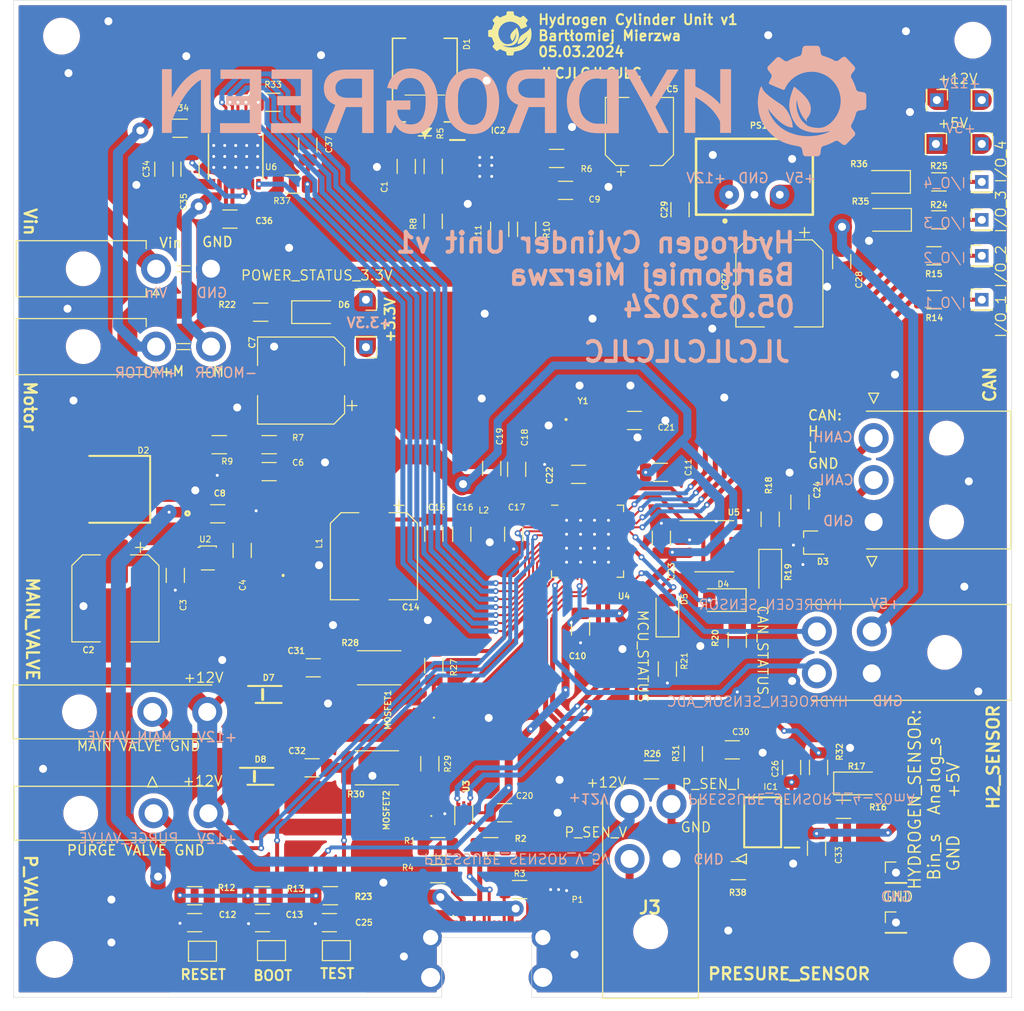
<source format=kicad_pcb>
(kicad_pcb (version 20240108) (generator "pcbnew") (generator_version "8.0")
  (layers (0 "F.Cu" signal) (31 "B.Cu" signal) (34 "B.Paste" user) (35 "F.Paste" user) (36 "B.SilkS" user "B.Silkscreen") (37 "F.SilkS" user "F.Silkscreen") (38 "B.Mask" user) (39 "F.Mask" user) (44 "Edge.Cuts" user))
  (net 0 "")
  (net 1 "/Power /Vin")
  (net 2 "GND")
  (net 3 "Net-(U2-VIN)")
  (net 4 "Net-(U2-BST)")
  (net 5 "Net-(U2-SW)")
  (net 6 "+12V")
  (net 7 "+3.3V")
  (net 8 "Net-(U2-FB)")
  (net 9 "Net-(U2-SS)")
  (net 10 "Net-(IC2-DVDT)")
  (net 11 "/MCU/RESET")
  (net 12 "/MCU/BOOT")
  (net 13 "VDD3P3")
  (net 14 "/MCU/XTAL_N")
  (net 15 "/MCU/XTAL_P")
  (net 16 "Net-(C24-Pad1)")
  (net 17 "/MCU/MCU_TEST")
  (net 18 "/PRESSURE_SENSOR_V_MCU")
  (net 19 "+5V")
  (net 20 "Net-(IC1--IN_B)")
  (net 21 "Net-(U6-VPROPI)")
  (net 22 "Net-(C31-Pad2)")
  (net 23 "Net-(C32-Pad2)")
  (net 24 "/VBUS")
  (net 25 "/IO/CANH")
  (net 26 "/IO/CANL")
  (net 27 "Net-(D4-K)")
  (net 28 "/IO/LED_CAN_STATUS")
  (net 29 "Net-(D5-K)")
  (net 30 "/IO/LED_MCU_STATUS")
  (net 31 "Net-(D6-K)")
  (net 35 "Net-(IC1-+IN_B)")
  (net 36 "/PRESSURE_SENSOR_I_MCU")
  (net 40 "Net-(IC2-OVP)")
  (net 42 "Net-(IC2-IMON)")
  (net 43 "Net-(IC2-ILIM)")
  (net 44 "Net-(IC2-~{FLT})")
  (net 45 "Net-(IC1-+IN_C)")
  (net 46 "/IO/VALVE")
  (net 47 "/IO/PURGE_VALVE")
  (net 48 "Net-(P1-CC)")
  (net 49 "Net-(P1-D+)")
  (net 50 "Net-(P1-D-)")
  (net 51 "Net-(P1-VCONN)")
  (net 52 "/MCU/USB_D-")
  (net 53 "/MCU/USB_D+")
  (net 54 "Net-(R14-Pad1)")
  (net 55 "/I{slash}O_1_MCU")
  (net 56 "Net-(R15-Pad1)")
  (net 57 "/I{slash}O_2_MCU")
  (net 58 "Net-(R24-Pad1)")
  (net 59 "/I{slash}O_3_MCU")
  (net 60 "Net-(R25-Pad1)")
  (net 61 "/I{slash}O_4_MCU")
  (net 62 "Net-(MOSFET1-Pad3)")
  (net 63 "/VALVE_MCU")
  (net 64 "Net-(MOSFET2-Pad3)")
  (net 65 "/PURGE_VALVE_MCU")
  (net 84 "/IO/CAN_RX")
  (net 85 "/IO/CAN_TX")
  (net 94 "Net-(U6-SENSE)")
  (net 95 "Net-(U6-VCP)")
  (net 96 "/IO_2/-MOTOR")
  (net 97 "/IO_2/+MOTOR")
  (net 98 "Net-(U6-CP1)")
  (net 99 "Net-(IC1--IN_C)")
  (net 100 "/IO/PRESSURE_SENSOR_V")
  (net 101 "/IO/PRESSURE_SENSOR_I")
  (net 102 "/HYDROGEN_SENSOR_")
  (net 103 "/HYDROGEN_SENSOR_ADC")
  (net 104 "Net-(U6-CP2)")
  (net 105 "/ADC_MOTOR")
  (net 106 "/FAULT_MOTOR")
  (net 107 "/DIRECTION_MOTOR")
  (net 108 "/ENABLE_MOTOR")
  (net 109 "/DECAY_MODE_MOTOR")
  (net 110 "/DRIVER_SIDE")
  (net 111 "/SLEEP_MOTOR")
  (footprint "Connector_PinHeader_2.00mm:PinHeader_1x01_P2.00mm_Vertical" (layer "F.Cu") (at 146 81.9)
    (property "Reference" "TP9" (hide yes))
    (property "Value" "I/O 1")
  )
  (footprint "Capacitor_SMD:C_1206_3216Metric" (layer "F.Cu") (at 99.1 105.4 -90)
    (property "Reference" "C17")
    (property "Value" "100n")
  )
  (footprint "MountingHole:MountingHole_3.2mm_M3_DIN965" (layer "F.Cu") (at 145.1 55.9)
    (property "Reference" "H1" (hide yes))
    (property "Value" "MountingHole")
  )
  (footprint "Capacitor_SMD:C_1206_3216Metric" (layer "F.Cu") (at 64.055 68.825 90)
    (property "Reference" "C34")
    (property "Value" "100n")
  )
  (footprint "Capacitor_SMD:C_1206_3216Metric" (layer "F.Cu") (at 126.9452 128.76095 90)
    (property "Reference" "C26")
    (property "Value" "4n7")
  )
  (footprint "Diode_SMD:D_1206_3216Metric" (layer "F.Cu") (at 120.1 112 180)
    (property "Reference" "D4")
    (property "Value" "LED")
  )
  (footprint "Capacitor_SMD:C_1206_3216Metric" (layer "F.Cu") (at 91.1 105.4 -90)
    (property "Reference" "C15")
    (property "Value" "1u")
  )
  (footprint "Diode_SMD:PMEG10020ELR" (layer "F.Cu") (at 74.55 121.45)
    (property "Reference" "D7")
    (property "Value" "PMEG10020" (hide yes))
  )
  (footprint "Capacitor_SMD:C_1206_3216Metric" (layer "F.Cu") (at 96.9 98.8 90)
    (property "Reference" "C19")
    (property "Value" "10n")
  )
  (footprint "Connector_PinHeader_2.00mm:PinHeader_1x01_P2.00mm_Vertical" (layer "F.Cu") (at 141.5 61.9 -90)
    (property "Reference" "TP3" (hide yes))
    (property "Value" "+12V")
  )
  (footprint "Resistor_SMD:R_1206_3216Metric" (layer "F.Cu") (at 90.7 128.4 90)
    (property "Reference" "R29")
    (property "Value" "180R")
  )
  (footprint "Resistor_SMD:R_1206_3216Metric" (layer "F.Cu") (at 97.7 74.85 -90)
    (property "Reference" "R11")
    (property "Value" "100k")
  )
  (footprint "Converter_DCDC:TSR-1-24120" (layer "F.Cu") (at 123.224198 71.382)
    (property "Reference" "PS1")
    (property "Value" "TSR_1-2450" (hide yes))
  )
  (footprint "Connector_PinHeader_2.00mm:PinHeader_1x01_P2.00mm_Vertical" (layer "F.Cu") (at 84.3 86.65 180)
    (property "Reference" "TP7" (hide yes))
    (property "Value" "+3.3V")
  )
  (footprint "Resistor_SMD:R_1206_3216Metric" (layer "F.Cu") (at 91.038 68.55 -90)
    (property "Reference" "R5")
    (property "Value" "180k")
  )
  (footprint "Resistor_SMD:R_1206_3216Metric" (layer "F.Cu") (at 141.7 70.1 180)
    (property "Reference" "R25")
    (property "Value" "100R")
  )
  (footprint "Connector_PinHeader_2.00mm:PinHeader_1x01_P2.00mm_Vertical" (layer "F.Cu") (at 137.4 139.3)
    (property "Reference" "TP1" (hide yes))
    (property "Value" "GND")
  )
  (footprint "Resistor_SMD:R_1206_3216Metric" (layer "F.Cu") (at 124.8 103.9 90)
    (property "Reference" "R18")
    (property "Value" "60")
  )
  (footprint "Capacitor_SMD:C_1206_3216Metric" (layer "F.Cu") (at 74.6 99.125 180)
    (property "Reference" "C6")
    (property "Value" "47p")
  )
  (footprint "Jumper:SolderJumper-2_P1.3mm_Open_Pad1.0x1.5mm" (layer "F.Cu") (at 67.920436 147.175436 180)
    (property "Reference" "JP1" (hide yes))
    (property "Value" "SolderJumper_2_Open")
  )
  (footprint "Capacitor_SMD:C_1206_3216Metric" (layer "F.Cu") (at 65.2 109.525 -90)
    (property "Reference" "C3")
    (property "Value" "100n")
  )
  (footprint "Transistor_Power_Module:PMPB15XPAX" (layer "F.Cu") (at 89.3 132.975 180)
    (property "Reference" "MOSFET2")
    (property "Value" "PMPB15XP_115" (hide yes))
  )
  (footprint "MountingHole:MountingHole_3.2mm_M3_DIN965" (layer "F.Cu") (at 145 148.1)
    (property "Reference" "H4" (hide yes))
    (property "Value" "MountingHole")
  )
  (footprint "Capacitor_SMD:C_1206_3216Metric" (layer "F.Cu") (at 113.8 99.2)
    (property "Reference" "C11")
    (property "Value" "100n")
  )
  (footprint "Capacitor_SMD:CP_Elec_8x10.5" (layer "F.Cu") (at 59.2 111.825 -90)
    (property "Reference" "C2")
    (property "Value" "10u")
  )
  (footprint "Resistor_SMD:R_1206_3216Metric" (layer "F.Cu") (at 99.7 141)
    (property "Reference" "R3")
    (property "Value" "5k1")
  )
  (footprint "Capacitor_SMD:C_1206_3216Metric" (layer "F.Cu") (at 70.675 73.825)
    (property "Reference" "C36")
    (property "Value" "100n")
  )
  (footprint "Resistor_SMD:R_1206_3216Metric" (layer "F.Cu") (at 141.2 77.5 180)
    (property "Reference" "R15")
    (property "Value" "1k")
  )
  (footprint "Jumper:SolderJumper-2_P1.3mm_Open_Pad1.0x1.5mm" (layer "F.Cu") (at 74.8375 147.1125 180)
    (property "Reference" "JP2" (hide yes))
    (property "Value" "SolderJumper_2_Open")
  )
  (footprint "LED_SMD:LED_1206_3216Metric" (layer "F.Cu") (at 136.56 70.1 180)
    (property "Reference" "R36")
    (property "Value" "10k")
  )
  (footprint "Resistor_SMD:R_1206_3216Metric" (layer "F.Cu") (at 96.8 136.7)
    (property "Reference" "R2")
    (property "Value" "0")
  )
  (footprint "MountingHole:MountingHole_3.2mm_M3_DIN965" (layer "F.Cu") (at 53.1 148)
    (property "Reference" "H3" (hide yes))
    (property "Value" "MountingHole")
  )
  (footprint "Resistor_SMD:R_1206_3216Metric" (layer "F.Cu") (at 132.1452 132.96095 180)
    (property "Reference" "R16")
    (property "Value" "5k")
  )
  (footprint "LED_SMD:LED_1206_3216Metric" (layer "F.Cu") (at 136.66 73.9 180)
    (property "Reference" "R35")
    (property "Value" "10k")
  )
  (footprint "Resistor_SMD:R_1206_3216Metric" (layer "F.Cu") (at 141.2375 81.9 180)
    (property "Reference" "R14")
    (property "Value" "1k")
  )
  (footprint "Capacitor_SMD:C_1206_3216Metric" (layer "F.Cu") (at 93.9 105.4 -90)
    (property "Reference" "C16")
    (property "Value" "100n")
  )
  (footprint "Capacitor_SMD:CP_Elec_6.3x7.7" (layer "F.Cu") (at 111.7 65.05 90)
    (property "Reference" "C5")
    (property "Value" "47u")
  )
  (footprint "library:SRN3015TA4R7M" (layer "F.Cu") (at 76 107.475 90)
    (property "Reference" "L1")
    (property "Value" "4u7" (hide yes))
  )
  (footprint "library:2169900002" (layer "F.Cu") (at 96.4 147.5)
    (property "Reference" "P1")
    (property "Value" "USB_C_Plug_USB2.0" (hide yes))
  )
  (footprint "Capacitor_SMD:C_1206_3216Metric" (layer "F.Cu") (at 78.475 66.425 90)
    (property "Reference" "C37")
    (property "Value" "1n")
  )
  (footprint "Package_DFN_QFN:QFN-56-1EP_7x7mm_P0.4mm_EP5.6x5.6mm" (layer "F.Cu") (at 106.5 106.1)
    (property "Reference" "U4")
    (property "Value" "ESP32-S3FN8")
  )
  (footprint "Capacitor_SMD:C_1206_3216Metric" (layer "F.Cu") (at 71.9 107.025 -90)
    (property "Reference" "C4")
    (property "Value" "100n")
  )
  (footprint "Package_TO_SOT_SMD:SOT-583-8" (layer "F.Cu") (at 68.46 107.775)
    (property "Reference" "U2")
    (property "Value" "TPS62933")
  )
  (footprint "Resistor_SMD:R_1206_3216Metric" (layer "F.Cu") (at 117.1 127.4 -90)
    (property "Reference" "R31")
    (property "Value" "1k")
  )
  (footprint "Connector_PinHeader_2.00mm:PinHeader_1x01_P2.00mm_Vertical" (layer "F.Cu") (at 146 61.9 -90)
    (property "Reference" "TP4" (hide yes))
    (property "Value" "+12V")
  )
  (footprint "Resistor_SMD:R_1206_3216Metric" (layer "F.Cu") (at 121.5 116 -90)
    (property "Reference" "R20")
    (property "Value" "1k")
  )
  (footprint "Resistor_SMD:R_1206_3216Metric" (layer "F.Cu") (at 103.4 67.75 180)
    (property "Reference" "R6")
    (property "Value" "100k")
  )
  (footprint "Capacitor_SMD:C_1206_3216Metric" (layer "F.Cu") (at 79.0219 118.7781)
    (property "Reference" "C31")
    (property "Value" "20n")
  )
  (footprint "Resistor_SMD:R_1206_3216Metric" (layer "F.Cu") (at 80.7375 141.6125 180)
    (property "Reference" "R23")
    (property "Value" "10k")
  )
  (footprint "Capacitor_SMD:C_1206_3216Metric" (layer "F.Cu") (at 115.764198 72.882 -90)
    (property "Reference" "C29")
    (property "Value" "100n")
  )
  (footprint "Package_TO_SOT_SMD:SOT-666" (layer "F.Cu") (at 94.1 133.4 90)
    (property "Reference" "U3")
    (property "Value" "USBLC6-2P6")
  )
  (footprint "Capacitor_SMD:C_1206_3216Metric" (layer "F.Cu") (at 113.9 105.8 90)
    (property "Reference" "C23")
    (property "Value" "100n")
  )
  (footprint "mbr:SOP65P640X120-17N" (layer "F.Cu") (at 96.4 68.75)
    (property "Reference" "IC2")
    (property "Value" "LM76202QPWPRQ1" (hide yes))
  )
  (footprint "library:SOP65P640X120-14N" (layer "F.Cu") (at 124.0452 134.26095 180)
    (property "Reference" "IC1")
    (property "Value" "AD8544ARUZ-REEL" (hide yes))
  )
  (footprint "Resistor_SMD:R_1206_3216Metric" (layer "F.Cu") (at 91.5 136.7 180)
    (property "Reference" "R1")
    (property "Value" "0")
  )
  (footprint "Transistor_Power_Module:PMPB15XPAX" (layer "F.Cu") (at 89.5569 123.1281 180)
    (property "Reference" "MOSFET1")
    (property "Value" "PMPB15XP_115" (hide yes))
  )
  (footprint "MBRD20100CT-13:TO252_(DPAK)_1" (layer "F.Cu") (at 64.5795 100.9 90)
    (property "Reference" "D2")
    (property "Value" "MBRD20100CT-13" (hide yes))
  )
  (footprint "Capacitor_SMD:C_1206_3216Metric" (layer "F.Cu") (at 98.2 133.3)
    (property "Reference" "C20")
    (property "Value" "100n")
  )
  (footprint "LED_SMD:LED_1206_3216Metric" (layer "F.Cu") (at 124.8 109.2 -90)
    (property "Reference" "R19")
    (property "Value" "60")
  )
  (footprint "Capacitor_SMD:C_1206_3216Metric" (layer "F.Cu") (at 80.6375 144.3125 180)
    (property "Reference" "C25")
    (property "Value" "1u")
  )
  (footprint "Resistor_SMD:R_2512_6332Metric" (layer "F.Cu") (at 85.4 128.8)
    (property "Reference" "R30")
    (property "Value" "100R 0,5W")
  )
  (footprint "Package_SO:HTSSOP-16-1EP_4.4x5mm_P0.65mm_EP3.4x5mm_Mask3x3mm_ThermalVias" (layer "F.Cu") (at 71.25 67.55 -90)
    (property "Reference" "U6")
    (property "Value" "DRV8801PWP")
  )
  (footprint "Resistor_SMD:R_1206_3216Metric" (layer "F.Cu") (at 67.1375 141.6125 180)
    (property "Reference" "R12")
    (property "Value" "10k")
  )
  (footprint "Connector_PinHeader_2.00mm:PinHeader_1x01_P2.00mm_Vertical" (layer "F.Cu") (at 146 73.9)
    (property "Reference" "TP11" (hide yes))
    (property "Value" "I/O 3")
  )
  (footprint "Connector_PinHeader_2.00mm:PinHeader_1x01_P2.00mm_Vertical" (layer "F.Cu") (at 84.3 81.9 180)
    (property "Reference" "TP8" (hide yes))
    (property "Value" "+3.3V")
  )
  (footprint "Resistor_SMD:R_1206_3216Metric" (layer "F.Cu") (at 91.1 118.56235 90)
    (property "Reference" "R27")
    (property "Value" "180R")
  )
  (footprint "Connector_PinHeader_2.00mm:PinHeader_1x01_P2.00mm_Vertical" (layer "F.Cu") (at 137.4 144.3)
    (property "Reference" "TP2" (hide yes))
    (property "Value" "GND")
  )
  (footprint "Lib:39-30-104Y" (layer "F.Cu") (at 114.91575 137.9281)
    (property "Reference" "J3")
    (property "Value" "V_P" (hide yes))
  )
  (footprint "Connector_PinHeader_2.00mm:PinHeader_1x01_P2.00mm_Vertical" (layer "F.Cu") (at 146 66.3 -90)
    (property "Reference" "TP6" (hide yes))
    (property "Value" "+5V")
  )
  (footprint "Resistor_SMD:R_1206_3216Metric" (layer "F.Cu") (at 91.038 74.05 -90)
    (property "Reference" "R8")
    (property "Value" "12k")
  )
  (footprint "Diode_SMD:D_1206_3216Metric" (layer "F.Cu") (at 114.5 113.4 90)
    (property "Reference" "D5")
    (property "Value" "LED")
  )
  (footprint "Capacitor_SMD:C_1206_3216Metric" (layer "F.Cu") (at 111.2 94)
    (property "Reference" "C21")
    (property "Value" "12p")
  )
  (footprint "Resistor_SMD:R_2512_6332Metric" (layer "F.Cu") (at 85.6219 118.7781)
    (property "Reference" "R28")
    (property "Value" "100R 0,5W")
  )
  (footprint "Resistor_SMD:R_1206_3216Metric" (layer "F.Cu") (at 129.6452 128.76095 90)
    (property "Reference" "R32")
    (property "Value" "1k")
  )
  (footprint "Capacitor_SMD:C_1206_3216Metric" (layer "F.Cu") (at 99.4 98.9 90)
    (property "Reference" "C18")
    (property "Value" "1u")
  )
  (footprint "Resistor_SMD:R_1206_3216Metric" (layer "F.Cu") (at 65.675 64.725 180)
    (property "Reference" "R34")
    (property "Value" "0.2")
  )
  (footprint "Capacitor_SMD:CP_Elec_8x10.5" (layer "F.Cu") (at 77.8 90 180)
    (property "Reference" "C7")
    (property "Value" "100u")
  )
  (footprint "Capacitor_SMD:C_1206_3216Metric" (layer "F.Cu") (at 105.6 99.4 180)
    (property "Reference" "C22")
    (property "Value" "12p")
  )
  (footprint "Resistor_SMD:R_1206_3216Metric" (layer "F.Cu") (at 73.75 83.15 180)
    (property "Reference" "R22")
    (property "Value" "1k")
  )
  (footprint "library:KC3225K400000C1GE00" (layer "F.Cu") (at 106.2 95.1 -90)
    (property "Reference" "Y1")
    (property "Value" "Crystal_GND24" (hide yes))
  )
  (footprint "Resistor_SMD:R_1206_3216Metric" (layer "F.Cu") (at 74.975 62.125)
    (property "Reference" "R33")
    (property "Value" "10k")
  )
  (footprint "Connector_Molex:39-30-102Y" (layer "F.Cu") (at 62.9 123.2 -90)
    (property "Reference" "J8" (hide yes))
    (property "Value" "VALVE" (hide yes))
  )
  (footprint "MountingHole:MountingHole_3.2mm_M3_DIN965" (layer "F.Cu") (at 53.8 55.5)
    (property "Reference" "H2" (hide yes))
    (property "Value" "MountingHole")
  )
  (footprint "Resistor_SMD:R_1206_3216Metric" (layer "F.Cu") (at 121.6 139.1)
    (property "Reference" "R38")
    (property "Value" "0")
  )
  (footprint "Lib:39-30-104Y" (layer "F.Cu") (at 134.9781 115.13425 90)
    (property "Reference" "J4" (hide yes))
    (property "Value" "Conn_01x04" (hide yes))
  )
  (footprint "Package_SO:SOIC-8_3.9x4.9mm_P1.27mm" (layer "F.Cu") (at 119.2 106.6)
    (property "Reference" "U5")
    (property "Value" "SN65HVD232")
  )
  (footprint "Resistor_SMD:R_1206_3216Metric" (layer "F.Cu") (at 112.9 129)
    (property "Reference" "R26")
    (property "Value" "150R")
  )
  (footprint "Capacitor_SMD:C_1206_3216Metric" (layer "F.Cu") (at 104.3 70.95)
    (property "Reference" "C9")
    (property "Value" "2n7")
  )
  (footprint "Capacitor_SMD:C_1206_3216Metric" (layer "F.Cu") (at 73.9375 144.3125 180)
    (property "Reference" "C13")
    (property "Value" "1u")
  )
  (footprint "Resistor_SMD:R_1206_3216Metric" (layer "F.Cu") (at 141.7 73.9 180)
    (property "Reference" "R24")
    (property "Value" "100R")
  )
  (footprint "Capacitor_SMD:C_1206_3216Metric" (layer "F.Cu") (at 131.964198 78.082 -90)
    (property "Reference" "C28")
    (property "Value" "100n")
  )
  (footprint "Resistor_SMD:R_1206_3216Metric" (layer "F.Cu") (at 74.6 96.425 180)
    (property "Reference" "R7")
    (property "Value" "32k")
  )
  (footprint "Connector_Molex:Molex_Mini-Fit_Jr_5569-02A2_2x01_P4.20mm_Horizontal" (layer "F.Cu") (at 63.275 86.6 90)
    (property "Reference" "J10" (hide yes))
    (property "Value" "Battery")
  )
  (footprint "Capacitor_SMD:CP_Elec_8x10.5" (layer "F.Cu") (at 85.1 107.6 -90)
    (property "Reference" "C14")
    (property "Value" "10u")
  )
  (footprint "Connector_PinHeader_2.00mm:PinHeader_1x01_P2.00mm_Vertical" (layer "F.Cu") (at 146 70.1)
    (property "Reference" "TP12" (hide yes))
    (property "Value" "I/O 4")
  )
  (footprint "Capacitor_SMD:C_1206_3216Metric" (layer "F.Cu") (at 105.8 114.8 -90)
    (property "Reference" "C10")
    (property "Value" "100n")
  )
  (footprint "Resistor_SMD:R_1206_3216Metric" (layer "F.Cu") (at 100.4 74.85 -90)
    (property "Reference" "R10")
    (property "Value" "56k")
  )
  (footprint "Connector_Molex:39303035" (layer "F.Cu") (at 135.1652 95.7685 90)
    (property "Reference" "J2" (hide yes))
    (property "Value" "CAN" (hide yes))
  )
  (footprint "Connector_Molex:Molex_Mini-Fit_Jr_5569-02A2_2x01_P4.20mm_Horizontal" (layer "F.Cu") (at 63.275 78.8 90)
    (property "Reference" "J1" (hide yes))
    (property "Value" "Battery")
  )
  (footprint "Capacitor_SMD:C_1206_3216Metric" (layer "F.Cu") (at 121 127)
    (property "Reference" "C30")
    (property "Value" "4n7")
  )
  (footprint "Capacitor_SMD:CP_Elec_8x10.5" (layer "F.Cu") (at 125.724198 80.269 -90)
    (property "Reference" "C27")
    (property "Value" "10u")
  )
  (footprint "Capacitor_SMD:C_1206_3216Metric" (layer "F.Cu") (at 78.9 128.8)
    (property "Reference" "C32")
    (property "Value" "20n")
  )
  (footprint "Diode_SMD:PMEG10020ELR" (layer "F.Cu") (at 73.73 129.65)
    (property "Reference" "D8")
    (property "Value" "PMEG10020" (hide yes))
  )
  (footprint "Capacitor_SMD:C_1206_3216Metric" (layer "F.Cu") (at 88.338 68.55 -90)
    (property "Reference" "C1")
    (property "Value" "1u")
  )
  (footprint "Resistor_SMD:R_1206_3216Metric" (layer "F.Cu") (at 69.6 96.425 180)
    (property "Reference" "R9")
    (property "Value" "10k")
  )
  (footprint "Capacitor_SMD:C_1206_3216Metric" (layer "F.Cu") (at 69.45 103.35 180)
    (property "Reference" "C8")
    (property "Value" "33n")
  )
  (footprint "Connector_PinHeader_2.00mm:PinHeader_1x01_P2.00mm_Vertical" (layer "F.Cu") (at 146 77.5)
    (property "Reference" "TP10" (hide yes))
    (property "Value" "I/O 2")
  )
  (footprint "LED_SMD:LED_1206_3216Metric" (layer "F.Cu") (at 133.4452 130.36095)
    (property "Reference" "R17")
    (property "Value" "10k")
  )
  (footprint "Package_TO_SOT_SMD:SOT-323_SC-70" (layer "F.Cu") (at 128.8781 106.23425 180)
    (property "Reference" "D3")
    (property "Value" "SP0502BAJT")
  )
  (footprint "Resistor_SMD:R_1206_3216Metric" (layer "F.Cu") (at 76.975 70.325)
    (property "Reference" "R37")
    (property "Value" "100k")
  )
  (footprint "Jumper:SolderJumper-2_P1.3mm_Open_Pad1.0x1.5mm" (layer "F.Cu") (at 81.3375 147.1125 180)
    (property "Reference" "JP3" (hide yes))
    (property "Value" "SolderJumper_2_Open")
  )
  (footprint "Capacitor_SMD:C_1206_3216Metric" (layer "F.Cu") (at 127.7781 102.18425 90)
    (property "Reference" "C24")
    (property "Value" "4n7")
  )
  (footprint "Diode_SMD:D_1206_3216Metric" (layer "F.Cu") (at 79.15 83.15)
    (property "Reference" "D6")
    (property "Value" "LED")
  )
  (footprint "Resistor_SMD:R_1206_3216Metric" (layer "F.Cu") (at 114.5 118.9 -90)
    (property "Reference" "R21")
    (property "Value" "1k")
  )
  (footprint "Capacitor_SMD:C_1206_3216Metric" (layer "F.Cu") (at 66.675 68.825 90)
    (property "Reference" "C35")
    (property "Value" "100n")
  )
  (footprint "Capacitor_SMD:C_1206_3216Metric" (layer "F.Cu") (at 129.4452 136.86095 -90)
    (property "Reference" "C33")
    (property "Value" "100n")
  )
  (footprint "Inductor_SMD:L_0402_1005Metric" (layer "F.Cu") (at 96.5 103.9)
    (property "Reference" "L2")
    (property "Value" "2n")
  )
  (footprint "Resistor_SMD:R_1206_3216Metric" (layer "F.Cu") (at 91.5 139.4 180)
    (property "Reference" "R4")
    (property "Value" "5k1")
  )
  (footprint "Connector_Molex:39-30-102Y" (layer "F.Cu") (at 63.0219 133.35 -90)
    (property "Reference" "J9" (hide yes))
    (property "Value" "PURGE_VALVE" (hide yes))
  )
  (footprint "Resistor_SMD:R_1206_3216Metric" (layer "F.Cu") (at 73.9375 141.6125 180)
    (property "Reference" "R13")
    (property "Value" "10k")
  )
  (footprint "Capacitor_SMD:C_1206_3216Metric" (layer "F.Cu") (at 67.1375 144.3125 180)
    (property "Reference" "C12")
    (property "Value" "1u")
  )
  (footprint "Connector_PinHeader_2.00mm:PinHeader_1x01_P2.00mm_Vertical" (layer "F.Cu") (at 141.4 66.3 -90)
    (property "Reference" "TP5" (hide yes))
    (property "Value" "+5V")
  )
  (footprint "lib:TPSMCSeries_LTF" (layer "F.Cu") (at 90.2 59.9 90)
    (property "Reference" "D1")
    (property "Value" "TPSMC30CA")
  )
  (gr_poly (pts (xy 128.299098 56.463367) (xy 128.283344 56.465977) (xy 128.267856 56.469474) (xy 128.252651 56.473835) (xy 128.237747 56.47904) (xy 128.22316 56.485065) (xy 128.208907 56.49189) (xy 128.195006 56.499493) (xy 128.181473 56.507851) (xy 128.168325 56.516943) (xy 128.155579 56.526747) (xy 128.143252 56.537242) (xy 128.131361 56.548406) (xy 128.119923 56.560216) (xy 128.098474 56.585689) (xy 128.07904 56.613488) (xy 128.061758 56.643437) (xy 128.046762 56.675364) (xy 128.034188 56.709092) (xy 128.024173 56.744449) (xy 128.016851 56.781258) (xy 128.012358 56.819347) (xy 128.011215 56.838817) (xy 128.010831 56.85854) (xy 127.957914 57.202499) (xy 127.956405 57.216024) (xy 127.954365 57.229312) (xy 127.951806 57.242358) (xy 127.948741 57.255157) (xy 127.945183 57.267704) (xy 127.941142 57.279994) (xy 127.936631 57.292023) (xy 127.931662 57.303785) (xy 127.926248 57.315275) (xy 127.9204 57.32649) (xy 127.914131 57.337424) (xy 127.907452 57.348071) (xy 127.900376 57.358429) (xy 127.892915 57.36849) (xy 127.876885 57.387707) (xy 127.859461 57.405684) (xy 127.840738 57.422382) (xy 127.820813 57.437762) (xy 127.799784 57.451786) (xy 127.777747 57.464414) (xy 127.7548 57.475609) (xy 127.731038 57.48533) (xy 127.70656 57.49354) (xy 127.562744 57.535708) (xy 127.419239 57.582837) (xy 127.276353 57.634927) (xy 127.134398 57.691978) (xy 126.993683 57.75399) (xy 126.854519 57.820962) (xy 126.717214 57.892896) (xy 126.582081 57.96979) (xy 126.559459 57.981266) (xy 126.536295 57.9909) (xy 126.512666 57.998713) (xy 126.48865 58.004723) (xy 126.464323 58.008951) (xy 126.439764 58.011415) (xy 126.415049 58.012136) (xy 126.390258 58.011131) (xy 126.365466 58.008421) (xy 126.340751 58.004026) (xy 126.316192 57.997963) (xy 126.291866 57.990254) (xy 126.267849 57.980917) (xy 126.24422 57.969971) (xy 126.221056 57.957436) (xy 126.198435 57.943332) (xy 125.920623 57.731665) (xy 125.905589 57.71717) (xy 125.890272 57.703453) (xy 125.874699 57.690516) (xy 125.858895 57.678361) (xy 125.842888 57.666991) (xy 125.826704 57.656408) (xy 125.81037 57.646615) (xy 125.793912 57.637614) (xy 125.777357 57.629408) (xy 125.760733 57.621998) (xy 125.744064 57.615388) (xy 125.727379 57.60958) (xy 125.710703 57.604576) (xy 125.694064 57.600378) (xy 125.677487 57.59699) (xy 125.661 57.594413) (xy 125.64463 57.59265) (xy 125.628402 57.591703) (xy 125.612344 57.591575) (xy 125.596482 57.592268) (xy 125.580843 57.593785) (xy 125.565454 57.596128) (xy 125.55034 57.599299) (xy 125.53553 57.603301) (xy 125.521049 57.608136) (xy 125.506924 57.613807) (xy 125.493181 57.620317) (xy 125.479849 57.627666) (xy 125.466952 57.635859) (xy 125.454517 57.644897) (xy 125.442572 57.654783) (xy 125.431143 57.665519) (xy 124.597706 58.512186) (xy 124.586969 58.523653) (xy 124.577083 58.535705) (xy 124.568045 58.548311) (xy 124.559853 58.561434) (xy 124.552503 58.575042) (xy 124.545994 58.5891) (xy 124.540323 58.603575) (xy 124.535487 58.618433) (xy 124.531485 58.63364) (xy 124.528314 58.649161) (xy 124.525971 58.664964) (xy 124.524454 58.681013) (xy 124.523761 58.697276) (xy 124.523889 58.713718) (xy 124.524836 58.730306) (xy 124.526599 58.747004) (xy 124.529176 58.763781) (xy 124.532564 58.7806) (xy 124.536762 58.79743) (xy 124.541766 58.814235) (xy 124.547574 58.830983) (xy 124.554185 58.847638) (xy 124.561594 58.864167) (xy 124.569801 58.880536) (xy 124.578802 58.896712) (xy 124.588595 58.91266) (xy 124.599177 58.928346) (xy 124.610547 58.943736) (xy 124.622702 58.958798) (xy 124.635639 58.973496) (xy 124.649357 58.987796) (xy 124.663851 59.001666) (xy 124.875518 59.279478) (xy 124.889622 59.299919) (xy 124.902157 59.321465) (xy 124.913103 59.34398) (xy 124.92244 59.367328) (xy 124.930149 59.391374) (xy 124.936212 59.415981) (xy 124.940607 59.441015) (xy 124.943317 59.46634) (xy 124.944321 59.49182) (xy 124.943601 59.517319) (xy 124.941137 59.542702) (xy 124.936909 59.567832) (xy 124.930899 59.592576) (xy 124.923086 59.616796) (xy 124.913452 59.640357) (xy 124.901976 59.663124) (xy 124.842652 59.774332) (xy 124.784568 59.88802) (xy 124.728964 60.001708) (xy 124.677081 60.112916) (xy 124.673591 60.120394) (xy 124.67056 60.127937) (xy 124.667979 60.135534) (xy 124.665841 60.143172) (xy 124.664139 60.150839) (xy 124.662866 60.158523) (xy 124.662015 60.166212) (xy 124.661578 60.173894) (xy 124.661547 60.181556) (xy 124.661917 60.189187) (xy 124.662679 60.196774) (xy 124.663826 60.204305) (xy 124.66535 60.211769) (xy 124.667246 60.219153) (xy 124.669505 60.226444) (xy 124.67212 60.233632) (xy 124.675083 60.240703) (xy 124.678389 60.247646) (xy 124.682028 60.254448) (xy 124.685995 60.261098) (xy 124.690281 60.267583) (xy 124.69488 60.273891) (xy 124.699784 60.28001) (xy 124.704986 60.285928) (xy 124.710478 60.291633) (xy 124.716254 60.297113) (xy 124.722307 60.302355) (xy 124.728628 60.307348) (xy 124.73521 60.312079) (xy 124.742047 60.316537) (xy 124.749131 60.320709) (xy 124.756455 60.324582) (xy 126.066143 60.866978) (xy 126.073621 60.870467) (xy 126.081164 60.873499) (xy 126.088761 60.87608) (xy 126.096399 60.878218) (xy 126.104066 60.879919) (xy 126.111751 60.881192) (xy 126.119439 60.882044) (xy 126.127121 60.882481) (xy 126.134783 60.882511) (xy 126.142414 60.882142) (xy 126.150001 60.88138) (xy 126.157533 60.880233) (xy 126.164996 60.878708) (xy 126.17238 60.876813) (xy 126.179671 60.874554) (xy 126.186859 60.871939) (xy 126.19393 60.868975) (xy 126.200873 60.86567) (xy 126.207675 60.86203) (xy 126.214325 60.858064) (xy 126.22081 60.853778) (xy 126.227118 60.849179) (xy 126.233237 60.844275) (xy 126.239155 60.839073) (xy 126.24486 60.83358) (xy 126.25034 60.827804) (xy 126.255582 60.821752) (xy 126.260575 60.815431) (xy 126.265306 60.808848) (xy 126.269764 60.802011) (xy 126.273935 60.794927) (xy 126.277809 60.787603) (xy 126.30866 60.716138) (xy 126.341681 60.645622) (xy 126.376872 60.576075) (xy 126.414235 60.507517) (xy 126.453767 60.439966) (xy 126.49547 60.373442) (xy 126.539343 60.307965) (xy 126.585387 60.243554) (xy 126.633601 60.180227) (xy 126.683986 60.118006) (xy 126.736541 60.056908) (xy 126.791266 59.996954) (xy 126.848162 59.938162) (xy 126.907228 59.880553) (xy 126.968465 59.824144) (xy 127.031872 59.768957) (xy 127.136366 59.683653) (xy 127.243838 59.603854) (xy 127.354086 59.529564) (xy 127.466909 59.460785) (xy 127.582106 59.397519) (xy 127.699476 59.339768) (xy 127.818817 59.287536) (xy 127.939929 59.240824) (xy 128.062611 59.199635) (xy 128.186661 59.163971) (xy 128.311879 59.133836) (xy 128.438064 59.10923) (xy 128.565014 59.090157) (xy 128.692528 59.076619) (xy 128.820406 59.068618) (xy 128.948446 59.066158) (xy 129.076447 59.069239) (xy 129.204209 59.077866) (xy 129.33153 59.092039) (xy 129.458208 59.111762) (xy 129.584044 59.137037) (xy 129.708836 59.167867) (xy 129.832382 59.204253) (xy 129.954483 59.246198) (xy 130.074936 59.293705) (xy 130.193541 59.346777) (xy 130.310097 59.405415) (xy 130.424403 59.469621) (xy 130.536257 59.539399) (xy 130.645458 59.614751) (xy 130.751806 59.695679) (xy 130.8551 59.782186) (xy 130.947149 59.865491) (xy 131.034779 59.951604) (xy 131.196785 60.1317) (xy 131.341117 60.321368) (xy 131.467776 60.519505) (xy 131.576761 60.725006) (xy 131.668074 60.936767) (xy 131.741713 61.153682) (xy 131.797678 61.374647) (xy 131.83597 61.598558) (xy 131.856589 61.824309) (xy 131.859535 62.050798) (xy 131.844807 62.276917) (xy 131.812406 62.501565) (xy 131.762332 62.723634) (xy 131.694584 62.942022) (xy 131.609163 63.155623) (xy 131.581257 63.214844) (xy 131.552112 63.273445) (xy 131.521726 63.331426) (xy 131.4901 63.388787) (xy 131.457234 63.445528) (xy 131.423128 63.501648) (xy 131.387781 63.557149) (xy 131.351194 63.612029) (xy 131.313367 63.66629) (xy 131.274299 63.71993) (xy 131.233992 63.77295) (xy 131.192444 63.82535) (xy 131.149656 63.877129) (xy 131.105627 63.928289) (xy 131.060359 63.978829) (xy 131.01385 64.028748) (xy 130.954215 64.091432) (xy 130.924204 64.121475) (xy 130.893961 64.150704) (xy 130.863407 64.179159) (xy 130.832466 64.206876) (xy 130.801059 64.233897) (xy 130.76911 64.260258) (xy 130.736541 64.285999) (xy 130.703275 64.311159) (xy 130.669233 64.335777) (xy 130.634338 64.35989) (xy 130.598514 64.383539) (xy 130.561681 64.406761) (xy 130.523764 64.429595) (xy 130.484684 64.452081) (xy 130.392545 64.502466) (xy 130.310637 64.545099) (xy 130.27168 64.5638) (xy 130.233071 64.580911) (xy 130.194075 64.596549) (xy 130.153954 64.610832) (xy 130.111974 64.623873) (xy 130.067396 64.635791) (xy 130.019486 64.646701) (xy 129.967506 64.65672) (xy 129.91072 64.665964) (xy 129.848391 64.674548) (xy 129.779784 64.68259) (xy 129.704162 64.690206) (xy 129.654889 64.691744) (xy 129.597089 64.691343) (xy 129.46025 64.684419) (xy 129.302327 64.668812) (xy 129.218172 64.65756) (xy 129.132001 64.643904) (xy 129.044901 64.627768) (xy 128.957955 64.609074) (xy 128.87225 64.587745) (xy 128.78887 64.563702) (xy 128.708901 64.536869) (xy 128.633427 64.507168) (xy 128.563535 64.474522) (xy 128.500309 64.438852) (xy 128.437806 64.391568) (xy 128.362436 64.330951) (xy 128.278694 64.259793) (xy 128.191077 64.180883) (xy 128.14722 64.139393) (xy 128.10408 64.097012) (xy 128.062219 64.054089) (xy 128.022199 64.010971) (xy 127.984581 63.968009) (xy 127.949929 63.92555) (xy 127.918804 63.883944) (xy 127.891767 63.84354) (xy 127.827126 63.734225) (xy 127.767175 63.624483) (xy 127.711952 63.514199) (xy 127.661497 63.403256) (xy 127.615847 63.291538) (xy 127.575042 63.178929) (xy 127.53912 63.065312) (xy 127.508121 62.950571) (xy 127.482083 62.83459) (xy 127.461044 62.717252) (xy 127.445043 62.598441) (xy 127.43412 62.478042) (xy 127.428313 62.355937) (xy 127.427661 62.23201) (xy 127.432202 62.106146) (xy 127.441975 61.978227) (xy 127.442127 61.973415) (xy 127.44257 61.968874) (xy 127.443283 61.964565) (xy 127.444249 61.960451) (xy 127.445447 61.956491) (xy 127.446859 61.952648) (xy 127.448464 61.948882) (xy 127.450244 61.945154) (xy 127.452178 61.941427) (xy 127.454248 61.937661) (xy 127.458718 61.929858) (xy 127.463498 61.921435) (xy 127.465956 61.916894) (xy 127.468433 61.912081) (xy 127.497168 62.063471) (xy 127.529024 62.214725) (xy 127.564328 62.365397) (xy 127.603412 62.515042) (xy 127.646604 62.663215) (xy 127.694233 62.809469) (xy 127.74663 62.953359) (xy 127.804123 63.094439) (xy 127.867042 63.232263) (xy 127.935717 63.366386) (xy 128.010477 63.496362) (xy 128.091651 63.621745) (xy 128.179568 63.74209) (xy 128.274559 63.85695) (xy 128.376953 63.965881) (xy 128.487078 64.068436) (xy 128.482276 64.043512) (xy 128.477803 64.018491) (xy 128.469922 63.969011) (xy 128.463592 63.921701) (xy 128.461057 63.899393) (xy 128.458967 63.878267) (xy 128.457343 63.858537) (xy 128.456203 63.840414) (xy 128.455566 63.824114) (xy 128.455453 63.809848) (xy 128.455883 63.79783) (xy 128.456874 63.788273) (xy 128.458447 63.78139) (xy 128.459458 63.779018) (xy 128.460621 63.777395) (xy 128.632601 63.565729) (xy 128.645829 63.53927) (xy 128.692658 63.462069) (xy 128.733963 63.384266) (xy 128.769804 63.305883) (xy 128.800238 63.226938) (xy 128.825324 63.147449) (xy 128.845119 63.067438) (xy 128.859683 62.986923) (xy 128.869072 62.905924) (xy 128.873345 62.824459) (xy 128.87256 62.742549) (xy 128.866775 62.660212) (xy 128.856049 62.577468) (xy 128.84044 62.494337) (xy 128.820005 62.410838) (xy 128.794803 62.32699) (xy 128.764892 62.242812) (xy 128.76369 62.242774) (xy 128.762564 62.242663) (xy 128.761509 62.242485) (xy 128.760526 62.242243) (xy 128.75961 62.241944) (xy 128.758759 62.241591) (xy 128.757971 62.24119) (xy 128.757244 62.240745) (xy 128.756575 62.240261) (xy 128.755962 62.239743) (xy 128.755402 62.239197) (xy 128.754893 62.238626) (xy 128.754432 62.238036) (xy 128.754017 62.237431) (xy 128.753646 62.236816) (xy 128.753317 62.236197) (xy 128.753026 62.235578) (xy 128.752771 62.234963) (xy 128.752361 62.233768) (xy 128.752067 62.232651) (xy 128.75187 62.23165) (xy 128.75175 62.230803) (xy 128.751689 62.230151) (xy 128.751663 62.229582) (xy 128.730756 62.177951) (xy 128.707815 62.127212) (xy 128.682975 62.077325) (xy 128.656371 62.028251) (xy 128.62814 61.979953) (xy 128.598416 61.932392) (xy 128.567336 61.885528) (xy 128.535035 61.839323) (xy 128.501649 61.793738) (xy 128.467313 61.748734) (xy 128.396336 61.660316) (xy 128.323188 61.573758) (xy 128.248954 61.48875) (xy 128.152914 61.385785) (xy 128.053617 61.285145) (xy 127.951531 61.186675) (xy 127.847118 61.090221) (xy 127.740846 60.995627) (xy 127.633178 60.902739) (xy 127.52458 60.811401) (xy 127.415517 60.721458) (xy 127.402962 60.709208) (xy 127.390118 60.697248) (xy 127.377001 60.685559) (xy 127.363633 60.674123) (xy 127.336219 60.651928) (xy 127.308029 60.630508) (xy 127.27922 60.609708) (xy 127.249945 60.589373) (xy 127.190621 60.549479) (xy 127.188289 60.554437) (xy 127.186229 60.559375) (xy 127.1844 60.564275) (xy 127.182766 60.569116) (xy 127.181287 60.57388) (xy 127.179924 60.578547) (xy 127.177392 60.587513) (xy 127.176145 60.591773) (xy 127.17486 60.595859) (xy 127.173497 60.599751) (xy 127.172018 60.603429) (xy 127.170384 60.606876) (xy 127.168556 60.61007) (xy 127.167557 60.611566) (xy 127.166495 60.612993) (xy 127.165366 60.614346) (xy 127.164163 60.615625) (xy 127.105355 60.759544) (xy 127.048408 60.903773) (xy 126.993941 61.048622) (xy 126.942574 61.194401) (xy 126.894929 61.341421) (xy 126.851624 61.48999) (xy 126.81328 61.64042) (xy 126.780517 61.793021) (xy 126.770595 61.854826) (xy 126.760673 61.920352) (xy 126.740829 62.057604) (xy 126.731553 62.122665) (xy 126.723673 62.188656) (xy 126.717343 62.255267) (xy 126.712718 62.322188) (xy 126.709953 62.389108) (xy 126.709204 62.455719) (xy 126.710625 62.52171) (xy 126.714371 62.586771) (xy 126.714371 62.6) (xy 126.71452 62.605113) (xy 126.71494 62.610516) (xy 126.715592 62.616191) (xy 126.716438 62.622118) (xy 126.718557 62.634649) (xy 126.720986 62.647956) (xy 126.723414 62.661883) (xy 126.725533 62.676275) (xy 126.726379 62.683597) (xy 126.727031 62.690977) (xy 126.727451 62.698396) (xy 126.7276 62.705834) (xy 126.752017 62.860682) (xy 126.798914 63.083899) (xy 126.83239 63.214992) (xy 126.873405 63.355794) (xy 126.922598 63.503844) (xy 126.980608 63.65668) (xy 127.048075 63.811842) (xy 127.125638 63.966868) (xy 127.213937 64.119297) (xy 127.313611 64.266668) (xy 127.367914 64.337688) (xy 127.4253 64.406521) (xy 127.48585 64.472858) (xy 127.549643 64.536393) (xy 127.61676 64.596818) (xy 127.68728 64.653825) (xy 127.761284 64.707106) (xy 127.838851 64.756354) (xy 127.886296 64.785357) (xy 127.9344 64.812888) (xy 127.983202 64.839023) (xy 128.032741 64.863841) (xy 128.083054 64.887418) (xy 128.134181 64.909833) (xy 128.186161 64.931163) (xy 128.239033 64.951484) (xy 128.347605 64.989415) (xy 128.460208 65.024245) (xy 128.577152 65.056595) (xy 128.698746 65.087083) (xy 128.787601 65.105551) (xy 128.875661 65.121345) (xy 128.963062 65.134581) (xy 129.049939 65.145375) (xy 129.136429 65.153843) (xy 129.222668 65.160103) (xy 129.30879 65.164269) (xy 129.394931 65.166459) (xy 129.567815 65.165374) (xy 129.742404 65.157777) (xy 129.919783 65.1446) (xy 130.101038 65.126772) (xy 130.16106 65.120028) (xy 130.231469 65.110028) (xy 130.400348 65.082123) (xy 130.828642 65.007709) (xy 130.637454 65.100117) (xy 130.438911 65.183751) (xy 130.233722 65.258442) (xy 130.022593 65.32402) (xy 129.806232 65.380316) (xy 129.585346 65.42716) (xy 129.360642 65.464382) (xy 129.132828 65.491813) (xy 128.902612 65.509284) (xy 128.670699 65.516624) (xy 128.437798 65.513665) (xy 128.204616 65.500237) (xy 127.971861 65.476169) (xy 127.740239 65.441293) (xy 127.510458 65.395439) (xy 127.283226 65.338438) (xy 127.059249 65.270119) (xy 126.839235 65.190314) (xy 126.623891 65.098852) (xy 126.413925 64.995565) (xy 126.210043 64.880282) (xy 126.012954 64.752834) (xy 125.823365 64.613052) (xy 125.641982 64.460765) (xy 125.469514 64.295805) (xy 125.306667 64.118002) (xy 125.154149 63.927186) (xy 125.012667 63.723188) (xy 124.882928 63.505838) (xy 124.765641 63.274966) (xy 124.661511 63.030403) (xy 124.571247 62.77198) (xy 124.782319 63.043152) (xy 125.034474 63.346415) (xy 125.174069 63.503443) (xy 125.321666 63.66053) (xy 125.476511 63.81502) (xy 125.637849 63.964258) (xy 125.804922 64.10559) (xy 125.976975 64.23636) (xy 126.153253 64.353914) (xy 126.24274 64.406905) (xy 126.333 64.455597) (xy 126.423938 64.499657) (xy 126.51546 64.538754) (xy 126.607471 64.572556) (xy 126.699877 64.60073) (xy 126.792583 64.622946) (xy 126.885495 64.638871) (xy 126.978519 64.648173) (xy 127.07156 64.650521) (xy 127.018642 64.213957) (xy 126.990301 64.089514) (xy 126.955003 63.960071) (xy 126.912922 63.82683) (xy 126.864233 63.690992) (xy 126.80911 63.553759) (xy 126.747728 63.416332) (xy 126.680262 63.279913) (xy 126.606884 63.145702) (xy 126.527771 63.014903) (xy 126.443096 62.888715) (xy 126.353034 62.768342) (xy 126.257759 62.654983) (xy 126.157445 62.549841) (xy 126.105453 62.500726) (xy 126.052267 62.454117) (xy 125.997909 62.410162) (xy 125.9424 62.369012) (xy 125.885763 62.330817) (xy 125.828018 62.295728) (xy 125.825744 62.293661) (xy 125.823134 62.291543) (xy 125.821529 62.290348) (xy 125.81975 62.289114) (xy 125.817815 62.28788) (xy 125.815745 62.286685) (xy 125.813558 62.285568) (xy 125.811274 62.284567) (xy 125.808913 62.283721) (xy 125.80771 62.283368) (xy 125.806494 62.283068) (xy 125.805269 62.282827) (xy 125.804036 62.282648) (xy 125.802799 62.282538) (xy 125.801559 62.2825) (xy 125.630179 62.168831) (xy 125.470452 62.06086) (xy 125.321941 61.958392) (xy 125.184207 61.861234) (xy 125.056811 61.769191) (xy 124.939316 61.682071) (xy 124.831282 61.59968) (xy 124.732271 61.521823) (xy 124.641845 61.448307) (xy 124.559565 61.378938) (xy 124.484993 61.313522) (xy 124.417691 61.251865) (xy 124.357219 61.193774) (xy 124.30314 61.139056) (xy 124.255015 61.087515) (xy 124.212406 61.038958) (xy 124.174874 60.993192) (xy 124.141981 60.950023) (xy 124.113288 60.909257) (xy 124.088357 60.8707) (xy 124.066749 60.834158) (xy 124.048027 60.799438) (xy 124.031751 60.766346) (xy 124.017483 60.734688) (xy 123.993217 60.674898) (xy 123.971723 60.618519) (xy 123.949493 60.564001) (xy 123.937005 60.536954) (xy 123.923018 60.509792) (xy 123.899841 60.534436) (xy 123.877436 60.563542) (xy 123.834936 60.634074) (xy 123.795497 60.719256) (xy 123.759101 60.816957) (xy 123.725727 60.925044) (xy 123.695358 61.041387) (xy 123.667972 61.163854) (xy 123.643552 61.290313) (xy 123.603529 61.546679) (xy 123.575132 61.793434) (xy 123.558208 62.013524) (xy 123.552602 62.189896) (xy 123.559914 62.294489) (xy 123.571411 62.423887) (xy 123.58632 62.569408) (xy 123.603864 62.72237) (xy 123.623269 62.874092) (xy 123.643758 63.015892) (xy 123.664558 63.139089) (xy 123.684893 63.235) (xy 123.776877 63.561595) (xy 123.823256 63.70939) (xy 123.848239 63.781582) (xy 123.875062 63.853463) (xy 123.904211 63.925655) (xy 123.936169 63.998778) (xy 123.971422 64.07345) (xy 124.010454 64.150293) (xy 124.053749 64.229926) (xy 124.101792 64.312971) (xy 124.155068 64.400046) (xy 124.21406 64.491771) (xy 124.265151 64.568759) (xy 124.318937 64.645689) (xy 124.375009 64.722193) (xy 124.432961 64.797902) (xy 124.492386 64.872449) (xy 124.552876 64.945464) (xy 124.614026 65.016581) (xy 124.675427 65.08543) (xy 124.736673 65.151643) (xy 124.797357 65.214853) (xy 124.857073 65.274691) (xy 124.915412 65.330789) (xy 124.971969 65.382779) (xy 125.026336 65.430292) (xy 125.078106 65.472961) (xy 125.126873 65.510417) (xy 125.31792 65.652268) (xy 125.404937 65.714764) (xy 125.486954 65.772106) (xy 125.564475 65.824641) (xy 125.638004 65.87272) (xy 125.708045 65.91669) (xy 125.775101 65.9569) (xy 125.839677 65.993701) (xy 125.902277 66.027439) (xy 125.963404 66.058464) (xy 126.023561 66.087125) (xy 126.083254 66.113771) (xy 126.142986 66.13875) (xy 126.20326 66.162411) (xy 126.26458 66.185104) (xy 126.38978 66.231703) (xy 126.50777 66.272644) (xy 126.619094 66.308468) (xy 126.724294 66.33972) (xy 126.823913 66.36694) (xy 126.918494 66.390672) (xy 127.094711 66.429843) (xy 127.410557 66.490201) (xy 127.558868 66.52007) (xy 127.63252 66.536827) (xy 127.70656 66.555521) (xy 127.73119 66.563579) (xy 127.755394 66.572858) (xy 127.779055 66.583339) (xy 127.802058 66.595002) (xy 127.824285 66.607827) (xy 127.845621 66.621796) (xy 127.865949 66.636889) (xy 127.885154 66.653086) (xy 127.903118 66.670369) (xy 127.919725 66.688717) (xy 127.927484 66.698285) (xy 127.93486 66.708112) (xy 127.941838 66.718196) (xy 127.948405 66.728534) (xy 127.954546 66.739124) (xy 127.960246 66.749963) (xy 127.96549 66.76105) (xy 127.970264 66.772381) (xy 127.974554 66.783955) (xy 127.978345 66.795768) (xy 127.981623 66.807819) (xy 127.984372 66.820104) (xy 128.050518 67.150833) (xy 128.050903 67.170556) (xy 128.052045 67.190023) (xy 128.05393 67.209209) (xy 128.056538 67.228089) (xy 128.059854 67.24664) (xy 128.06386 67.264838) (xy 128.06854 67.282657) (xy 128.073876 67.300075) (xy 128.079851 67.317066) (xy 128.086449 67.333606) (xy 128.093653 67.349672) (xy 128.101445 67.365239) (xy 128.109809 67.380282) (xy 128.118727 67.394778) (xy 128.128184 67.408702) (xy 128.138161 67.422031) (xy 128.148642 67.434739) (xy 128.15961 67.446803) (xy 128.171048 67.458199) (xy 128.182939 67.468901) (xy 128.195265 67.478887) (xy 128.208011 67.488132) (xy 128.221159 67.496611) (xy 128.234693 67.5043) (xy 128.248594 67.511175) (xy 128.262847 67.517212) (xy 128.277433 67.522387) (xy 128.292338 67.526676) (xy 128.307542 67.530053) (xy 128.32303 67.532496) (xy 128.338785 67.533979) (xy 128.354789 67.534479) (xy 129.545414 67.534479) (xy 129.561418 67.532777) (xy 129.577172 67.530167) (xy 129.59266 67.526671) (xy 129.607865 67.522309) (xy 129.622769 67.517105) (xy 129.637356 67.511079) (xy 129.651608 67.504254) (xy 129.66551 67.496652) (xy 129.679043 67.488294) (xy 129.692191 67.479202) (xy 129.704937 67.469397) (xy 129.717264 67.458902) (xy 129.729155 67.447739) (xy 129.740592 67.435929) (xy 129.762041 67.410456) (xy 129.781475 67.382657) (xy 129.798757 67.352707) (xy 129.813753 67.320781) (xy 129.826327 67.287052) (xy 129.836342 67.251696) (xy 129.843664 67.214886) (xy 129.848157 67.176798) (xy 129.8493 67.157328) (xy 129.849684 67.137604) (xy 129.889372 66.793646) (xy 129.890805 66.782562) (xy 129.892618 66.771635) (xy 129.894804 66.760868) (xy 129.897356 66.750264) (xy 129.900266 66.739824) (xy 129.903528 66.729551) (xy 129.907134 66.719448) (xy 129.911076 66.709517) (xy 129.919942 66.69018) (xy 129.930067 66.67156) (xy 129.941394 66.653677) (xy 129.953864 66.63655) (xy 129.967419 66.620197) (xy 129.982002 66.604639) (xy 129.997553 66.589896) (xy 130.014015 66.575985) (xy 130.03133 66.562927) (xy 130.04944 66.550741) (xy 130.068285 66.539447) (xy 130.087809 66.529063) (xy 130.090438 66.526586) (xy 130.093339 66.524128) (xy 130.096472 66.521709) (xy 130.099799 66.519348) (xy 130.10328 66.517064) (xy 130.106878 66.514878) (xy 130.110554 66.512808) (xy 130.114268 66.510873) (xy 130.117982 66.509093) (xy 130.121658 66.507488) (xy 130.125256 66.506077) (xy 130.128738 66.504879) (xy 130.132064 66.503913) (xy 130.135197 66.503199) (xy 130.138097 66.502757) (xy 130.140726 66.502605) (xy 130.288908 66.460437) (xy 130.435695 66.413308) (xy 130.580932 66.361218) (xy 130.724463 66.304168) (xy 130.866134 66.242156) (xy 131.00579 66.175183) (xy 131.143275 66.10325) (xy 131.278434 66.026355) (xy 131.301056 66.01488) (xy 131.32422 66.005246) (xy 131.347849 65.997433) (xy 131.371866 65.991422) (xy 131.396192 65.987194) (xy 131.420751 65.98473) (xy 131.445466 65.984009) (xy 131.470257 65.985014) (xy 131.495049 65.987724) (xy 131.519763 65.992119) (xy 131.544323 65.998182) (xy 131.568649 66.005891) (xy 131.592666 66.015228) (xy 131.616295 66.026174) (xy 131.639459 66.038709) (xy 131.66208 66.052813) (xy 131.939893 66.264479) (xy 131.97958 66.304167) (xy 131.993335 66.315019) (xy 132.007301 66.325248) (xy 132.021456 66.334852) (xy 132.035778 66.343829) (xy 132.050246 66.352176) (xy 132.064836 66.35989) (xy 132.079529 66.36697) (xy 132.094302 66.373413) (xy 132.109132 66.379217) (xy 132.124 66.384378) (xy 132.138881 66.388896) (xy 132.153755 66.392766) (xy 132.168601 66.395988) (xy 132.183395 66.398557) (xy 132.198117 66.400473) (xy 132.212744 66.401732) (xy 132.227255 66.402332) (xy 132.241628 66.402272) (xy 132.255841 66.401547) (xy 132.269872 66.400156) (xy 132.2837 66.398097) (xy 132.297303 66.395366) (xy 132.310658 66.391963) (xy 132.323745 66.387883) (xy 132.336541 66.383125) (xy 132.349025 66.377686) (xy 132.361174 66.371565) (xy 132.372967 66.364758) (xy 132.384382 66.357263) (xy 132.395398 66.349077) (xy 132.405992 66.340199) (xy 132.416143 66.330625) (xy 133.24958 65.483959) (xy 133.254389 65.478849) (xy 133.258908 65.473468) (xy 133.263155 65.467855) (xy 133.26715 65.462048) (xy 133.270913 65.456086) (xy 133.274462 65.450007) (xy 133.277818 65.443851) (xy 133.280999 65.437657) (xy 133.302497 65.391355) (xy 133.309008 65.368585) (xy 133.313659 65.345001) (xy 133.316449 65.32072) (xy 133.31738 65.295857) (xy 133.316449 65.270529) (xy 133.313659 65.244852) (xy 133.309008 65.218943) (xy 133.302497 65.192917) (xy 133.294125 65.166892) (xy 133.283893 65.140982) (xy 133.271801 65.115306) (xy 133.257848 65.089978) (xy 133.242035 65.065115) (xy 133.224362 65.040834) (xy 133.204828 65.01725) (xy 133.183434 64.99448) (xy 132.971768 64.716668) (xy 132.957663 64.696226) (xy 132.945128 64.67468) (xy 132.934183 64.652166) (xy 132.924845 64.628818) (xy 132.917136 64.604772) (xy 132.911074 64.580164) (xy 132.906678 64.55513) (xy 132.903968 64.529805) (xy 132.902964 64.504326) (xy 132.903684 64.478827) (xy 132.906148 64.453444) (xy 132.910376 64.428313) (xy 132.916387 64.40357) (xy 132.9242 64.37935) (xy 132.933834 64.355788) (xy 132.945309 64.333022) (xy 132.979416 64.277857) (xy 133.012282 64.221607) (xy 133.043908 64.164427) (xy 133.074294 64.106472) (xy 133.103439 64.047896) (xy 133.131344 63.988856) (xy 133.158009 63.929506) (xy 133.183434 63.87) (xy 133.217515 63.790031) (xy 133.2502 63.708977) (xy 133.281335 63.626992) (xy 133.310765 63.544233) (xy 133.338334 63.460853) (xy 133.363888 63.377008) (xy 133.387272 63.292852) (xy 133.40833 63.208542) (xy 133.412281 63.196257) (xy 133.416686 63.184209) (xy 133.426805 63.160845) (xy 133.43859 63.138489) (xy 133.451945 63.117178) (xy 133.466773 63.096954) (xy 133.482977 63.077853) (xy 133.50046 63.059914) (xy 133.519125 63.043178) (xy 133.538875 63.027681) (xy 133.559613 63.013464) (xy 133.581243 63.000564) (xy 133.603667 62.989021) (xy 133.626789 62.978873) (xy 133.650512 62.970159) (xy 133.674738 62.962918) (xy 133.699372 62.957188) (xy 134.04333 62.904271) (xy 134.063054 62.903886) (xy 134.08252 62.902743) (xy 134.101706 62.900859) (xy 134.120587 62.898251) (xy 134.139138 62.894935) (xy 134.157335 62.890929) (xy 134.175155 62.886249) (xy 134.192572 62.880913) (xy 134.209563 62.874938) (xy 134.226103 62.86834) (xy 134.242169 62.861136) (xy 134.257736 62.853344) (xy 134.272779 62.84498) (xy 134.287275 62.836061) (xy 134.3012 62.826605) (xy 134.314528 62.816628) (xy 134.327237 62.806147) (xy 134.339301 62.795179) (xy 134.350696 62.783741) (xy 134.361399 62.77185) (xy 134.371384 62.759523) (xy 134.380629 62.746778) (xy 134.389108 62.73363) (xy 134.396797 62.720096) (xy 134.403673 62.706195) (xy 134.40971 62.691942) (xy 134.414885 62.677355) (xy 134.419173 62.662451) (xy 134.422551 62.647247) (xy 134.424993 62.631759) (xy 134.426476 62.616004) (xy 134.426976 62.6) (xy 134.426976 61.409375) (xy 134.426476 61.393371) (xy 134.424993 61.377616) (xy 134.422551 61.362129) (xy 134.419173 61.346924) (xy 134.414885 61.33202) (xy 134.40971 61.317433) (xy 134.403673 61.30318) (xy 134.396797 61.289279) (xy 134.389108 61.275746) (xy 134.380629 61.262598) (xy 134.371384 61.249852) (xy 134.361399 61.237525) (xy 134.350696 61.225634) (xy 134.339301 61.214196) (xy 134.327237 61.203228) (xy 134.314528 61.192747) (xy 134.3012 61.18277) (xy 134.287275 61.173314) (xy 134.257736 61.156031) (xy 134.226103 61.141035) (xy 134.192572 61.128462) (xy 134.157335 61.118446) (xy 134.120587 61.111124) (xy 134.08252 61.106632) (xy 134.063054 61.105489) (xy 134.04333 61.105104) (xy 133.699372 61.052188) (xy 133.68701 61.050678) (xy 133.674738 61.048638) (xy 133.662568 61.046079) (xy 133.650512 61.043015) (xy 133.638581 61.039456) (xy 133.626789 61.035415) (xy 133.615147 61.030904) (xy 133.603667 61.025936) (xy 133.581243 61.014673) (xy 133.559613 61.001725) (xy 133.538875 60.987188) (xy 133.519124 60.971158) (xy 133.50046 60.953734) (xy 133.482977 60.935011) (xy 133.466773 60.915086) (xy 133.451945 60.894057) (xy 133.43859 60.87202) (xy 133.426804 60.849073) (xy 133.416686 60.825311) (xy 133.412281 60.813156) (xy 133.40833 60.800833) (xy 133.366162 60.657017) (xy 133.319033 60.513512) (xy 133.266943 60.370627) (xy 133.209893 60.228671) (xy 133.147881 60.087957) (xy 133.080908 59.948792) (xy 133.008975 59.811488) (xy 132.93208 59.676354) (xy 132.920605 59.653587) (xy 132.91097 59.630026) (xy 132.903158 59.605806) (xy 132.897147 59.581062) (xy 132.892919 59.555932) (xy 132.890455 59.530549) (xy 132.889735 59.50505) (xy 132.890739 59.47957) (xy 132.893449 59.454245) (xy 132.897845 59.429211) (xy 132.903907 59.404604) (xy 132.911617 59.380558) (xy 132.920954 59.35721) (xy 132.9319 59.334695) (xy 132.944434 59.313149) (xy 132.958539 59.292708) (xy 133.170205 59.014896) (xy 133.1847 58.999862) (xy 133.198417 58.984545) (xy 133.211355 58.968972) (xy 133.22351 58.953168) (xy 133.23488 58.937161) (xy 133.245462 58.920977) (xy 133.255255 58.904643) (xy 133.264256 58.888185) (xy 133.272463 58.87163) (xy 133.279872 58.855005) (xy 133.286483 58.838337) (xy 133.292291 58.821652) (xy 133.297295 58.804976) (xy 133.301493 58.788336) (xy 133.304881 58.77176) (xy 133.307458 58.755273) (xy 133.309221 58.738903) (xy 133.310168 58.722675) (xy 133.310296 58.706617) (xy 133.309603 58.690755) (xy 133.308086 58.675116) (xy 133.305743 58.659727) (xy 133.302572 58.644613) (xy 133.29857 58.629803) (xy 133.293734 58.615322) (xy 133.288063 58.601197) (xy 133.281554 58.587454) (xy 133.274204 58.574122) (xy 133.266011 58.561225) (xy 133.256973 58.54879) (xy 133.247087 58.536845) (xy 133.236351 58.525417) (xy 132.402915 57.639061) (xy 132.391449 57.628325) (xy 132.379396 57.618439) (xy 132.366791 57.609401) (xy 132.353667 57.601208) (xy 132.34006 57.593858) (xy 132.326001 57.587349) (xy 132.311526 57.581678) (xy 132.296668 57.576843) (xy 132.281462 57.572841) (xy 132.26594 57.569669) (xy 132.250138 57.567327) (xy 132.234088 57.56581) (xy 132.217825 57.565117) (xy 132.201383 57.565245) (xy 132.184796 57.566191) (xy 132.168097 57.567954) (xy 132.151321 57.570531) (xy 132.134501 57.57392) (xy 132.117671 57.578117) (xy 132.100866 57.583121) (xy 132.084119 57.58893) (xy 132.067464 57.59554) (xy 132.050934 57.602949) (xy 132.034565 57.611156) (xy 132.01839 57.620157) (xy 132.002442 57.62995) (xy 131.986756 57.640533) (xy 131.971365 57.651903) (xy 131.956304 57.664058) (xy 131.941606 57.676995) (xy 131.927305 57.690712) (xy 131.913436 57.705207) (xy 131.635624 57.916874) (xy 131.615182 57.930978) (xy 131.593636 57.943513) (xy 131.571122 57.954459) (xy 131.547773 57.963796) (xy 131.523728 57.971505) (xy 131.49912 57.977568) (xy 131.474086 57.981963) (xy 131.448761 57.984673) (xy 131.423282 57.985678) (xy 131.397783 57.984957) (xy 131.3724 57.982493) (xy 131.347269 57.978265) (xy 131.322526 57.972255) (xy 131.298306 57.964442) (xy 131.274744 57.954807) (xy 131.251978 57.943332) (xy 131.184698 57.904413) (xy 131.116818 57.867006) (xy 130.979333 57.796571) (xy 130.839677 57.731717) (xy 130.698006 57.672134) (xy 130.554475 57.617512) (xy 130.409238 57.567541) (xy 130.262451 57.521911) (xy 130.114269 57.480311) (xy 130.101984 57.47636) (xy 130.089936 57.471956) (xy 130.066572 57.461837) (xy 130.044215 57.450051) (xy 130.022905 57.436696) (xy 130.00268 57.421868) (xy 129.983579 57.405665) (xy 129.965641 57.388182) (xy 129.948904 57.369517) (xy 129.933408 57.349767) (xy 129.91919 57.329028) (xy 129.906291 57.307399) (xy 129.894747 57.284974) (xy 129.884599 57.261852) (xy 129.875886 57.23813) (xy 129.868644 57.213903) (xy 129.862915 57.18927) (xy 129.809998 56.845311) (xy 129.809613 56.825588) (xy 129.80847 56.806121) (xy 129.806586 56.786935) (xy 129.803977 56.768055) (xy 129.800662 56.749504) (xy 129.796656 56.731307) (xy 129.791976 56.713487) (xy 129.78664 56.69607) (xy 129.780664 56.679079) (xy 129.774066 56.662538) (xy 129.766863 56.646472) (xy 129.759071 56.630906) (xy 129.750707 56.615862) (xy 129.741788 56.601366) (xy 129.732332 56.587442) (xy 129.722354 56.574113) (xy 129.711873 56.561405) (xy 129.700906 56.549341) (xy 129.689468 56.537946) (xy 129.677577 56.527243) (xy 129.66525 56.517257) (xy 129.652504 56.508013) (xy 129.639356 56.499534) (xy 129.625823 56.491845) (xy 129.611922 56.484969) (xy 129.597669 56.478932) (xy 129.583082 56.473757) (xy 129.568178 56.469469) (xy 129.552973 56.466091) (xy 129.537485 56.463649) (xy 129.521731 56.462165) (xy 129.505727 56.461666) (xy 128.315102 56.461666)) (stroke (width -0.000001)) (fill solid) (layer "B.SilkS"))
  (gr_poly (pts (xy 119.79552 62.322187) (xy 119.67646 62.191962) (xy 119.552459 62.064218) (xy 119.423536 61.938955) (xy 119.28971 61.816171) (xy 119.151001 61.695869) (xy 119.007428 61.578046) (xy 118.85901 61.462704) (xy 118.705766 61.349843) (xy 118.547717 61.239462) (xy 118.384881 61.131562) (xy 118.217279 61.026142) (xy 118.044928 60.923202) (xy 117.867849 60.822743) (xy 117.686061 60.724765) (xy 117.499584 60.629267) (xy 117.308436 60.536249) (xy 117.308436 58.803229) (xy 116.210414 58.803229) (xy 116.210414 65.192916) (xy 117.295205 65.192916) (xy 117.295205 61.62104) (xy 117.516438 61.74445) (xy 117.728719 61.871619) (xy 117.932085 62.002587) (xy 118.126576 62.137391) (xy 118.31223 62.276071) (xy 118.489086 62.418666) (xy 118.657183 62.565214) (xy 118.81656 62.715754) (xy 118.967255 62.870325) (xy 119.109307 63.028965) (xy 119.242754 63.191713) (xy 119.367637 63.358609) (xy 119.483993 63.52969) (xy 119.591861 63.704996) (xy 119.69128 63.884565) (xy 119.782288 64.068436) (xy 119.782288 65.192916) (xy 120.880311 65.192916) (xy 120.880311 58.803229) (xy 119.79552 58.803229)) (stroke (width -0.000001)) (fill solid) (layer "B.SilkS"))
  (gr_poly (pts (xy 82.17576 58.844932) (xy 82.038892 58.850978) (xy 81.906714 58.861055) (xy 81.779244 58.875163) (xy 81.656504 58.893301) (xy 81.53851 58.91547) (xy 81.425284 58.94167) (xy 81.316845 58.971901) (xy 81.213211 59.006162) (xy 81.114403 59.044455) (xy 81.020439 59.086778) (xy 80.931339 59.133132) (xy 80.847123 59.183516) (xy 80.767809 59.237931) (xy 80.693418 59.296378) (xy 80.623969 59.358854) (xy 80.559014 59.424587) (xy 80.49811 59.4928) (xy 80.441276 59.563493) (xy 80.38853 59.636667) (xy 80.339893 59.712321) (xy 80.295383 59.790456) (xy 80.255021 59.871071) (xy 80.218825 59.954167) (xy 80.186814 60.039743) (xy 80.159009 60.127799) (xy 80.135429 60.218337) (xy 80.116092 60.311354) (xy 80.101019 60.406852) (xy 80.090228 60.504831) (xy 80.083739 60.60529) (xy 80.081572 60.708229) (xy 80.086068 60.858921) (xy 80.099556 61.003431) (xy 80.122035 61.141778) (xy 80.153506 61.273983) (xy 80.193968 61.400063) (xy 80.243422 61.52004) (xy 80.301868 61.633932) (xy 80.369306 61.741758) (xy 80.445735 61.843538) (xy 80.531156 61.939291) (xy 80.625569 62.029037) (xy 80.728973 62.112795) (xy 80.841369 62.190584) (xy 80.962757 62.262424) (xy 81.093137 62.328334) (xy 81.232508 62.388334) (xy 80.094794 65.206145) (xy 81.311877 65.206145) (xy 82.304064 62.6) (xy 83.918025 62.6) (xy 83.918025 65.206145) (xy 85.068965 65.206145) (xy 85.068965 59.755729) (xy 83.904792 59.755729) (xy 83.904792 61.673957) (xy 82.476042 61.673957) (xy 82.400385 61.672876) (xy 82.327189 61.669643) (xy 82.256434 61.664278) (xy 82.188102 61.656801) (xy 82.122173 61.647231) (xy 82.058627 61.635588) (xy 81.997445 61.62189) (xy 81.938608 61.606158) (xy 81.882097 61.588411) (xy 81.827892 61.568667) (xy 81.775973 61.546947) (xy 81.726322 61.52327) (xy 81.678918 61.497654) (xy 81.633743 61.47012) (xy 81.590778 61.440687) (xy 81.550002 61.409375) (xy 81.513883 61.376353) (xy 81.479955 61.341782) (xy 81.448235 61.30566) (xy 81.418744 61.267988) (xy 81.391502 61.228765) (xy 81.366526 61.187993) (xy 81.343837 61.14567) (xy 81.323454 61.101796) (xy 81.305397 61.056373) (xy 81.289684 61.009399) (xy 81.276336 60.960875) (xy 81.265371 60.9108) (xy 81.256809 60.859176) (xy 81.250669 60.806) (xy 81.246971 60.751275) (xy 81.245734 60.694999) (xy 81.246971 60.64353) (xy 81.250669 60.5933) (xy 81.256809 60.544311) (xy 81.265371 60.496562) (xy 81.276336 60.450053) (xy 81.289684 60.404784) (xy 81.305397 60.360756) (xy 81.323454 60.317968) (xy 81.343837 60.27642) (xy 81.366526 60.236113) (xy 81.391502 60.197045) (xy 81.418744 60.159218) (xy 81.448235 60.122631) (xy 81.479955 60.087285) (xy 81.513883 60.053178) (xy 81.550002 60.020312) (xy 81.588139 59.988999) (xy 81.628136 59.959566) (xy 81.669994 59.932033) (xy 81.713712 59.906417) (xy 81.759291 59.88274) (xy 81.80673 59.86102) (xy 81.856029 59.841276) (xy 81.907189 59.823528) (xy 81.960209 59.807796) (xy 82.015089 59.794099) (xy 82.071829 59.782455) (xy 82.13043 59.772885) (xy 82.190891 59.765408) (xy 82.253213 59.760044) (xy 82.317395 59.756811) (xy 82.383437 59.755729) (xy 83.904792 59.755729) (xy 85.068965 59.755729) (xy 85.068965 58.842917) (xy 82.317298 58.842917)) (stroke (width -0.000001)) (fill solid) (layer "B.SilkS"))
  (gr_poly (pts (xy 94.759533 58.75403) (xy 94.61137 58.76517) (xy 94.467005 58.783712) (xy 94.326478 58.809637) (xy 94.189825 58.842927) (xy 94.057088 58.883561) (xy 93.928304 58.93152) (xy 93.803511 58.986784) (xy 93.68275 59.049335) (xy 93.566058 59.119153) (xy 93.453475 59.196219) (xy 93.345038 59.280513) (xy 93.240788 59.372016) (xy 93.140762 59.470708) (xy 93.045 59.57657) (xy 92.95354 59.689583) (xy 92.867033 59.808026) (xy 92.786108 59.930189) (xy 92.710764 60.056073) (xy 92.641001 60.185677) (xy 92.576819 60.319002) (xy 92.518218 60.456048) (xy 92.465198 60.596815) (xy 92.417759 60.741302) (xy 92.375901 60.88951) (xy 92.339624 61.041439) (xy 92.308928 61.197088) (xy 92.283813 61.356458) (xy 92.26428 61.519549) (xy 92.250327 61.686361) (xy 92.241956 61.856893) (xy 92.239165 62.031146) (xy 92.242111 62.21253) (xy 92.250947 62.389573) (xy 92.265675 62.562276) (xy 92.286294 62.730638) (xy 92.312804 62.894659) (xy 92.345205 63.054339) (xy 92.383498 63.209678) (xy 92.427681 63.360677) (xy 92.477756 63.507334) (xy 92.533722 63.649651) (xy 92.595579 63.787627) (xy 92.663327 63.921262) (xy 92.736966 64.050557) (xy 92.816497 64.17551) (xy 92.901919 64.296123) (xy 92.993231 64.412395) (xy 93.089349 64.518274) (xy 93.189187 64.617602) (xy 93.292746 64.710342) (xy 93.400026 64.796454) (xy 93.511027 64.8759) (xy 93.625748 64.948641) (xy 93.74419 65.014639) (xy 93.866353 65.073853) (xy 93.992237 65.126247) (xy 94.121842 65.17178) (xy 94.255167 65.210414) (xy 94.392213 65.242111) (xy 94.53298 65.266832) (xy 94.677468 65.284538) (xy 94.825677 65.295189) (xy 94.977606 65.298749) (xy 95.134182 65.295028) (xy 95.286398 65.283866) (xy 95.434234 65.265262) (xy 95.577672 65.239217) (xy 95.716691 65.205731) (xy 95.851272 65.164803) (xy 95.981396 65.116434) (xy 96.107044 65.060624) (xy 96.228196 64.997372) (xy 96.344833 64.926678) (xy 96.456935 64.848544) (xy 96.564483 64.762968) (xy 96.667458 64.66995) (xy 96.76584 64.569491) (xy 96.85961 64.461591) (xy 96.948748 64.346249) (xy 97.035107 64.225481) (xy 97.115612 64.101303) (xy 97.190305 63.973714) (xy 97.259222 63.842714) (xy 97.322403 63.708304) (xy 97.379886 63.570483) (xy 97.431711 63.429251) (xy 97.477916 63.284609) (xy 97.51854 63.136556) (xy 97.553621 62.985092) (xy 97.583199 62.830218) (xy 97.607313 62.671933) (xy 97.626 62.510238) (xy 97.6393 62.345132) (xy 97.647252 62.176615) (xy 97.649284 62.044374) (xy 96.419585 62.044374) (xy 96.418186 62.186071) (xy 96.413978 62.323427) (xy 96.40694 62.456442) (xy 96.397054 62.585116) (xy 96.384299 62.70945) (xy 96.368657 62.829443) (xy 96.350108 62.945094) (xy 96.328634 63.056405) (xy 96.304213 63.163376) (xy 96.276828 63.266005) (xy 96.246458 63.364294) (xy 96.213084 63.458241) (xy 96.176688 63.547848) (xy 96.137249 63.633114) (xy 96.094748 63.71404) (xy 96.049166 63.790624) (xy 95.998468 63.862713) (xy 95.94558 63.930151) (xy 95.890483 63.992938) (xy 95.833157 64.051074) (xy 95.773584 64.104559) (xy 95.742949 64.129557) (xy 95.711744 64.153393) (xy 95.679967 64.176066) (xy 95.647617 64.197577) (xy 95.61469 64.217924) (xy 95.581184 64.237109) (xy 95.547096 64.255131) (xy 95.512425 64.271991) (xy 95.477168 64.287687) (xy 95.441322 64.302221) (xy 95.404885 64.315593) (xy 95.367854 64.327801) (xy 95.330228 64.338847) (xy 95.292003 64.34873) (xy 95.253177 64.357451) (xy 95.213749 64.365008) (xy 95.133072 64.376636) (xy 95.049953 64.383612) (xy 94.964373 64.385937) (xy 94.888106 64.383922) (xy 94.813117 64.377876) (xy 94.739446 64.367799) (xy 94.667132 64.353691) (xy 94.596212 64.335553) (xy 94.526727 64.313383) (xy 94.458715 64.287183) (xy 94.392214 64.256953) (xy 94.327263 64.222691) (xy 94.263902 64.184399) (xy 94.202168 64.142076) (xy 94.142101 64.095722) (xy 94.083739 64.045338) (xy 94.027121 63.990922) (xy 93.972286 63.932476) (xy 93.919272 63.87) (xy 93.866556 63.802255) (xy 93.817521 63.728019) (xy 93.772129 63.64731) (xy 93.730342 63.560148) (xy 93.692121 63.466552) (xy 93.657427 63.366542) (xy 93.62622 63.260137) (xy 93.598463 63.147356) (xy 93.574117 63.028219) (xy 93.553143 62.902746) (xy 93.535501 62.770955) (xy 93.521155 62.632866) (xy 93.510063 62.488498) (xy 93.502189 62.337871) (xy 93.497493 62.181004) (xy 93.495936 62.017916) (xy 93.497331 61.883348) (xy 93.501517 61.75248) (xy 93.508493 61.625295) (xy 93.51826 61.501772) (xy 93.530817 61.381893) (xy 93.546165 61.265637) (xy 93.564304 61.152985) (xy 93.585232 61.043919) (xy 93.608952 60.938418) (xy 93.635462 60.836464) (xy 93.664763 60.738037) (xy 93.696854 60.643117) (xy 93.731736 60.551685) (xy 93.769408 60.463722) (xy 93.809871 60.379208) (xy 93.853125 60.298125) (xy 93.875837 60.260259) (xy 93.899321 60.223559) (xy 93.923575 60.188026) (xy 93.948598 60.153663) (xy 93.974385 60.120473) (xy 94.000936 60.088457) (xy 94.028248 60.057619) (xy 94.056317 60.02796) (xy 94.085143 59.999484) (xy 94.114721 59.972192) (xy 94.145051 59.946087) (xy 94.176129 59.921171) (xy 94.207953 59.897447) (xy 94.240521 59.874917) (xy 94.27383 59.853584) (xy 94.307878 59.83345) (xy 94.342662 59.814518) (xy 94.378181 59.796789) (xy 94.41443 59.780267) (xy 94.451409 59.764953) (xy 94.489115 59.750851) (xy 94.527545 59.737962) (xy 94.566696 59.726289) (xy 94.606567 59.715835) (xy 94.647156 59.706601) (xy 94.688458 59.698591) (xy 94.730473 59.691807) (xy 94.773197 59.68625) (xy 94.816629 59.681924) (xy 94.860766 59.678831) (xy 94.905605 59.676974) (xy 94.951144 59.676354) (xy 95.041487 59.678679) (xy 95.128963 59.685653) (xy 95.21357 59.697272) (xy 95.295309 59.713535) (xy 95.37418 59.73444) (xy 95.450183 59.759983) (xy 95.523319 59.790162) (xy 95.593586 59.824975) (xy 95.660985 59.86442) (xy 95.725516 59.908494) (xy 95.787179 59.957195) (xy 95.845974 60.01052) (xy 95.901901 60.068466) (xy 95.95496 60.131032) (xy 96.005151 60.198215) (xy 96.052474 60.270013) (xy 96.096929 60.346422) (xy 96.138515 60.427442) (xy 96.177234 60.513068) (xy 96.213085 60.6033) (xy 96.246067 60.698134) (xy 96.276182 60.797568) (xy 96.303429 60.901599) (xy 96.327807 61.010226) (xy 96.349317 61.123445) (xy 96.36796 61.241255) (xy 96.383734 61.363652) (xy 96.39664 61.490636) (xy 96.406679 61.622202) (xy 96.413849 61.758348) (xy 96.418151 61.899073) (xy 96.419585 62.044374) (xy 97.649284 62.044374) (xy 97.649893 62.004687) (xy 97.646948 61.832911) (xy 97.638111 61.664837) (xy 97.623383 61.500445) (xy 97.602765 61.339715) (xy 97.576255 61.182628) (xy 97.543853 61.029166) (xy 97.505561 60.879307) (xy 97.461378 60.733034) (xy 97.411303 60.590326) (xy 97.355338 60.451165) (xy 97.293481 60.31553) (xy 97.225733 60.183403) (xy 97.152094 60.054765) (xy 97.072564 59.929595) (xy 96.987143 59.807874) (xy 96.895831 59.689583) (xy 96.799713 59.57657) (xy 96.699874 59.470708) (xy 96.596314 59.372016) (xy 96.489034 59.280513) (xy 96.378033 59.196219) (xy 96.263312 59.119153) (xy 96.144869 59.049335) (xy 96.022706 58.986784) (xy 95.896822 58.931519) (xy 95.767218 58.883561) (xy 95.633893 58.842927) (xy 95.496847 58.809637) (xy 95.35608 58.783712) (xy 95.211593 58.76517) (xy 95.063385 58.75403) (xy 94.911456 58.750313)) (stroke (width -0.000001)) (fill solid) (layer "B.SilkS"))
  (gr_poly (pts (xy 74.842814 59.782187) (xy 77.779689 59.782187) (xy 77.779689 61.501979) (xy 75.411669 61.501979) (xy 75.411669 62.42802) (xy 77.779689 62.42802) (xy 77.779689 64.213957) (xy 74.789897 64.213957) (xy 74.789897 65.206145) (xy 78.917399 65.206145) (xy 78.917399 58.842917) (xy 74.842814 58.842917)) (stroke (width -0.000001)) (fill solid) (layer "B.SilkS"))
  (gr_poly (pts (xy 107.134591 58.846486) (xy 106.978964 58.857205) (xy 106.827096 58.875095) (xy 106.679008 58.900174) (xy 106.534717 58.932462) (xy 106.394245 58.971978) (xy 106.257609 59.018742) (xy 106.124829 59.072773) (xy 105.995926 59.134091) (xy 105.870917 59.202714) (xy 105.749823 59.278662) (xy 105.632663 59.361955) (xy 105.519456 59.452611) (xy 105.410222 59.550651) (xy 105.30498 59.656094) (xy 105.203749 59.768958) (xy 105.10778 59.884914) (xy 105.018282 60.004551) (xy 104.935219 60.127832) (xy 104.858551 60.254717) (xy 104.788238 60.385167) (xy 104.724243 60.519145) (xy 104.666527 60.656611) (xy 104.615051 60.797526) (xy 104.569776 60.941852) (xy 104.530663 61.08955) (xy 104.497674 61.24058) (xy 104.47077 61.394906) (xy 104.449912 61.552486) (xy 104.435062 61.713284) (xy 104.42618 61.87726) (xy 104.423228 62.044375) (xy 104.426332 62.211342) (xy 104.435656 62.374898) (xy 104.45122 62.535043) (xy 104.473044 62.691778) (xy 104.501146 62.845102) (xy 104.535547 62.995015) (xy 104.576265 63.141518) (xy 104.623319 63.28461) (xy 104.67673 63.424291) (xy 104.736517 63.560562) (xy 104.802698 63.693422) (xy 104.875294 63.822871) (xy 104.954323 63.94891) (xy 105.039806 64.071538) (xy 105.131761 64.190755) (xy 105.230208 64.306562) (xy 105.334546 64.417098) (xy 105.444175 64.520502) (xy 105.559113 64.616776) (xy 105.67938 64.705918) (xy 105.804996 64.787928) (xy 105.935979 64.862807) (xy 106.07235 64.930555) (xy 106.214127 64.991172) (xy 106.361331 65.044657) (xy 106.51398 65.091011) (xy 106.672093 65.130233) (xy 106.835691 65.162324) (xy 107.004792 65.187284) (xy 107.179417 65.205113) (xy 107.359583 65.21581) (xy 107.545312 65.219375) (xy 109.63552 65.219375) (xy 109.63552 59.742499) (xy 108.444895 59.742499) (xy 108.444895 64.266875) (xy 107.505625 64.266875) (xy 107.409817 64.264553) (xy 107.315869 64.257599) (xy 107.223782 64.246033) (xy 107.133555 64.229875) (xy 107.045188 64.209143) (xy 106.958682 64.183857) (xy 106.874036 64.154036) (xy 106.79125 64.1197) (xy 106.710325 64.080869) (xy 106.63126 64.037561) (xy 106.554055 63.989795) (xy 106.478711 63.937592) (xy 106.405227 63.880971) (xy 106.333604 63.819951) (xy 106.263841 63.754551) (xy 106.195939 63.684791) (xy 106.131133 63.610684) (xy 106.070649 63.532217) (xy 106.014467 63.44937) (xy 105.962568 63.362124) (xy 105.914932 63.270459) (xy 105.87154 63.174357) (xy 105.832372 63.073798) (xy 105.79741 62.968763) (xy 105.766633 62.859231) (xy 105.740023 62.745185) (xy 105.71756 62.626604) (xy 105.699225 62.503468) (xy 105.684997 62.37576) (xy 105.674859 62.243458) (xy 105.66879 62.106545) (xy 105.666772 61.965) (xy 105.668629 61.849506) (xy 105.674187 61.736202) (xy 105.683427 61.625108) (xy 105.69633 61.516242) (xy 105.712876 61.409623) (xy 105.733046 61.305272) (xy 105.756821 61.203208) (xy 105.78418 61.10345) (xy 105.815105 61.006017) (xy 105.849576 60.910929) (xy 105.887575 60.818206) (xy 105.92908 60.727866) (xy 105.974074 60.639928) (xy 106.022537 60.554414) (xy 106.07445 60.471341) (xy 106.129792 60.390729) (xy 106.190408 60.311505) (xy 106.253195 60.237534) (xy 106.318152 60.168794) (xy 106.38528 60.105268) (xy 106.454578 60.046935) (xy 106.526046 59.993776) (xy 106.599685 59.945772) (xy 106.675495 59.902903) (xy 106.753474 59.86515) (xy 106.833625 59.832494) (xy 106.915945 59.804915) (xy 107.000436 59.782394) (xy 107.087098 59.764911) (xy 107.175929 59.752447) (xy 107.266932 59.744983) (xy 107.360104 59.742499) (xy 108.444895 59.742499) (xy 109.63552 59.742499) (xy 109.63552 58.842917) (xy 107.293957 58.842917)) (stroke (width -0.000001)) (fill solid) (layer "B.SilkS"))
  (gr_poly (pts (xy 88.668534 58.739253) (xy 88.553215 58.745764) (xy 88.440415 58.756616) (xy 88.330154 58.771809) (xy 88.222451 58.791343) (xy 88.117325 58.815217) (xy 88.014796 58.843432) (xy 87.914883 58.875989) (xy 87.817605 58.912886) (xy 87.722983 58.954123) (xy 87.631034 58.999702) (xy 87.541779 59.049622) (xy 87.455238 59.103882) (xy 87.371428 59.162483) (xy 87.290371 59.225425) (xy 87.212084 59.292708) (xy 87.136898 59.363246) (xy 87.065142 59.435954) (xy 86.996835 59.510834) (xy 86.931997 59.587883) (xy 86.870647 59.667103) (xy 86.812805 59.748493) (xy 86.758489 59.832054) (xy 86.70772 59.917785) (xy 86.660517 60.005687) (xy 86.616899 60.095759) (xy 86.576886 60.188001) (xy 86.540496 60.282414) (xy 86.507749 60.378998) (xy 86.478665 60.477751) (xy 86.453264 60.578675) (xy 86.431563 60.68177) (xy 87.423751 60.853749) (xy 87.461574 60.712049) (xy 87.50558 60.579631) (xy 87.555748 60.456477) (xy 87.583137 60.398367) (xy 87.612059 60.342566) (xy 87.642512 60.28907) (xy 87.674494 60.237879) (xy 87.708001 60.188989) (xy 87.743033 60.142397) (xy 87.779585 60.098102) (xy 87.817657 60.056101) (xy 87.857244 60.016391) (xy 87.898346 59.97897) (xy 87.940959 59.943836) (xy 87.985082 59.910987) (xy 88.030711 59.880419) (xy 88.077844 59.852131) (xy 88.12648 59.826119) (xy 88.176614 59.802382) (xy 88.228246 59.780918) (xy 88.281372 59.761723) (xy 88.335991 59.744795) (xy 88.392099 59.730132) (xy 88.449695 59.717732) (xy 88.508775 59.707592) (xy 88.569338 59.699709) (xy 88.631381 59.694082) (xy 88.759898 59.689582) (xy 88.8433 59.691753) (xy 88.924823 59.698264) (xy 89.004447 59.709116) (xy 89.082152 59.724309) (xy 89.157919 59.743843) (xy 89.231729 59.767717) (xy 89.303563 59.795933) (xy 89.3734 59.828489) (xy 89.441222 59.865386) (xy 89.50701 59.906623) (xy 89.570743 59.952202) (xy 89.632402 60.002122) (xy 89.691969 60.056382) (xy 89.749423 60.114983) (xy 89.804745 60.177925) (xy 89.857917 60.245207) (xy 89.908453 60.316837) (xy 89.955869 60.392847) (xy 90.000147 60.473275) (xy 90.041265 60.55816) (xy 90.079206 60.647541) (xy 90.113948 60.741456) (xy 90.145475 60.839945) (xy 90.173764 60.943046) (xy 90.198799 61.050798) (xy 90.220558 61.163239) (xy 90.239023 61.280409) (xy 90.254174 61.402346) (xy 90.265992 61.529089) (xy 90.274457 61.660677) (xy 90.27955 61.797148) (xy 90.281253 61.938541) (xy 90.277689 62.231553) (xy 90.262054 62.50538) (xy 90.234364 62.760061) (xy 90.194641 62.995634) (xy 90.142903 63.212139) (xy 90.079169 63.409614) (xy 90.00346 63.588098) (xy 89.96112 63.67023) (xy 89.915794 63.74763) (xy 89.867483 63.8203) (xy 89.81619 63.888248) (xy 89.761918 63.951476) (xy 89.704669 64.009991) (xy 89.644446 64.063796) (xy 89.58125 64.112898) (xy 89.515084 64.1573) (xy 89.445951 64.197008) (xy 89.373853 64.232026) (xy 89.298793 64.262359) (xy 89.220772 64.288012) (xy 89.139794 64.308991) (xy 89.05586 64.325298) (xy 88.968974 64.336941) (xy 88.786353 64.346249) (xy 88.712866 64.344696) (xy 88.64122 64.340022) (xy 88.571396 64.332209) (xy 88.503373 64.321238) (xy 88.437134 64.307088) (xy 88.372658 64.289741) (xy 88.309926 64.269177) (xy 88.248919 64.245377) (xy 88.189617 64.218321) (xy 88.132001 64.18799) (xy 88.076051 64.154365) (xy 88.021749 64.117426) (xy 87.969074 64.077154) (xy 87.918008 64.03353) (xy 87.868531 63.986533) (xy 87.820624 63.936145) (xy 87.774894 63.885451) (xy 87.731974 63.832586) (xy 87.691883 63.77755) (xy 87.654641 63.720345) (xy 87.620267 63.660969) (xy 87.58878 63.599422) (xy 87.5602 63.535705) (xy 87.534546 63.469818) (xy 87.511837 63.40176) (xy 87.492093 63.331532) (xy 87.475334 63.259133) (xy 87.461578 63.184564) (xy 87.450846 63.107825) (xy 87.443155 63.028915) (xy 87.438527 62.947834) (xy 87.43698 62.864584) (xy 88.746669 62.864584) (xy 88.746669 61.938542) (xy 86.352187 61.938542) (xy 86.352187 65.206145) (xy 86.854895 65.206145) (xy 87.198851 64.346249) (xy 87.234159 64.40485) (xy 87.270633 64.461591) (xy 87.308274 64.516471) (xy 87.347085 64.569491) (xy 87.387068 64.620651) (xy 87.428226 64.66995) (xy 87.470562 64.717389) (xy 87.514077 64.762968) (xy 87.558774 64.806686) (xy 87.604656 64.848544) (xy 87.651725 64.888542) (xy 87.699983 64.926679) (xy 87.749433 64.962956) (xy 87.800078 64.997372) (xy 87.851919 65.029928) (xy 87.904958 65.060624) (xy 87.9592 65.089459) (xy 88.014645 65.116434) (xy 88.071297 65.141549) (xy 88.129157 65.164804) (xy 88.188228 65.186198) (xy 88.248514 65.205731) (xy 88.310015 65.223405) (xy 88.372734 65.239218) (xy 88.436674 65.25317) (xy 88.501838 65.265262) (xy 88.568227 65.275494) (xy 88.635844 65.283866) (xy 88.704692 65.290377) (xy 88.774773 65.295028) (xy 88.918643 65.298749) (xy 89.077393 65.294873) (xy 89.231182 65.283246) (xy 89.380011 65.263867) (xy 89.523878 65.236737) (xy 89.662784 65.201855) (xy 89.79673 65.159222) (xy 89.925714 65.108838) (xy 90.049738 65.050702) (xy 90.1688 64.984815) (xy 90.282902 64.911176) (xy 90.392043 64.829785) (xy 90.496223 64.740643) (xy 90.595442 64.64375) (xy 90.6897 64.539105) (xy 90.778997 64.426709) (xy 90.863333 64.306561) (xy 90.940228 64.181446) (xy 91.012162 64.054122) (xy 91.079135 63.92455) (xy 91.141147 63.792691) (xy 91.198198 63.658507) (xy 91.250287 63.521958) (xy 91.297416 63.383007) (xy 91.339584 63.241614) (xy 91.37679 63.09774) (xy 91.409036 62.951347) (xy 91.436321 62.802396) (xy 91.458645 62.650849) (xy 91.476008 62.496666) (xy 91.48841 62.339808) (xy 91.495851 62.180238) (xy 91.498332 62.017915) (xy 91.495541 61.848317) (xy 91.48717 61.681838) (xy 91.473217 61.518498) (xy 91.453683 61.358317) (xy 91.428569 61.201315) (xy 91.397873 61.047509) (xy 91.361596 60.896921) (xy 91.319738 60.749569) (xy 91.272299 60.605473) (xy 91.219279 60.464651) (xy 91.160678 60.327124) (xy 91.096496 60.192911) (xy 91.026733 60.062031) (xy 90.951389 59.934503) (xy 90.870463 59.810347) (xy 90.783957 59.689582) (xy 90.692487 59.574241) (xy 90.596656 59.46634) (xy 90.496446 59.365881) (xy 90.391836 59.272864) (xy 90.282809 59.187288) (xy 90.169343 59.109153) (xy 90.051421 59.038459) (xy 89.929022 58.975207) (xy 89.802127 58.919397) (xy 89.670717 58.871028) (xy 89.534772 58.8301) (xy 89.394274 58.796613) (xy 89.249202 58.770569) (xy 89.099537 58.751965) (xy 88.945261 58.740803) (xy 88.786353 58.737082)) (stroke (width -0.000001)) (fill solid) (layer "B.SilkS"))
  (gr_poly (pts (xy 69.723128 59.782187) (xy 72.660002 59.782187) (xy 72.660002 61.501979) (xy 70.291983 61.501979) (xy 70.291983 62.42802) (xy 72.660002 62.42802) (xy 72.660002 64.213957) (xy 69.68344 64.213957) (xy 69.68344 65.206145) (xy 73.810939 65.206145) (xy 73.810939 58.842917) (xy 69.723128 58.842917)) (stroke (width -0.000001)) (fill solid) (layer "B.SilkS"))
  (gr_poly (pts (xy 112.863436 61.621041) (xy 111.289166 58.842917) (xy 110.191146 58.842917) (xy 112.254897 62.520624) (xy 113.617499 65.206145) (xy 114.649375 65.206145) (xy 113.3 62.6) (xy 115.628333 58.842917) (xy 114.490624 58.842917)) (stroke (width -0.000001)) (fill solid) (layer "B.SilkS"))
  (gr_poly (pts (xy 100.484926 58.844932) (xy 100.348058 58.850978) (xy 100.215879 58.861055) (xy 100.08841 58.875163) (xy 99.965669 58.893301) (xy 99.847675 58.91547) (xy 99.734449 58.94167) (xy 99.626009 58.971901) (xy 99.522375 59.006162) (xy 99.423566 59.044455) (xy 99.329602 59.086778) (xy 99.240502 59.133132) (xy 99.156285 59.183516) (xy 99.076972 59.237931) (xy 99.002581 59.296378) (xy 98.933131 59.358854) (xy 98.868177 59.424587) (xy 98.807272 59.4928) (xy 98.750438 59.563493) (xy 98.697692 59.636667) (xy 98.649055 59.712321) (xy 98.604545 59.790456) (xy 98.564183 59.871071) (xy 98.527987 59.954167) (xy 98.495976 60.039743) (xy 98.468171 60.127799) (xy 98.444591 60.218337) (xy 98.425254 60.311354) (xy 98.410181 60.406852) (xy 98.39939 60.504831) (xy 98.392902 60.60529) (xy 98.390734 60.708229) (xy 98.39523 60.858921) (xy 98.408718 61.003431) (xy 98.431197 61.141778) (xy 98.462668 61.273983) (xy 98.503131 61.400063) (xy 98.552586 61.52004) (xy 98.611032 61.633932) (xy 98.67847 61.741758) (xy 98.7549 61.843538) (xy 98.840321 61.939291) (xy 98.934734 62.029037) (xy 99.038139 62.112795) (xy 99.150535 62.190584) (xy 99.271923 62.262424) (xy 99.402303 62.328334) (xy 99.541674 62.388334) (xy 98.403956 65.206145) (xy 99.621043 65.206145) (xy 100.61323 62.6) (xy 102.227191 62.6) (xy 102.227191 65.206145) (xy 103.378131 65.206145) (xy 103.378131 59.755729) (xy 102.213958 59.755729) (xy 102.213958 61.673957) (xy 100.785208 61.673957) (xy 100.70955 61.672876) (xy 100.636354 61.669643) (xy 100.565599 61.664278) (xy 100.497266 61.656801) (xy 100.431337 61.647231) (xy 100.367791 61.635588) (xy 100.30661 61.62189) (xy 100.247773 61.606158) (xy 100.191262 61.588411) (xy 100.137057 61.568667) (xy 100.085138 61.546947) (xy 100.035487 61.52327) (xy 99.988084 61.497654) (xy 99.942909 61.47012) (xy 99.899944 61.440687) (xy 99.859168 61.409375) (xy 99.823049 61.376353) (xy 99.789119 61.341782) (xy 99.7574 61.30566) (xy 99.727908 61.267988) (xy 99.700665 61.228765) (xy 99.675689 61.187993) (xy 99.653 61.14567) (xy 99.632617 61.101796) (xy 99.614559 61.056373) (xy 99.598846 61.009399) (xy 99.585498 60.960875) (xy 99.574533 60.9108) (xy 99.565971 60.859176) (xy 99.559831 60.806) (xy 99.556133 60.751275) (xy 99.554896 60.694999) (xy 99.556133 60.64353) (xy 99.559831 60.5933) (xy 99.565971 60.544311) (xy 99.574533 60.496562) (xy 99.585498 60.450053) (xy 99.598846 60.404784) (xy 99.614559 60.360756) (xy 99.632617 60.317968) (xy 99.653 60.27642) (xy 99.675689 60.236113) (xy 99.700665 60.197045) (xy 99.727908 60.159218) (xy 99.7574 60.122631) (xy 99.789119 60.087285) (xy 99.823049 60.053178) (xy 99.859168 60.020312) (xy 99.897305 59.988999) (xy 99.937302 59.959566) (xy 99.97916 59.932033) (xy 100.022878 59.906417) (xy 100.068457 59.88274) (xy 100.115896 59.86102) (xy 100.165195 59.841276) (xy 100.216355 59.823528) (xy 100.269374 59.807796) (xy 100.324255 59.794099) (xy 100.380995 59.782455) (xy 100.439596 59.772885) (xy 100.500057 59.765408) (xy 100.562379 59.760044) (xy 100.626561 59.756811) (xy 100.692603 59.755729) (xy 102.213958 59.755729) (xy 103.378131 59.755729) (xy 103.378131 58.842917) (xy 100.626464 58.842917)) (stroke (width -0.000001)) (fill solid) (layer "B.SilkS"))
  (gr_poly (pts (xy 67.644637 58.847659) (xy 67.525994 58.896514) (xy 67.40928 58.949648) (xy 67.29449 59.006911) (xy 67.07066 59.133238) (xy 66.854465 59.274311) (xy 66.645867 59.428949) (xy 66.444826 59.595971) (xy 66.251305 59.774193) (xy 66.065263 59.962434) (xy 65.886664 60.159512) (xy 65.715467 60.364244) (xy 65.551633 60.575449) (xy 65.395125 60.791944) (xy 65.245903 61.012548) (xy 65.103929 61.236077) (xy 64.969163 61.461351) (xy 64.841567 61.687187) (xy 64.841567 58.803229) (xy 63.862609 58.803229) (xy 63.862609 65.192916) (xy 64.841567 65.192916) (xy 64.841567 64.028748) (xy 64.960877 63.723683) (xy 65.090361 63.415091) (xy 65.229651 63.105026) (xy 65.378378 62.795543) (xy 65.536175 62.488695) (xy 65.702673 62.186536) (xy 65.877504 61.891122) (xy 66.0603 61.604505) (xy 66.250692 61.32874) (xy 66.448312 61.065881) (xy 66.652793 60.817983) (xy 66.863766 60.587099) (xy 67.080862 60.375284) (xy 67.303714 60.184592) (xy 67.531953 60.017076) (xy 67.765212 59.874791) (xy 67.765212 65.192917) (xy 68.74417 65.192917) (xy 68.74417 58.803229) (xy 67.765212 58.803229)) (stroke (width -0.000001)) (fill solid) (layer "B.SilkS"))
  (gr_poly (pts (xy 98.995273 53.006844) (xy 99.001575 53.007888) (xy 99.00777 53.009287) (xy 99.013852 53.011031) (xy 99.019814 53.013113) (xy 99.025648 53.015523) (xy 99.03135 53.018253) (xy 99.03691 53.021294) (xy 99.042323 53.024637) (xy 99.047583 53.028274) (xy 99.052681 53.032196) (xy 99.057612 53.036394) (xy 99.062368 53.040859) (xy 99.066943 53.045583) (xy 99.075523 53.055773) (xy 99.083296 53.066892) (xy 99.090209 53.078872) (xy 99.096208 53.091642) (xy 99.101237 53.105134) (xy 99.105243 53.119276) (xy 99.108172 53.134) (xy 99.109969 53.149236) (xy 99.110426 53.157024) (xy 99.11058 53.164913) (xy 99.131747 53.302497) (xy 99.132351 53.307907) (xy 99.133167 53.313222) (xy 99.13419 53.31844) (xy 99.135416 53.32356) (xy 99.136839 53.328579) (xy 99.138456 53.333495) (xy 99.14026 53.338306) (xy 99.142247 53.343011) (xy 99.144413 53.347607) (xy 99.146752 53.352093) (xy 99.14926 53.356466) (xy 99.151932 53.360726) (xy 99.154762 53.364868) (xy 99.157747 53.368893) (xy 99.164158 53.37658) (xy 99.171128 53.383771) (xy 99.178617 53.39045) (xy 99.186587 53.396602) (xy 99.194999 53.402211) (xy 99.203813 53.407263) (xy 99.212992 53.411741) (xy 99.222497 53.415629) (xy 99.232288 53.418913) (xy 99.289815 53.43578) (xy 99.347217 53.454632) (xy 99.404371 53.475468) (xy 99.461153 53.498288) (xy 99.517439 53.523093) (xy 99.573105 53.549882) (xy 99.628027 53.578655) (xy 99.68208 53.609413) (xy 99.691129 53.614003) (xy 99.700394 53.617857) (xy 99.709846 53.620982) (xy 99.719453 53.623386) (xy 99.729183 53.625077) (xy 99.739007 53.626063) (xy 99.748893 53.626351) (xy 99.758809 53.625949) (xy 99.768726 53.624866) (xy 99.778612 53.623107) (xy 99.788436 53.620682) (xy 99.798166 53.617599) (xy 99.807773 53.613864) (xy 99.817224 53.609485) (xy 99.82649 53.604472) (xy 99.835539 53.59883) (xy 99.946663 53.514163) (xy 99.952677 53.508365) (xy 99.958803 53.502878) (xy 99.965033 53.497703) (xy 99.971354 53.492841) (xy 99.977757 53.488293) (xy 99.984231 53.48406) (xy 99.990764 53.480143) (xy 99.997348 53.476543) (xy 100.003969 53.47326) (xy 100.010619 53.470296) (xy 100.017287 53.467652) (xy 100.023961 53.465329) (xy 100.030631 53.463327) (xy 100.037287 53.461648) (xy 100.043918 53.460293) (xy 100.050512 53.459262) (xy 100.05706 53.458557) (xy 100.063552 53.458178) (xy 100.069975 53.458127) (xy 100.076319 53.458404) (xy 100.082575 53.459011) (xy 100.088731 53.459948) (xy 100.094776 53.461217) (xy 100.1007 53.462817) (xy 100.106493 53.464752) (xy 100.112143 53.46702) (xy 100.11764 53.469624) (xy 100.122973 53.472564) (xy 100.128132 53.475841) (xy 100.133105 53.479456) (xy 100.137883 53.48341) (xy 100.142455 53.487705) (xy 100.47583 53.826371) (xy 100.480125 53.830958) (xy 100.484079 53.835779) (xy 100.487694 53.840821) (xy 100.490971 53.846071) (xy 100.493911 53.851514) (xy 100.496515 53.857137) (xy 100.498783 53.862927) (xy 100.500718 53.86887) (xy 100.502318 53.874953) (xy 100.503587 53.881162) (xy 100.504524 53.887483) (xy 100.505131 53.893902) (xy 100.505408 53.900407) (xy 100.505357 53.906984) (xy 100.504978 53.913619) (xy 100.504273 53.920299) (xy 100.503242 53.927009) (xy 100.501887 53.933737) (xy 100.500208 53.940469) (xy 100.498206 53.947191) (xy 100.495883 53.95389) (xy 100.493239 53.960552) (xy 100.490275 53.967164) (xy 100.486992 53.973711) (xy 100.483392 53.980182) (xy 100.479475 53.986561) (xy 100.475241 53.992835) (xy 100.470693 53.998992) (xy 100.465832 54.005016) (xy 100.460657 54.010895) (xy 100.45517 54.016616) (xy 100.449372 54.022163) (xy 100.364705 54.133288) (xy 100.359064 54.141465) (xy 100.35405 54.150083) (xy 100.349671 54.159089) (xy 100.345936 54.168428) (xy 100.342853 54.178046) (xy 100.340428 54.18789) (xy 100.33867 54.197903) (xy 100.337586 54.208033) (xy 100.337184 54.218225) (xy 100.337472 54.228425) (xy 100.338458 54.238578) (xy 100.340149 54.24863) (xy 100.342553 54.258527) (xy 100.345678 54.268215) (xy 100.349532 54.27764) (xy 100.354122 54.286746) (xy 100.377852 54.33123) (xy 100.401085 54.376705) (xy 100.423327 54.42218) (xy 100.44408 54.466663) (xy 100.445476 54.469655) (xy 100.446688 54.472672) (xy 100.447721 54.475711) (xy 100.448576 54.478766) (xy 100.449257 54.481833) (xy 100.449766 54.484906) (xy 100.450106 54.487982) (xy 100.450281 54.491055) (xy 100.450293 54.494119) (xy 100.450146 54.497172) (xy 100.449841 54.500207) (xy 100.449382 54.503219) (xy 100.448772 54.506205) (xy 100.448014 54.509158) (xy 100.447111 54.512075) (xy 100.446065 54.51495) (xy 100.444879 54.517778) (xy 100.443557 54.520555) (xy 100.442101 54.523276) (xy 100.440515 54.525936) (xy 100.4388 54.52853) (xy 100.43696 54.531053) (xy 100.434999 54.533501) (xy 100.432918 54.535868) (xy 100.430721 54.53815) (xy 100.428411 54.540342) (xy 100.42599 54.542439) (xy 100.423461 54.544436) (xy 100.420828 54.546329) (xy 100.418094 54.548112) (xy 100.41526 54.54978) (xy 100.41233 54.55133) (xy 99.888455 54.768288) (xy 99.885464 54.769684) (xy 99.882447 54.770897) (xy 99.879408 54.771929) (xy 99.876353 54.772784) (xy 99.873286 54.773465) (xy 99.870212 54.773974) (xy 99.867137 54.774315) (xy 99.864064 54.774489) (xy 99.860999 54.774502) (xy 99.857947 54.774354) (xy 99.854912 54.774049) (xy 99.851899 54.77359) (xy 99.848914 54.77298) (xy 99.84596 54.772222) (xy 99.843044 54.771319) (xy 99.840169 54.770273) (xy 99.83734 54.769087) (xy 99.834563 54.767765) (xy 99.831842 54.766309) (xy 99.829182 54.764723) (xy 99.826589 54.763008) (xy 99.824065 54.761168) (xy 99.821618 54.759207) (xy 99.81925 54.757126) (xy 99.816968 54.754929) (xy 99.814776 54.752619) (xy 99.81268 54.750198) (xy 99.810682 54.747669) (xy 99.80879 54.745036) (xy 99.807007 54.742301) (xy 99.805338 54.739468) (xy 99.803789 54.736538) (xy 99.791449 54.707952) (xy 99.77824 54.679746) (xy 99.764163 54.651927) (xy 99.749219 54.624504) (xy 99.733406 54.597483) (xy 99.716724 54.570874) (xy 99.699175 54.544683) (xy 99.680758 54.518918) (xy 99.661472 54.493588) (xy 99.641318 54.468699) (xy 99.620296 54.44426) (xy 99.598406 54.420278) (xy 99.575648 54.396762) (xy 99.552021 54.373718) (xy 99.527527 54.351155) (xy 99.502164 54.32908) (xy 99.460366 54.294958) (xy 99.417377 54.263039) (xy 99.373278 54.233323) (xy 99.328149 54.205811) (xy 99.28207 54.180504) (xy 99.235122 54.157404) (xy 99.187386 54.136511) (xy 99.138941 54.117827) (xy 99.089868 54.101351) (xy 99.040248 54.087086) (xy 98.990161 54.075031) (xy 98.939687 54.065189) (xy 98.888907 54.05756) (xy 98.837901 54.052145) (xy 98.78675 54.048944) (xy 98.735534 54.04796) (xy 98.684333 54.049193) (xy 98.633229 54.052643) (xy 98.582301 54.058313) (xy 98.531629 54.066202) (xy 98.481295 54.076312) (xy 98.431378 54.088644) (xy 98.381959 54.103198) (xy 98.333119 54.119976) (xy 98.284938 54.138979) (xy 98.237496 54.160208) (xy 98.190874 54.183663) (xy 98.145151 54.209346) (xy 98.10041 54.237257) (xy 98.056729 54.267398) (xy 98.01419 54.299769) (xy 97.972872 54.334371) (xy 97.936053 54.367694) (xy 97.901001 54.402139) (xy 97.836199 54.474177) (xy 97.778466 54.550044) (xy 97.727802 54.629299) (xy 97.684208 54.7115) (xy 97.647683 54.796204) (xy 97.618227 54.88297) (xy 97.595841 54.971356) (xy 97.580524 55.06092) (xy 97.572277 55.151221) (xy 97.571098 55.241816) (xy 97.57699 55.332264) (xy 97.58995 55.422123) (xy 97.60998 55.510951) (xy 97.637079 55.598306) (xy 97.671247 55.683746) (xy 97.682409 55.707435) (xy 97.694068 55.730875) (xy 97.706222 55.754068) (xy 97.718872 55.777012) (xy 97.732019 55.799708) (xy 97.745661 55.822156) (xy 97.7598 55.844357) (xy 97.774435 55.866309) (xy 97.789566 55.888013) (xy 97.805193 55.909469) (xy 97.821316 55.930677) (xy 97.837935 55.951637) (xy 97.85505 55.972349) (xy 97.872661 55.992813) (xy 97.890769 56.013028) (xy 97.909372 56.032996) (xy 97.933226 56.05807) (xy 97.945231 56.070087) (xy 97.957328 56.081779) (xy 97.96955 56.09316) (xy 97.981926 56.104248) (xy 97.994489 56.115056) (xy 98.007268 56.1256) (xy 98.020296 56.135897) (xy 98.033603 56.145961) (xy 98.047219 56.155808) (xy 98.061177 56.165453) (xy 98.075507 56.174912) (xy 98.09024 56.184201) (xy 98.105407 56.193335) (xy 98.121039 56.20233) (xy 98.157895 56.222483) (xy 98.190657 56.239537) (xy 98.206241 56.247017) (xy 98.221684 56.253861) (xy 98.237283 56.260117) (xy 98.253331 56.26583) (xy 98.270123 56.271046) (xy 98.287954 56.275813) (xy 98.307118 56.280178) (xy 98.32791 56.284185) (xy 98.350625 56.287882) (xy 98.375556 56.291316) (xy 98.402999 56.294533) (xy 98.433247 56.297579) (xy 98.452957 56.298194) (xy 98.476077 56.298034) (xy 98.530813 56.295264) (xy 98.593982 56.289022) (xy 98.627644 56.284521) (xy 98.662112 56.279059) (xy 98.696952 56.272604) (xy 98.73173 56.265127) (xy 98.766012 56.256595) (xy 98.799364 56.246978) (xy 98.831352 56.236245) (xy 98.861542 56.224364) (xy 98.889498 56.211306) (xy 98.914789 56.197038) (xy 98.93979 56.178124) (xy 98.969938 56.153878) (xy 99.003435 56.125414) (xy 99.038482 56.09385) (xy 99.056024 56.077254) (xy 99.07328 56.060302) (xy 99.090025 56.043132) (xy 99.106033 56.025885) (xy 99.12108 56.0087) (xy 99.134941 55.991717) (xy 99.147391 55.975075) (xy 99.158206 55.958913) (xy 99.184062 55.915187) (xy 99.208042 55.87129) (xy 99.230131 55.827177) (xy 99.250314 55.7828) (xy 99.268574 55.738112) (xy 99.284896 55.693069) (xy 99.299264 55.647622) (xy 99.311664 55.601725) (xy 99.322079 55.555333) (xy 99.330495 55.508398) (xy 99.336895 55.460874) (xy 99.341264 55.412714) (xy 99.343587 55.363872) (xy 99.343848 55.314301) (xy 99.342032 55.263955) (xy 99.338122 55.212788) (xy 99.338062 55.210863) (xy 99.337885 55.209047) (xy 99.337599 55.207323) (xy 99.337213 55.205677) (xy 99.336733 55.204093) (xy 99.336169 55.202556) (xy 99.335527 55.20105) (xy 99.334815 55.199559) (xy 99.334041 55.198068) (xy 99.333213 55.196561) (xy 99.331425 55.19344) (xy 99.329513 55.190071) (xy 99.32853 55.188254) (xy 99.327539 55.18633) (xy 99.316045 55.246885) (xy 99.303303 55.307387) (xy 99.289181 55.367656) (xy 99.273548 55.427514) (xy 99.256271 55.486783) (xy 99.237219 55.545285) (xy 99.21626 55.602841) (xy 99.193263 55.659272) (xy 99.168095 55.714402) (xy 99.140626 55.768051) (xy 99.110722 55.820042) (xy 99.078252 55.870195) (xy 99.043085 55.918333) (xy 99.005089 55.964277) (xy 98.964131 56.007849) (xy 98.920081 56.048872) (xy 98.922002 56.038902) (xy 98.923791 56.028893) (xy 98.926944 56.009101) (xy 98.929476 55.990177) (xy 98.93049 55.981254) (xy 98.931326 55.972804) (xy 98.931975 55.964912) (xy 98.932431 55.957663) (xy 98.932686 55.951142) (xy 98.932731 55.945436) (xy 98.932559 55.940629) (xy 98.932163 55.936806) (xy 98.931534 55.934053) (xy 98.931129 55.933104) (xy 98.930664 55.932455) (xy 98.861872 55.847789) (xy 98.856581 55.837205) (xy 98.837849 55.806324) (xy 98.821327 55.775204) (xy 98.806991 55.74385) (xy 98.794817 55.712272) (xy 98.784783 55.680477) (xy 98.776865 55.648472) (xy 98.771039 55.616266) (xy 98.767284 55.583866) (xy 98.765575 55.551281) (xy 98.765888 55.518516) (xy 98.768202 55.485582) (xy 98.772493 55.452484) (xy 98.778736 55.419232) (xy 98.78691 55.385832) (xy 98.796991 55.352293) (xy 98.808955 55.318622) (xy 98.809436 55.318607) (xy 98.809887 55.318562) (xy 98.810309 55.318491) (xy 98.810702 55.318394) (xy 98.811069 55.318275) (xy 98.811409 55.318133) (xy 98.811724 55.317973) (xy 98.812015 55.317795) (xy 98.812282 55.317601) (xy 98.812528 55.317394) (xy 98.812752 55.317176) (xy 98.812955 55.316947) (xy 98.81314 55.316711) (xy 98.813305 55.316469) (xy 98.813454 55.316224) (xy 98.813586 55.315976) (xy 98.813702 55.315728) (xy 98.813804 55.315482) (xy 98.813968 55.315004) (xy 98.814086 55.314557) (xy 98.814165 55.314157) (xy 98.814212 55.313818) (xy 98.814237 55.313557) (xy 98.814247 55.31333) (xy 98.82261 55.292678) (xy 98.831786 55.272382) (xy 98.841722 55.252427) (xy 98.852364 55.232798) (xy 98.863656 55.213478) (xy 98.875546 55.194454) (xy 98.887978 55.175708) (xy 98.900898 55.157226) (xy 98.914253 55.138992) (xy 98.927987 55.120991) (xy 98.956378 55.085623) (xy 98.985637 55.051) (xy 99.015331 55.016997) (xy 99.053747 54.975811) (xy 99.093465 54.935555) (xy 99.1343 54.896167) (xy 99.176065 54.857585) (xy 99.218574 54.819748) (xy 99.261641 54.782593) (xy 99.305081 54.746057) (xy 99.348706 54.71008) (xy 99.353727 54.70518) (xy 99.358865 54.700396) (xy 99.364112 54.695721) (xy 99.369459 54.691146) (xy 99.380425 54.682268) (xy 99.391701 54.6737) (xy 99.403224 54.66538) (xy 99.414934 54.657246) (xy 99.438664 54.641289) (xy 99.439597 54.643272) (xy 99.440421 54.645247) (xy 99.441152 54.647207) (xy 99.441806 54.649143) (xy 99.442398 54.651049) (xy 99.442943 54.652916) (xy 99.443956 54.656502) (xy 99.444454 54.658206) (xy 99.444968 54.659841) (xy 99.445514 54.661397) (xy 99.446105 54.662869) (xy 99.446759 54.664247) (xy 99.44749 54.665525) (xy 99.44789 54.666124) (xy 99.448314 54.666694) (xy 99.448766 54.667236) (xy 99.449247 54.667747) (xy 99.47277 54.725315) (xy 99.495549 54.783006) (xy 99.517336 54.840946) (xy 99.537883 54.899258) (xy 99.556941 54.958065) (xy 99.574263 55.017493) (xy 99.5896 55.077665) (xy 99.602705 55.138705) (xy 99.606675 55.163427) (xy 99.610643 55.189638) (xy 99.618581 55.244539) (xy 99.622291 55.270563) (xy 99.625443 55.296959) (xy 99.627975 55.323604) (xy 99.629825 55.350372) (xy 99.630931 55.37714) (xy 99.631231 55.403785) (xy 99.630662 55.430181) (xy 99.629164 55.456205) (xy 99.629164 55.461497) (xy 99.629104 55.463542) (xy 99.628936 55.465704) (xy 99.628676 55.467973) (xy 99.628337 55.470344) (xy 99.62749 55.475357) (xy 99.626518 55.480679) (xy 99.625547 55.48625) (xy 99.624699 55.492007) (xy 99.624361 55.494936) (xy 99.6241 55.497888) (xy 99.623932 55.500855) (xy 99.623872 55.503831) (xy 99.614106 55.56577) (xy 99.595347 55.655056) (xy 99.581956 55.707494) (xy 99.56555 55.763815) (xy 99.545873 55.823034) (xy 99.522669 55.884169) (xy 99.495682 55.946234) (xy 99.464657 56.008244) (xy 99.429338 56.069216) (xy 99.389468 56.128164) (xy 99.367747 56.156572) (xy 99.344792 56.184105) (xy 99.320572 56.21064) (xy 99.295055 56.236054) (xy 99.268208 56.260224) (xy 99.24 56.283027) (xy 99.210399 56.304339) (xy 99.179372 56.324039) (xy 99.160394 56.33564) (xy 99.141152 56.346652) (xy 99.121631 56.357106) (xy 99.101816 56.367033) (xy 99.081691 56.376464) (xy 99.06124 56.38543) (xy 99.040448 56.393962) (xy 99.019299 56.402091) (xy 98.97587 56.417263) (xy 98.930829 56.431195) (xy 98.884052 56.444135) (xy 98.835414 56.45633) (xy 98.799872 56.463718) (xy 98.764648 56.470035) (xy 98.729688 56.475329) (xy 98.694937 56.479647) (xy 98.660341 56.483034) (xy 98.625845 56.485538) (xy 98.591397 56.487205) (xy 98.55694 56.488081) (xy 98.487787 56.487647) (xy 98.417951 56.484608) (xy 98.346999 56.479337) (xy 98.274497 56.472206) (xy 98.250488 56.469508) (xy 98.222325 56.465508) (xy 98.154773 56.454346) (xy 97.983456 56.424581) (xy 98.059931 56.461544) (xy 98.139348 56.494997) (xy 98.221424 56.524874) (xy 98.305875 56.551105) (xy 98.39242 56.573623) (xy 98.480774 56.592361) (xy 98.570655 56.60725) (xy 98.661781 56.618222) (xy 98.753868 56.625211) (xy 98.846633 56.628147) (xy 98.939793 56.626963) (xy 99.033066 56.621592) (xy 99.126168 56.611965) (xy 99.218817 56.598014) (xy 99.310729 56.579673) (xy 99.401622 56.556872) (xy 99.491213 56.529545) (xy 99.579219 56.497622) (xy 99.665356 56.461038) (xy 99.749343 56.419723) (xy 99.830895 56.37361) (xy 99.909731 56.322631) (xy 99.985566 56.266718) (xy 100.05812 56.205803) (xy 100.127107 56.139819) (xy 100.192246 56.068698) (xy 100.253253 55.992371) (xy 100.309846 55.910772) (xy 100.361741 55.823832) (xy 100.408656 55.731483) (xy 100.450308 55.633658) (xy 100.486414 55.530289) (xy 100.401985 55.638758) (xy 100.301123 55.760063) (xy 100.245285 55.822874) (xy 100.186246 55.885709) (xy 100.124308 55.947505) (xy 100.059773 56.0072) (xy 99.992944 56.063733) (xy 99.924122 56.116041) (xy 99.853611 56.163063) (xy 99.817816 56.184259) (xy 99.781712 56.203736) (xy 99.745337 56.22136) (xy 99.708728 56.236999) (xy 99.671924 56.250519) (xy 99.634962 56.261789) (xy 99.597879 56.270675) (xy 99.560714 56.277045) (xy 99.523505 56.280766) (xy 99.486289 56.281705) (xy 99.507456 56.10708) (xy 99.518792 56.057303) (xy 99.532911 56.005526) (xy 99.549744 55.952229) (xy 99.569219 55.897894) (xy 99.591268 55.843001) (xy 99.615821 55.78803) (xy 99.642808 55.733462) (xy 99.672159 55.679778) (xy 99.703804 55.627458) (xy 99.737674 55.576983) (xy 99.773699 55.528834) (xy 99.811809 55.48349) (xy 99.851934 55.441433) (xy 99.872731 55.421788) (xy 99.894005 55.403144) (xy 99.915749 55.385562) (xy 99.937952 55.369102) (xy 99.960607 55.353824) (xy 99.983705 55.339788) (xy 99.984615 55.338962) (xy 99.985659 55.338114) (xy 99.986301 55.337636) (xy 99.987013 55.337143) (xy 99.987786 55.336649) (xy 99.988615 55.336171) (xy 99.989489 55.335724) (xy 99.990403 55.335324) (xy 99.991347 55.334985) (xy 99.991828 55.334844) (xy 99.992315 55.334724) (xy 99.992805 55.334628) (xy 99.993298 55.334556) (xy 99.993793 55.334512) (xy 99.994289 55.334497) (xy 100.062841 55.289029) (xy 100.126731 55.245841) (xy 100.186136 55.204854) (xy 100.24123 55.16599) (xy 100.292188 55.129174) (xy 100.339186 55.094326) (xy 100.3824 55.061369) (xy 100.422004 55.030226) (xy 100.458174 55.00082) (xy 100.491086 54.973072) (xy 100.520915 54.946906) (xy 100.547836 54.922243) (xy 100.572025 54.899007) (xy 100.593656 54.877119) (xy 100.612906 54.856503) (xy 100.62995 54.83708) (xy 100.644963 54.818774) (xy 100.65812 54.801506) (xy 100.669597 54.7852) (xy 100.67957 54.769777) (xy 100.688213 54.75516) (xy 100.695702 54.741272) (xy 100.702212 54.728035) (xy 100.707919 54.715372) (xy 100.717625 54.691456) (xy 100.726223 54.668905) (xy 100.735115 54.647097) (xy 100.74011 54.636279) (xy 100.745705 54.625414) (xy 100.754976 54.635271) (xy 100.763938 54.646914) (xy 100.780938 54.675126) (xy 100.796714 54.709199) (xy 100.811272 54.74828) (xy 100.824622 54.791515) (xy 100.836769 54.838052) (xy 100.847723 54.887039) (xy 100.857492 54.937622) (xy 100.873501 55.040169) (xy 100.884859 55.138871) (xy 100.891629 55.226907) (xy 100.893872 55.297455) (xy 100.890947 55.339293) (xy 100.886348 55.391052) (xy 100.880384 55.44926) (xy 100.873367 55.510445) (xy 100.865605 55.571134) (xy 100.857409 55.627854) (xy 100.849089 55.677133) (xy 100.840955 55.715497) (xy 100.804162 55.846135) (xy 100.78561 55.905253) (xy 100.775617 55.93413) (xy 100.764888 55.962882) (xy 100.753228 55.991759) (xy 100.740445 56.021008) (xy 100.726343 56.050877) (xy 100.710731 56.081614) (xy 100.693413 56.113468) (xy 100.674195 56.146685) (xy 100.652885 56.181515) (xy 100.629289 56.218206) (xy 100.608852 56.249001) (xy 100.587338 56.279773) (xy 100.564909 56.310374) (xy 100.541728 56.340658) (xy 100.517958 56.370476) (xy 100.493762 56.399683) (xy 100.469302 56.428129) (xy 100.444742 56.455669) (xy 100.420243 56.482154) (xy 100.395969 56.507438) (xy 100.372083 56.531374) (xy 100.348747 56.553813) (xy 100.326125 56.574609) (xy 100.304378 56.593614) (xy 100.28367 56.610681) (xy 100.264163 56.625664) (xy 100.187744 56.682404) (xy 100.152938 56.707403) (xy 100.120131 56.730339) (xy 100.089122 56.751354) (xy 100.059711 56.770585) (xy 100.031694 56.788173) (xy 100.004872 56.804257) (xy 99.979041 56.818977) (xy 99.954002 56.832473) (xy 99.929551 56.844883) (xy 99.905488 56.856347) (xy 99.881611 56.867005) (xy 99.857718 56.876997) (xy 99.833608 56.886462) (xy 99.80908 56.895539) (xy 99.759001 56.914178) (xy 99.711804 56.930554) (xy 99.667275 56.944884) (xy 99.625195 56.957385) (xy 99.585347 56.968273) (xy 99.547515 56.977766) (xy 99.477028 56.993434) (xy 99.35069 57.017578) (xy 99.291365 57.029525) (xy 99.261904 57.036228) (xy 99.232288 57.043705) (xy 99.222436 57.046929) (xy 99.212755 57.05064) (xy 99.20329 57.054833) (xy 99.194089 57.059498) (xy 99.185198 57.064628) (xy 99.176664 57.070215) (xy 99.168533 57.076253) (xy 99.160851 57.082731) (xy 99.153665 57.089644) (xy 99.147022 57.096984) (xy 99.143919 57.100811) (xy 99.140968 57.104742) (xy 99.138177 57.108775) (xy 99.13555 57.11291) (xy 99.133094 57.117146) (xy 99.130814 57.121482) (xy 99.128716 57.125917) (xy 99.126807 57.130449) (xy 99.125091 57.135079) (xy 99.123574 57.139804) (xy 99.122263 57.144624) (xy 99.121164 57.149539) (xy 99.094705 57.28183) (xy 99.094551 57.28972) (xy 99.094094 57.297506) (xy 99.093341 57.30518) (xy 99.092297 57.312733) (xy 99.090971 57.320153) (xy 99.089368 57.327432) (xy 99.087497 57.33456) (xy 99.085362 57.341527) (xy 99.082972 57.348323) (xy 99.080333 57.354939) (xy 99.077451 57.361366) (xy 99.074334 57.367592) (xy 99.070989 57.37361) (xy 99.067421 57.379408) (xy 99.063639 57.384978) (xy 99.059648 57.390309) (xy 99.055456 57.395393) (xy 99.051068 57.400218) (xy 99.046493 57.404777) (xy 99.041737 57.409058) (xy 99.036806 57.413052) (xy 99.031708 57.41675) (xy 99.026449 57.420141) (xy 99.021035 57.423217) (xy 99.015475 57.425967) (xy 99.009774 57.428382) (xy 99.003939 57.430452) (xy 98.997977 57.432167) (xy 98.991896 57.433518) (xy 98.9857 57.434495) (xy 98.979399 57.435089) (xy 98.972997 57.435289) (xy 98.496747 57.435289) (xy 98.490345 57.434608) (xy 98.484044 57.433564) (xy 98.477848 57.432165) (xy 98.471767 57.430421) (xy 98.465805 57.428339) (xy 98.45997 57.425929) (xy 98.454269 57.423199) (xy 98.448708 57.420158) (xy 98.443295 57.416814) (xy 98.438036 57.413178) (xy 98.432938 57.409256) (xy 98.428007 57.405058) (xy 98.423251 57.400593) (xy 98.418675 57.395869) (xy 98.410096 57.385679) (xy 98.402322 57.37456) (xy 98.395409 57.36258) (xy 98.389411 57.349809) (xy 98.384382 57.336318) (xy 98.380375 57.322175) (xy 98.377447 57.307452) (xy 98.37565 57.292216) (xy 98.375193 57.284428) (xy 98.375039 57.276539) (xy 98.359164 57.138956) (xy 98.35859 57.134522) (xy 98.357865 57.130151) (xy 98.356991 57.125844) (xy 98.35597 57.121603) (xy 98.354806 57.117427) (xy 98.353501 57.113317) (xy 98.352059 57.109276) (xy 98.350482 57.105304) (xy 98.346936 57.097569) (xy 98.342886 57.090121) (xy 98.338355 57.082968) (xy 98.333367 57.076117) (xy 98.327945 57.069576) (xy 98.322112 57.063353) (xy 98.315891 57.057455) (xy 98.309306 57.051891) (xy 98.30238 57.046668) (xy 98.295137 57.041793) (xy 98.287598 57.037276) (xy 98.279789 57.033122) (xy 98.278737 57.032131) (xy 98.277577 57.031148) (xy 98.276324 57.03018) (xy 98.274993 57.029236) (xy 98.2736 57.028323) (xy 98.272161 57.027448) (xy 98.270691 57.02662) (xy 98.269205 57.025846) (xy 98.267719 57.025134) (xy 98.266249 57.024492) (xy 98.26481 57.023928) (xy 98.263417 57.023448) (xy 98.262087 57.023062) (xy 98.260834 57.022777) (xy 98.259673 57.0226) (xy 98.258622 57.022539) (xy 98.199349 57.005672) (xy 98.140634 56.98682) (xy 98.08254 56.965984) (xy 98.025127 56.943164) (xy 97.968459 56.918359) (xy 97.912597 56.89157) (xy 97.857603 56.862797) (xy 97.803539 56.832039) (xy 97.79449 56.827449) (xy 97.785224 56.823595) (xy 97.775773 56.82047) (xy 97.766166 56.818066) (xy 97.756435 56.816375) (xy 97.746612 56.815389) (xy 97.736726 56.815101) (xy 97.726809 56.815503) (xy 97.716893 56.816586) (xy 97.707007 56.818345) (xy 97.697183 56.82077) (xy 97.687453 56.823853) (xy 97.677846 56.827588) (xy 97.668394 56.831967) (xy 97.659129 56.83698) (xy 97.65008 56.842622) (xy 97.538955 56.927289) (xy 97.52308 56.943164) (xy 97.517578 56.947505) (xy 97.511992 56.951596) (xy 97.50633 56.955438) (xy 97.500601 56.959029) (xy 97.494814 56.962367) (xy 97.488978 56.965453) (xy 97.483101 56.968285) (xy 97.477192 56.970862) (xy 97.471259 56.973184) (xy 97.465313 56.975248) (xy 97.45936 56.977055) (xy 97.45341 56.978603) (xy 97.447472 56.979892) (xy 97.441554 56.98092) (xy 97.435666 56.981686) (xy 97.429815 56.98219) (xy 97.42401 56.98243) (xy 97.418261 56.982406) (xy 97.412576 56.982116) (xy 97.406963 56.981559) (xy 97.401432 56.980736) (xy 97.395991 56.979644) (xy 97.390649 56.978282) (xy 97.385414 56.97665) (xy 97.380296 56.974747) (xy 97.375303 56.972572) (xy 97.370443 56.970123) (xy 97.365726 56.9674) (xy 97.36116 56.964402) (xy 97.356753 56.961128) (xy 97.352516 56.957576) (xy 97.348455 56.953747) (xy 97.01508 56.615081) (xy 97.013157 56.613037) (xy 97.011349 56.610884) (xy 97.00965 56.608639) (xy 97.008052 56.606316) (xy 97.006547 56.603931) (xy 97.005128 56.6015) (xy 97.003785 56.599038) (xy 97.002513 56.59656) (xy 96.993914 56.578039) (xy 96.991309 56.568931) (xy 96.989449 56.559497) (xy 96.988333 56.549785) (xy 96.987961 56.53984) (xy 96.988333 56.529708) (xy 96.989449 56.519438) (xy 96.991309 56.509074) (xy 96.993914 56.498664) (xy 96.997262 56.488254) (xy 97.001355 56.47789) (xy 97.006192 56.467619) (xy 97.011773 56.457488) (xy 97.018098 56.447543) (xy 97.025168 56.43783) (xy 97.032981 56.428397) (xy 97.041539 56.419289) (xy 97.126205 56.308164) (xy 97.131847 56.299988) (xy 97.136861 56.291369) (xy 97.141239 56.282363) (xy 97.144974 56.273024) (xy 97.148058 56.263406) (xy 97.150483 56.253563) (xy 97.152241 56.243549) (xy 97.153325 56.233419) (xy 97.153727 56.223227) (xy 97.153439 56.213028) (xy 97.152453 56.202875) (xy 97.150762 56.192822) (xy 97.148358 56.182925) (xy 97.145233 56.173237) (xy 97.141379 56.163812) (xy 97.136789 56.154706) (xy 97.123146 56.13264) (xy 97.11 56.11014) (xy 97.097349 56.087268) (xy 97.085195 56.064086) (xy 97.073537 56.040656) (xy 97.062375 56.017039) (xy 97.051709 55.993299) (xy 97.041539 55.969497) (xy 97.027906 55.93751) (xy 97.014832 55.905088) (xy 97.002378 55.872294) (xy 96.990606 55.83919) (xy 96.979579 55.805838) (xy 96.969357 55.7723) (xy 96.960004 55.738638) (xy 96.95158 55.704914) (xy 96.95 55.7) (xy 96.948238 55.695181) (xy 96.944191 55.685835) (xy 96.939476 55.676892) (xy 96.934134 55.668368) (xy 96.928203 55.660278) (xy 96.921722 55.652638) (xy 96.914729 55.645463) (xy 96.907263 55.638768) (xy 96.899363 55.632569) (xy 96.891067 55.626882) (xy 96.882415 55.621723) (xy 96.873446 55.617105) (xy 96.864197 55.613046) (xy 96.854708 55.609561) (xy 96.845017 55.606664) (xy 96.835164 55.604372) (xy 96.69758 55.583205) (xy 96.689691 55.583051) (xy 96.681904 55.582594) (xy 96.67423 55.581841) (xy 96.666678 55.580797) (xy 96.659257 55.579471) (xy 96.651978 55.577868) (xy 96.644851 55.575997) (xy 96.637884 55.573862) (xy 96.631087 55.571472) (xy 96.624471 55.568833) (xy 96.618045 55.565951) (xy 96.611818 55.562835) (xy 96.605801 55.559489) (xy 96.600002 55.555922) (xy 96.594432 55.552139) (xy 96.589101 55.548148) (xy 96.584018 55.543956) (xy 96.579192 55.539569) (xy 96.574634 55.534993) (xy 96.570353 55.530237) (xy 96.566359 55.525306) (xy 96.562661 55.520208) (xy 96.559269 55.514949) (xy 96.556194 55.509536) (xy 96.553443 55.503975) (xy 96.551028 55.498274) (xy 96.548959 55.492439) (xy 96.547243 55.486477) (xy 96.545892 55.480396) (xy 96.544915 55.4742) (xy 96.544322 55.467899) (xy 96.544122 55.461497) (xy 96.544122 54.985247) (xy 96.544322 54.978845) (xy 96.544915 54.972544) (xy 96.545892 54.966348) (xy 96.547243 54.960267) (xy 96.548959 54.954305) (xy 96.551028 54.94847) (xy 96.553443 54.942769) (xy 96.556194 54.937209) (xy 96.559269 54.931795) (xy 96.562661 54.926536) (xy 96.566359 54.921438) (xy 96.570353 54.916507) (xy 96.574634 54.911751) (xy 96.579192 54.907176) (xy 96.584018 54.902788) (xy 96.589101 54.898596) (xy 96.594432 54.894605) (xy 96.600002 54.890823) (xy 96.611818 54.88391) (xy 96.624471 54.877911) (xy 96.637884 54.872882) (xy 96.651978 54.868876) (xy 96.666678 54.865947) (xy 96.681904 54.86415) (xy 96.689691 54.863693) (xy 96.69758 54.863539) (xy 96.835164 54.842372) (xy 96.840108 54.841768) (xy 96.845017 54.840952) (xy 96.849885 54.839929) (xy 96.854708 54.838703) (xy 96.85948 54.837279) (xy 96.864197 54.835663) (xy 96.868854 54.833859) (xy 96.873446 54.831871) (xy 96.882415 54.827366) (xy 96.891067 54.822187) (xy 96.899363 54.816372) (xy 96.907263 54.80996) (xy 96.914729 54.802991) (xy 96.921722 54.795501) (xy 96.928203 54.787532) (xy 96.934134 54.77912) (xy 96.939476 54.770305) (xy 96.944191 54.761126) (xy 96.948238 54.751622) (xy 96.95 54.746759) (xy 96.95158 54.74183) (xy 96.968448 54.684304) (xy 96.987299 54.626902) (xy 97.008135 54.569748) (xy 97.030955 54.512966) (xy 97.05576 54.45668) (xy 97.082549 54.401014) (xy 97.111323 54.346092) (xy 97.14208 54.292039) (xy 97.146671 54.282932) (xy 97.150524 54.273507) (xy 97.153649 54.263819) (xy 97.156054 54.253922) (xy 97.157745 54.24387) (xy 97.15873 54.233716) (xy 97.159018 54.223517) (xy 97.158617 54.213325) (xy 97.157533 54.203195) (xy 97.155774 54.193181) (xy 97.15335 54.183338) (xy 97.150266 54.17372) (xy 97.146531 54.164381) (xy 97.142153 54.155375) (xy 97.137139 54.146757) (xy 97.131497 54.13858) (xy 97.04683 54.027455) (xy 97.041032 54.021442) (xy 97.035545 54.015315) (xy 97.030371 54.009086) (xy 97.025509 54.002764) (xy 97.020961 53.996361) (xy 97.016727 53.989888) (xy 97.01281 53.983354) (xy 97.00921 53.976771) (xy 97.005927 53.970149) (xy 97.002963 53.963499) (xy 97.000319 53.956832) (xy 96.997996 53.950158) (xy 96.995994 53.943487) (xy 96.994315 53.936832) (xy 96.99296 53.930201) (xy 96.991929 53.923606) (xy 96.991224 53.917058) (xy 96.990845 53.910567) (xy 96.990794 53.904144) (xy 96.991071 53.897799) (xy 96.991678 53.891543) (xy 96.992615 53.885388) (xy 96.993884 53.879342) (xy 96.995485 53.873418) (xy 96.997419 53.867626) (xy 96.999687 53.861976) (xy 97.002291 53.856479) (xy 97.005231 53.851146) (xy 97.008508 53.845987) (xy 97.012123 53.841013) (xy 97.016077 53.836235) (xy 97.020372 53.831664) (xy 97.353746 53.477121) (xy 97.358333 53.472827) (xy 97.363154 53.468873) (xy 97.368196 53.465257) (xy 97.373445 53.46198) (xy 97.378889 53.45904) (xy 97.384512 53.456437) (xy 97.390302 53.454168) (xy 97.396245 53.452234) (xy 97.402328 53.450633) (xy 97.408536 53.449365) (xy 97.414857 53.448428) (xy 97.421277 53.447821) (xy 97.427782 53.447544) (xy 97.434359 53.447595) (xy 97.440994 53.447974) (xy 97.447674 53.448679) (xy 97.454384 53.44971) (xy 97.461112 53.451065) (xy 97.467844 53.452744) (xy 97.474566 53.454746) (xy 97.481265 53.457069) (xy 97.487927 53.459713) (xy 97.494539 53.462677) (xy 97.501086 53.465959) (xy 97.507557 53.46956) (xy 97.513936 53.473477) (xy 97.52021 53.47771) (xy 97.526366 53.482258) (xy 97.532391 53.48712) (xy 97.53827 53.492295) (xy 97.54399 53.497782) (xy 97.549538 53.50358) (xy 97.660663 53.588246) (xy 97.668839 53.593888) (xy 97.677458 53.598902) (xy 97.686464 53.60328) (xy 97.695803 53.607015) (xy 97.705421 53.610099) (xy 97.715264 53.612524) (xy 97.725278 53.614282) (xy 97.735408 53.615366) (xy 97.7456 53.615768) (xy 97.755799 53.61548) (xy 97.765952 53.614494) (xy 97.776005 53.612803) (xy 97.785902 53.610399) (xy 97.79559 53.607274) (xy 97.805015 53.60342) (xy 97.814121 53.59883) (xy 97.841033 53.583262) (xy 97.868185 53.568299) (xy 97.923179 53.540125) (xy 97.979042 53.514184) (xy 98.03571 53.490351) (xy 98.093123 53.468502) (xy 98.151217 53.448513) (xy 98.209932 53.430261) (xy 98.269205 53.413621) (xy 98.274119 53.412041) (xy 98.278938 53.410279) (xy 98.288284 53.406232) (xy 98.297226 53.401518) (xy 98.30575 53.396176) (xy 98.31384 53.390244) (xy 98.321481 53.383763) (xy 98.328656 53.37677) (xy 98.335351 53.369304) (xy 98.341549 53.361404) (xy 98.347236 53.353108) (xy 98.352396 53.344456) (xy 98.357013 53.335487) (xy 98.361073 53.326238) (xy 98.364558 53.316749) (xy 98.367455 53.307058) (xy 98.369746 53.297205) (xy 98.390913 53.159622) (xy 98.391067 53.151732) (xy 98.391524 53.143945) (xy 98.392278 53.136271) (xy 98.393321 53.128719) (xy 98.394648 53.121299) (xy 98.39625 53.11402) (xy 98.398122 53.106892) (xy 98.400256 53.099925) (xy 98.402647 53.093128) (xy 98.405286 53.086512) (xy 98.408167 53.080086) (xy 98.411284 53.073859) (xy 98.41463 53.067842) (xy 98.418197 53.062043) (xy 98.42198 53.056474) (xy 98.425971 53.051142) (xy 98.430163 53.046059) (xy 98.43455 53.041233) (xy 98.439125 53.036675) (xy 98.443882 53.032394) (xy 98.448812 53.0284) (xy 98.453911 53.024702) (xy 98.45917 53.021311) (xy 98.464583 53.018235) (xy 98.470144 53.015485) (xy 98.475845 53.01307) (xy 98.48168 53.011) (xy 98.487641 53.009284) (xy 98.493723 53.007933) (xy 98.499918 53.006956) (xy 98.50622 53.006363) (xy 98.512622 53.006163) (xy 98.988871 53.006163)) (stroke (width -0.000001)) (fill solid) (layer "F.SilkS"))
  (gr_line (start 91.9 151.8) (end 49 151.8) (stroke (width 0.05)) (layer "Edge.Cuts"))
  (gr_line (start 49 151.8) (end 49 51.9) (stroke (width 0.05)) (layer "Edge.Cuts"))
  (gr_line (start 91.9 145.8) (end 100.9 145.8) (stroke (width 0.05)) (layer "Edge.Cuts"))
  (gr_line (start 100.9 151.8) (end 149 151.8) (stroke (width 0.05)) (layer "Edge.Cuts"))
  (gr_line (start 100.9 151.8) (end 100.9 145.8) (stroke (width 0.05)) (layer "Edge.Cuts"))
  (gr_line (start 149 51.9) (end 149 151.8) (stroke (width 0.05)) (layer "Edge.Cuts"))
  (gr_line (start 149 51.9) (end 49 51.9) (stroke (width 0.05)) (layer "Edge.Cuts"))
  (gr_line (start 91.9 151.8) (end 91.9 145.8) (stroke (width 0.05)) (layer "Edge.Cuts"))
  (gr_text "I/O_4" (at 144.5 70.8 0) (layer "B.SilkS") (effects (font (size 1 1) (thickness 0.125)) (justify left bottom mirror)))
  (gr_text "GND" (at 70.5 81.8 0) (layer "B.SilkS") (effects (font (size 1 1)) (justify left bottom mirror)))
  (gr_text "+MOTOR" (at 65.5 89.8 0) (layer "B.SilkS") (effects (font (size 1 1)) (justify left bottom mirror)))
  (gr_text "+12V" (at 71.5 136.5 0) (layer "B.SilkS") (effects (font (size 1 1)) (justify left bottom mirror)))
  (gr_text "+5V" (at 129.5 70.3 0) (layer "B.SilkS") (effects (font (size 1 1)) (justify left bottom mirror)))
  (gr_text "GND" (at 124.75 70.3 0) (layer "B.SilkS") (effects (font (size 1 1)) (justify left bottom mirror)))
  (gr_text "Hydrogen Cylinder Unit v1 \nBartłomiej Mierzwa\n05.03.2024" (at 127.5 83.8 0) (layer "B.SilkS") (effects (font (size 2 2) (thickness 0.4) (bold yes)) (justify left bottom mirror)))
  (gr_text "I/O_1" (at 144.5 82.8 0) (layer "B.SilkS") (effects (font (size 1 1) (thickness 0.125)) (justify left bottom mirror)))
  (gr_text "PURGE_VALVE" (at 65.6 136.45 0) (layer "B.SilkS") (effects (font (size 1 1) (thickness 0.125)) (justify left bottom mirror)))
  (gr_text "MAIN_VALVE" (at 65 126.3 0) (layer "B.SilkS") (effects (font (size 1 1)) (justify left bottom mirror)))
  (gr_text "+5V" (at 137.95 112.95 0) (layer "B.SilkS") (effects (font (size 1 1)) (justify left bottom mirror)))
  (gr_text "+12V" (at 120.5 70.3 0) (layer "B.SilkS") (effects (font (size 1 1)) (justify left bottom mirror)))
  (gr_text "CANH" (at 133.15 96.25 0) (layer "B.SilkS") (effects (font (size 1 1)) (justify left bottom mirror)))
  (gr_text "I/O_2" (at 144.5 78.3 0) (layer "B.SilkS") (effects (font (size 1 1) (thickness 0.125)) (justify left bottom mirror)))
  (gr_text "PRESSURE_SENSOR_V_5V" (at 90 137.3 180) (layer "B.SilkS") (effects (font (size 1 1) (thickness 0.125)) (justify left bottom mirror)))
  (gr_text "JLCJLCJLCJLC" (at 127 88.3 0) (layer "B.SilkS") (effects (font (size 2 2) (thickness 0.4) (bold yes)) (justify left bottom mirror)))
  (gr_text "+12V" (at 146 60.8 -0) (layer "B.SilkS") (effects (font (size 1 1) (thickness 0.125)) (justify left bottom mirror)))
  (gr_text "GND" (at 139 142.3 -0) (layer "B.SilkS") (effects (font (size 1 1) (thickness 0.125)) (justify left bottom mirror)))
  (gr_text "-MOTOR" (at 73.5 89.8 0) (layer "B.SilkS") (effects (font (size 1 1)) (justify left bottom mirror)))
  (gr_text "I/O_3" (at 144.5 74.8 0) (layer "B.SilkS") (effects (font (size 1 1) (thickness 0.125)) (justify left bottom mirror)))
  (gr_text "GND" (at 138.2 122.7 0) (layer "B.SilkS") (effects (font (size 1 1)) (justify left bottom mirror)))
  (gr_text "PRESSURE_SENSOR_I_4-20mA" (at 116.5 131.3 180) (layer "B.SilkS") (effects (font (size 1 1) (thickness 0.125)) (justify left bottom mirror)))
  (gr_text "Vin" (at 64.5 81.8 0) (layer "B.SilkS") (effects (font (size 1 1)) (justify left bottom mirror)))
  (gr_text "CANL" (at 133.25 100.55 0) (layer "B.SilkS") (effects (font (size 1 1)) (justify left bottom mirror)))
  (gr_text "+5V" (at 145.5 65.3 -0) (layer "B.SilkS") (effects (font (size 1 1) (thickness 0.125)) (justify left bottom mirror)))
  (gr_text "HYDREGEN_SENSOR" (at 132.15 113.05 0) (layer "B.SilkS") (effects (font (size 1 1) (thickness 0.125)) (justify left bottom mirror)))
  (gr_text "HYDROGEN_SENSOR_ADC" (at 132.7 122.75 0) (layer "B.SilkS") (effects (font (size 1 1) (thickness 0.125)) (justify left bottom mirror)))
  (gr_text "GND" (at 133.25 104.65 0) (layer "B.SilkS") (effects (font (size 1 1)) (justify left bottom mirror)))
  (gr_text "GND" (at 117 137.3 180) (layer "B.SilkS") (effects (font (size 1 1)) (justify left bottom mirror)))
  (gr_text "+3.3V" (at 87 84.8 0) (layer "B.SilkS") (effects (font (size 1 1) (thickness 0.2) (bold yes)) (justify left bottom mirror)))
  (gr_text "+12V" (at 104.5 131.3 180) (layer "B.SilkS") (effects (font (size 1 1)) (justify left bottom mirror)))
  (gr_text "+12V" (at 71.5 126.3 0) (layer "B.SilkS") (effects (font (size 1 1)) (justify left bottom mirror)))
  (gr_text "P_SEN_V" (at 104.1 135.85 0) (layer "F.SilkS") (effects (font (size 1 1) (thickness 0.125)) (justify left bottom)))
  (gr_text "TEST" (at 79.6 150 0) (layer "F.SilkS") (effects (font (size 1 1) (thickness 0.2) (bold yes)) (justify left bottom)))
  (gr_text "JLCJLCJLCJLC" (at 101.5 59.8 0) (layer "F.SilkS") (effects (font (size 1 1) (thickness 0.2)) (justify left bottom)))
  (gr_text "Motor" (at 49.95 89.95 270) (layer "F.SilkS") (effects (font (size 1.2 1.2) (thickness 0.24) (bold yes)) (justify left bottom)))
  (gr_text "GND" (at 67.8 76.7 0) (layer "F.SilkS") (effects (font (size 1 1)) (justify left bottom)))
  (gr_text "BOOT" (at 72.9 150.2 0) (layer "F.SilkS") (effects (font (size 1 1) (thickness 0.2) (bold yes)) (justify left bottom)))
  (gr_text "P_SEN_I" (at 115.85 131 0) (layer "F.SilkS") (effects (font (size 1 1) (thickness 0.125)) (justify left bottom)))
  (gr_text "+12V" (at 141.5 60.35 0) (layer "F.SilkS") (effects (font (size 1 1) (thickness 0.125)) (justify left bottom)))
  (gr_text "CAN_STATUS" (at 123.45 112.45 270) (layer "F.SilkS") (effects (font (size 1 1) (thickness 0.125)) (justify left bottom)))
  (gr_text "I/O_3" (at 148.5 75.3 90) (layer "F.SilkS") (effects (font (size 1 1) (thickness 0.125)) (justify left bottom)))
  (gr_text "RESET" (at 65.6 150.1 0) (layer "F.SilkS") (effects (font (size 1 1) (thickness 0.2) (bold yes)) (justify left bottom)))
  (gr_text "Hydrogen Cylinder Unit v1 \nBartłomiej Mierzwa\n05.03.2024" (at 101.45 57.65 0) (layer "F.SilkS") (effects (font (size 1 1) (thickness 0.2) (bold yes)) (justify left bottom)))
  (gr_text "MAIN_VALVE" (at 51.6 109.6 -90) (layer "F.SilkS") (effects (font (size 1.2 1.2) (thickness 0.24) (bold yes)) (justify left top)))
  (gr_text "GND" (at 115.75 135.35 0) (layer "F.SilkS") (effects (font (size 1 1) (thickness 0.125)) (justify left bottom)))
  (gr_text "+12V" (at 106.3 130.85 0) (layer "F.SilkS") (effects (font (size 1 1) (thickness 0.125)) (justify left bottom)))
  (gr_text "P_VALVE" (at 51.4 137.4 270) (layer "F.SilkS") (effects (font (size 1.2 1.2) (thickness 0.24) (bold yes)) (justify left top)))
  (gr_text "I/O_1" (at 148.5 85.8 90) (layer "F.SilkS") (effects (font (size 1 1) (thickness 0.125)) (justify left bottom)))
  (gr_text "PRESURE_SENSOR" (at 118.45 150.15 0) (layer "F.SilkS") (effects (font (size 1.2 1.2) (thickness 0.24) (bold yes)) (justify left bottom)))
  (gr_text "I/O_2" (at 148.5 80.8 90) (layer "F.SilkS") (effects (font (size 1 1) (thickness 0.125)) (justify left bottom)))
  (gr_text "I/O_4" (at 148.5 70.3 90) (layer "F.SilkS") (effects (font (size 1 1) (thickness 0.125)) (justify left bottom)))
  (gr_text "Vin" (at 63.5 76.8 0) (layer "F.SilkS") (effects (font (size 1 1)) (justify left bottom)))
  (gr_text "MAIN VALVE GND\n" (at 55.25 127.2 0) (layer "F.SilkS") (effects (font (size 1 1) (thickness 0.125)) (justify left bottom)))
  (gr_text "H2_SENSOR" (at 147.85 133.075 90) (layer "F.SilkS") (effects (font (size 1.2 1.2) (thickness 0.24) (bold yes)) (justify left bottom)))
  (gr_text "+5V" (at 141.5 64.8 0) (layer "F.SilkS") (effects (font (size 1 1) (thickness 0.125)) (justify left bottom)))
  (gr_text "-M" (at 67.6 89.7 0) (layer "F.SilkS") (effects (font (size 1 1)) (justify left bottom)))
  (gr_text "Vin" (at 49.95 72.6 270) (layer "F.SilkS") (effects (font (size 1.2 1.2) (thickness 0.24) (bold yes)) (justify left bottom)))
  (gr_text "PURGE VALVE GND" (at 54.25 137.65 0) (layer "F.SilkS") (effects (font (size 1 1)) (justify left bottom)))
  (gr_text "CAN:\nH\nL\nGND" (at 128.5 98.9 0) (layer "F.SilkS") (effects (font (size 1 1)) (justify left bottom)))
  (gr_text "+3.3V" (at 87.3 86.3 90) (layer "F.SilkS") (effects (font (size 1 1) (thickness 0.2) (bold yes)) (justify left bottom)))
  (gr_text "POWER_STATUS_3.3V" (at 71.7 80.05 0) (layer "F.SilkS") (effects (font (size 1 1) (thickness 0.125)) (justify left bottom)))
  (gr_text "CAN" (at 147.5 92.3 90) (layer "F.SilkS") (effects (font (size 1.2 1.2) (thickness 0.24) (bold yes)) (justify left bottom)))
  (gr_text "GND" (at 136 142.3 0) (layer "F.SilkS") (effects (font (size 1 1) (thickness 0.125)) (justify left bottom)))
  (gr_text "+12V" (at 65.85 130.7 0) (layer "F.SilkS") (effects (font (size 1 1) (thickness 0.125)) (justify left bottom)))
  (gr_text "MCU_STATUS" (at 111.45 112.9 270) (layer "F.SilkS") (effects (font (size 1 1) (thickness 0.125)) (justify left bottom)))
  (gr_text "HYDROGEN_SENSOR:\n Bin_s  Analog_s\n  GND    +5V\n" (at 143.85 141.1 90) (layer "F.SilkS") (effects (font (size 1.2 1.2)) (justify left bottom)))
  (gr_text "+M" (at 63.6 89.65 0) (layer "F.SilkS") (effects (font (size 1 1)) (justify left bottom)))
  (gr_text "+12V" (at 65.95 120.35 0) (layer "F.SilkS") (effects (font (size 1 1) (thickness 0.125)) (justify left bottom)))
  (segment (start 88.313 67.05) (end 88.338 67.075) (width 1) (layer "F.Cu") (net 1))
  (segment (start 86.1 55.511886) (end 86.1 64.837) (width 2) (layer "F.Cu") (net 1))
  (segment (start 91.0755 67.125) (end 91.038 67.0875) (width 1) (layer "F.Cu") (net 1))
  (segment (start 63.0882 54.8868) (end 56.4 61.575) (width 2) (layer "F.Cu") (net 1))
  (segment (start 91.0255 67.075) (end 91.038 67.0875) (width 1) (layer "F.Cu") (net 1))
  (segment (start 93.462 66.475) (end 93.462 67.125) (width 0.4) (layer "F.Cu") (net 1))
  (segment (start 90.2 56.123586) (end 88.963214 54.8868) (width 2) (layer "F.Cu") (net 1))
  (segment (start 93.462 67.125) (end 91.0755 67.125) (width 1) (layer "F.Cu") (net 1))
  (segment (start 56.4 71.925) (end 63.275 78.8) (width 2) (layer "F.Cu") (net 1))
  (segment (start 90.2 56.772998) (end 90.2 56.123586) (width 2) (layer "F.Cu") (net 1))
  (segment (start 56.4 61.575) (end 56.4 71.925) (width 2) (layer "F.Cu") (net 1))
  (segment (start 88.338 67.075) (end 91.0255 67.075) (width 1) (layer "F.Cu") (net 1))
  (segment (start 86.1 64.837) (end 88.338 67.075) (width 2) (layer "F.Cu") (net 1))
  (segment (start 88.963214 54.8868) (end 63.0882 54.8868) (width 2) (layer "F.Cu") (net 1))
  (segment (start 88.963214 54.8868) (end 86.725086 54.8868) (width 2) (layer "F.Cu") (net 1))
  (segment (start 93.462 67.775) (end 93.462 67.125) (width 0.4) (layer "F.Cu") (net 1))
  (segment (start 86.725086 54.8868) (end 86.1 55.511886) (width 2) (layer "F.Cu") (net 1))
  (segment (start 96.4 70.525) (end 96.4 68.75) (width 0.4) (layer "F.Cu") (net 2))
  (segment (start 64.055 64.8825) (end 64.2125 64.725) (width 1) (layer "F.Cu") (net 2))
  (segment (start 102.8 141) (end 103.6 141) (width 0.8) (layer "F.Cu") (net 2))
  (segment (start 91.8 143.6) (end 90.9 143.6) (width 0.8) (layer "F.Cu") (net 2))
  (segment (start 68.775 78.8) (end 70.875 76.7) (width 1.5) (layer "F.Cu") (net 2))
  (segment (start 93.462 68.425) (end 95.675 68.425) (width 0.4) (layer "F.Cu") (net 2))
  (segment (start 114.5 120.3) (end 118.6625 120.3) (width 1) (layer "F.Cu") (net 2))
  (segment (start 97.7 76.3125) (end 100.4 76.3125) (width 1) (layer "F.Cu") (net 2))
  (segment (start 96.4 65.975) (end 94.8382 64.4132) (width 1) (layer "F.Cu") (net 2))
  (segment (start 117.624198 76.169) (end 119.231 76.169) (width 1) (layer "F.Cu") (net 2))
  (segment (start 99.338 71.025) (end 98.459814 71.025) (width 0.4) (layer "F.Cu") (net 2))
  (segment (start 92 143.6) (end 91.8 143.6) (width 0.8) (layer "F.Cu") (net 2))
  (segment (start 69 109.3) (end 69 109.4) (width 0.3) (layer "F.Cu") (net 2))
  (segment (start 95.7 69.55) (end 95.7 69.45) (width 0.4) (layer "F.Cu") (net 2))
  (segment (start 65.2 111) (end 69.1 111) (width 1) (layer "F.Cu") (net 2))
  (segment (start 68.7 109.4) (end 68.1 108.8) (width 0.3) (layer "F.Cu") (net 2))
  (segment (start 115.45 62.35) (end 123.224198 70.124198) (width 1) (layer "F.Cu") (net 2))
  (segment (start 94.1 134.325) (end 94.1 133.85) (width 0.3) (layer "F.Cu") (net 2))
  (segment (start 84.8 111) (end 85.1 111.3) (width 1) (layer "F.Cu") (net 2))
  (segment (start 127.16405 138.33595) (end 129.4452 138.33595) (width 1) (layer "F.Cu") (net 2))
  (segment (start 100.4 76.3125) (end 102.7625 76.3125) (width 1) (layer "F.Cu") (net 2))
  (segment (start 86.675 111.3) (end 91.1 106.875) (width 1) (layer "F.Cu") (net 2))
  (segment (start 121.5 117.4625) (end 122.1375 117.4625) (width 1) (layer "F.Cu") (net 2))
  (segment (start 88.5844 118.7781) (end 88.5844 121.0156) (width 1) (layer "F.Cu") (net 2))
  (segment (start 88.5844 118.7781) (end 88.6219 118.8156) (width 1) (layer "F.Cu") (net 2))
  (segment (start 137.2 139.1) (end 137.4 139.3) (width 1) (layer "F.Cu") (net 2))
  (segment (start 127.1 138.4) (end 127.16405 138.33595) (width 1) (layer "F.Cu") (net 2))
  (segment (start 104.125 97.4) (end 105.325 96.2) (width 1) (layer "F.Cu") (net 2))
  (segment (start 88.338 73.188) (end 88.338 74.188) (width 1) (layer "F.Cu") (net 2))
  (segment (start 88.7469 122.3531) (end 88.6219 122.4781) (width 0.4) (layer "F.Cu") (net 2))
  (segment (start 112.675 94) (end 122.706 83.969) (width 1) (layer "F.Cu") (net 2))
  (segment (start 72.5375 144.4125) (end 72.4625 144.4875) (width 0.8) (layer "F.Cu") (net 2))
  (segment (start 137.4 144.3) (end 137.4 139.3) (width 1) (layer "F.Cu") (net 2))
  (segment (start 88.365 131.54735) (end 88.3781 131.53425) (width 0.4) (layer "F.Cu") (net 2))
  (segment (start 99.45 144.65) (end 99.75 144.65) (width 0.3) (layer "F.Cu") (net 2))
  (segment (start 93 75.55) (end 96.4 72.15) (width 1) (layer "F.Cu") (net 2))
  (segment (start 78.475 64.95) (end 75.875 67.55) (width 1) (layer "F.Cu") (net 2))
  (segment (start 68.7 109) (end 69 109.3) (width 0.3) (layer "F.Cu") (net 2))
  (segment (start 95.7 68.45) (end 95.725 68.425) (width 0.4) (layer "F.Cu") (net 2))
  (segment (start 99.3 97.325) (end 99.4 97.425) (width 1) (layer "F.Cu") (net 2))
  (segment (start 79.1625 145.5875) (end 80.6875 147.1125) (width 0.8) (layer "F.Cu") (net 2))
  (segment (start 71.575 67.225) (end 71.25 67.55) (width 0.4) (layer "F.Cu") (net 2))
  (segment (start 111.7 62.35) (end 115.45 62.35) (width 1) (layer "F.Cu") (net 2))
  (segment (start 127.3781 106.23425) (end 127.8781 106.23425) (width 1) (layer "F.Cu") (net 2))
  (segment (start 71.575 70.325) (end 71.575 67.875) (width 0.4) (layer "F.Cu") (net 2))
  (segment (start 126.7457 138.33595) (end 127.03595 138.33595) (width 1) (layer "F.Cu") (net 2))
  (segment (start 89.3 132.2) (end 88.49 132.2) (width 0.4) (layer "F.Cu") (net 2))
  (segment (start 124.0452 127.28595) (end 124.0452 134.26095) (width 1) (layer "F.Cu") (net 2))
  (segment (start 66.901422 109.1) (end 67.3 109.1) (width 0.3) (layer "F.Cu") (net 2))
  (segment (start 67.72 108.8) (end 67.72 109.62) (width 0.3) (layer "F.Cu") (net 2))
  (segment (start 88.6219 122.4781) (end 88.6219 121.0781) (width 0.4) (layer "F.Cu") (net 2))
  (segment (start 128.1952 126.03595) (end 128.1952 126.01095) (width 1) (layer "F.Cu") (net 2))
  (segment (start 95.9 71.025) (end 96.4 70.525) (width 0.4) (layer "F.Cu") (net 2))
  (segment (start 121.5 117.4625) (end 121.5 121.2) (width 1) (layer "F.Cu") (net 2))
  (segment (start 95.6 69.55) (end 95.7 69.55) (width 0.4) (layer "F.Cu") (net 2))
  (segment (start 122.706 83.969) (end 125.724198 83.969) (width 1) (layer "F.Cu") (net 2))
  (segment (start 107.075 94) (end 107.075 94.45) (width 0.4) (layer "F.Cu") (net 2))
  (segment (start 102.6 97) (end 104.125 98.525) (width 1) (layer "F.Cu") (net 2))
  (segment (start 69.7 111) (end 84.8 111) (width 1) (layer "F.Cu") (net 2))
  (segment (start 69.1 111) (end 69.7 111) (width 1) (layer "F.Cu") (net 2))
  (segment (start 67.72 108.525) (end 68.225 108.525) (width 0.3) (layer "F.Cu") (net 2))
  (segment (start 71.575 64.775) (end 71.575 67.225) (width 0.4) (layer "F.Cu") (net 2))
  (segment (start 127.8781 108.23425) (end 127.8781 106.23425) (width 1) (layer "F.Cu") (net 2))
  (segment (start 93 75.55) (end 96.9375 75.55) (width 1) (layer "F.Cu") (net 2))
  (segment (start 72.4625 144.4875) (end 72.4625 145.3875) (width 0.8) (layer "F.Cu") (net 2))
  (segment (start 89.5569 122.3531) (end 88.7469 122.3531) (width 0.4) (layer "F.Cu") (net 2))
  (segment (start 122.475 127) (end 122.76095 127.28595) (width 1) (layer "F.Cu") (net 2))
  (segment (start 65.6625 145.5675) (end 67.270436 147.175436) (width 0.8) (layer "F.Cu") (net 2))
  (segment (start 99.675 133.3) (end 101.2 134.825) (width 1) (layer "F.Cu") (net 2))
  (segment (start 79.2375 144.4125) (end 79.1625 144.4875) (width 0.8) (layer "F.Cu") (net 2))
  (segment (start 64.055 67.35) (end 64.055 64.8825) (width 1) (layer "F.Cu") (net 2))
  (segment (start 88.49 132.2) (end 88.365 132.325) (width 0.4) (layer "F.Cu") (net 2))
  (segment (start 98.459814 71.025) (end 96.4 68.965186) (width 0.4) (layer "F.Cu") (net 2))
  (segment (start 123.224198 72.175802) (end 123.224198 71.382) (width 1) (layer "F.Cu") (net 2))
  (segment (start 95.675 68.425) (end 95.7 68.45) (width 0.4) (layer "F.Cu") (net 2))
  (segment (start 96.4 72.15) (end 96.4 68.75) (width 1) (layer "F.Cu") (net 2))
  (segment (start 96.9 69.55) (end 96.9 69.465186) (width 0.4) (layer "F.Cu") (net 2))
  (segment (start 102.8 76.35) (end 102.8 73.925) (width 1) (layer "F.Cu") (net 2))
  (segment (start 99.675 133.3) (end 99.675 132.975) (width 1) (layer "F.Cu") (net 2))
  (segment (start 88.6219 121.0781) (end 88.5719 121.0281) (width 0.4) (layer "F.Cu") (net 2))
  (segment (start 109.275 90.6) (end 112.675 94) (width 1) (layer "F.Cu") (net 2))
  (segment (start 96.725 68.425) (end 96.4 68.75) (width 0.4) (layer "F.Cu") (net 2))
  (segment (start 96.9375 75.55) (end 97.7 76.3125) (width 1) (layer "F.Cu") (net 2))
  (segment (start 96.9 97.325) (end 99.3 97.325) (width 1) (layer "F.Cu") (net 2))
  (segment (start 96.984814 69.55) (end 96.9 69.55) (width 0.4) (layer "F.Cu") (net 2))
  (segment (start 72.35 91.75) (end 68.7 95.4) (width 1) (layer "F.Cu") (net 2))
  (segment (start 118.6625 120.3) (end 121.5 117.4625) (width 1) (layer "F.Cu") (net 2))
  (segment (start 68.1 108.8) (end 67.9 108.8) (width 0.3) (layer "F.Cu") (net 2))
  (segment (start 101.2 140.9625) (end 101.1625 141) (width 1) (layer "F.Cu") (net 2))
  (segment (start 97.85 95) (end 100.6 95) (width 1) (layer "F.Cu") (net 2))
  (segment (start 134.8452 126.76095) (end 134.8452 130.36095) (width 1) (layer "F.Cu") (net 2))
  (segment (start 67.72 109.62) (end 69.1 111) (width 1) (layer "F.Cu") (net 2))
  (segment (start 96.925 68.425) (end 96.9 68.45) (width 0.4) (layer "F.Cu") (net 2))
  (segment (start 96.9 69.465186) (end 96.4 68.965186) (width 0.4) (layer "F.Cu") (net 2))
  (segment (start 95.7 69.45) (end 96.4 68.75) (width 0.4) (layer "F.Cu") (net 2))
  (segment (start 88.365 132.325) (end 88.365 131.54735) (width 0.4) (layer "F.Cu") (net 2))
  (segment (start 122.76095 127.28595) (end 124.0452 127.28595) (width 1) (layer "F.Cu") (net 2))
  (segment (start 100.75 141.4125) (end 101.1625 141) (width 0.8) (layer "F.Cu") (net 2))
  (segment (start 135.26 76.261198) (end 131.964198 79.557) (width 1) (layer "F.Cu") (net 2))
  (segment (start 89.6625 75.5125) (end 91.038 75.5125) (width 1) (layer "F.Cu") (net 2))
  (segment (start 104.1 90.6) (end 109.275 90.6) (width 1) (layer "F.Cu") (net 2))
  (segment (start 112.675 96.6) (end 115.275 99.2) (width 1) (layer "F.Cu") (net 2))
  (segment (start 105.775 70.95) (end 106.8 70.95) (width 1) (layer "F.Cu") (net 2))
  (segment (start 76.4375 62.125) (end 76.4375 62.9125) (width 1) (layer "F.Cu") (net 2))
  (segment (start 93.9 106.8) (end 99.1 106.8) (width 1) (layer "F.Cu") (net 2))
  (segment (start 88.3625 131.51865) (end 88.3781 131.53425) (width 1) (layer "F.Cu") (net 2))
  (segment (start 113.9 104.325) (end 115.54 105.965) (width 1) (layer "F.Cu") (net 2))
  (segment (start 72.4625 144.3125) (end 72.4625 144.3375) (width 0.8) (layer "F.Cu") (net 2))
  (segment (start 68.1375 98.2375) (end 69.4 99.5) (width 1) (layer "F.Cu") (net 2))
  (segment (start 113.9 104.325) (end 113.9 104.3) (width 1) (layer "F.Cu") (net 2))
  (segment (start 96.4 68.965186) (end 96.4 68.75) (width 0.4) (layer "F.Cu") (net 2))
  (segment (start 68.7 95.8625) (end 68.1375 96.425) (width 1) (layer "F.Cu") (net 2))
  (segment (start 70.875 76.7) (end 76.6 76.7) (width 1.5) (layer "F.Cu") (net 2))
  (segment (start 120.5 103) (end 119.4 104.1) (width 1) (layer "F.Cu") (net 2))
  (segment (start 115.812198 74.357) (end 117.624198 76.169) (width 1) (layer "F.Cu") (net 2))
  (segment (start 67.72 108.525) (end 67.476422 108.525) (width 0.3) (layer "F.Cu") (net 2))
  (segment (start 115.764198 74.357) (end 115.812198 74.357) (width 1) (layer "F.Cu") (net 2))
  (segment (start 112.675 94) (end 112.675 96.6) (width 1) (layer "F.Cu") (net 2))
  (segment (start 84.125 70.025) (end 88.338 70.025) (width 1) (layer "F.Cu") (net 2))
  (segment (start 59.2 115.525) (end 60.675 115.525) (width 1) (layer "F.Cu") (net 2))
  (segment (start 117.624198 76.169) (end 117.924198 76.169) (width 1) (layer "F.Cu") (net 2))
  (segment (start 95.425 69.725) (end 95.6 69.55) (width 0.4) (layer "F.Cu") (net 2))
  (segment (start 129.4452 124.76095) (end 132.8452 124.76095) (width 1) (layer "F.Cu") (net 2))
  (segment (start 75.875 67.55) (end 71.25 67.55) (width 1) (layer "F.Cu") (net 2))
  (segment (start 67.476422 108.525) (end 66.901422 109.1) (width 0.3) (layer "F.Cu") (net 2))
  (segment (start 107.075 94.45) (end 105.325 96.2) (width 0.4) (layer "F.Cu") (net 2))
  (segment (start 60.675 115.525) (end 65.2 111) (width 1) (layer "F.Cu") (net 2))
  (segment (start 135.16 73.8) (end 135.26 73.9) (width 1) (layer "F.Cu") (net 2))
  (segment (start 93.462 69.725) (end 95.425 69.725) (width 0.4) (layer "F.Cu") (net 2))
  (segment (start 93.05 144.65) (end 92 143.6) (width 0.8) (layer "F.Cu") (net 2))
  (segment (start 69 109.4) (end 68.7 109.4) (width 0.3) (layer "F.Cu") (net 2))
  (segment (start 97.125 95.725) (end 97.1 95.7) (width 1) (layer "F.Cu") (net 2))
  (segment (start 102.2 97.4) (end 102.2 98.4) (width 1) (layer "F.Cu") (net 2))
  (segment (start 96.875 68.425) (end 96.725 68.425) (width 0.4) (layer "F.Cu") (net 2))
  (segment (start 123.224198 70.124198) (end 123.224198 71.382) (width 1) (layer "F.Cu") (net 2))
  (segment (start 125.724198 83.969) (end 129.724198 83.969) (width 1) (layer "F.Cu") (net 2))
  (segment (start 122.6 103) (end 120.5 103) (width 1) (layer "F.Cu") (net 2))
  (segment (start 95.725 68.425) (end 96.075 68.425) (width 0.4) (layer "F.Cu") (net 2))
  (segment (start 124.0452 134.26095) (end 124.0452 135.63545) (width 1) (layer "F.Cu") (net 2))
  (segment (start 100.75 143.65) (end 100.75 141.4125) (width 0.8) (layer "F.Cu") (net 2))
  (segment (start 97.125 97.4) (end 97.125 95.725) (width 1) (layer "F.Cu") (net 2))
  (segment (start 96.075 68.425) (end 96.4 68.75) (width 0.4) (layer "F.Cu") (net 2))
  (segment (start 93.65 133.4) (end 92.2 133.4) (width 0.3) (layer "F.Cu") (net 2))
  (segment (start 68.1375 96.425) (end 68.1375 98.2375) (width 1) (layer "F.Cu") (net 2))
  (segment (start 131.224198 80.297) (end 131.964198 79.557) (width 1) (layer "F.Cu") (net 2))
  (segment (start 88.3625 128.8) (end 88.3625 131.51865) (width 1) (layer "F.Cu") (net 2))
  (segment (start 135.16 70.1) (end 135.16 73.8) (width 1) (layer "F.Cu") (net 2))
  (segment (start 96.4 68.75) (end 96.4 65.975) (width 1) (layer "F.Cu") (net 2))
  (segment (start 65.6625 144.3125) (end 65.6625 144.3675) (width 0.8) (layer "F.Cu") (net 2))
  (segment (start 127.03595 138.33595) (end 127.1 138.4) (width 1) (layer "F.Cu") (net 2))
  (segment (start 65.6625 144.383372) (end 65.6625 145.5675) (width 0.8) (layer "F.Cu") (net 2))
  (segment (start 129.724198 83.969) (end 131.224198 82.469) (width 1) (layer "F.Cu") (net 2))
  (segment (start 99.338 68.425) (end 96.925 68.425) (width 0.4) (layer "F.Cu") (net 2))
  (segment (start 90.2 63.027002) (end 90.257694 63.027002) (width 1) (layer "F.Cu") (net 2))
  (segment (start 132.8452 124.76095) (end 134.8452 126.76095) (width 1) (layer "F.Cu") (net 2))
  (segment (start 126.9452 127.28595) (end 128.1952 126.03595) (width 1) (layer "F.Cu") (net 2))
  (segment (start 79.1625 144.3375) (end 79.2375 144.4125) (width 0.8) (layer "F.Cu") (net 2))
  (segment (start 94.1 133.85) (end 93.65 133.4) (width 0.3) (layer "F.Cu") (net 2))
  (segment (start 79.1625 144.3125) (end 79.1625 144.3375) (width 0.8) (layer "F.Cu") (net 2))
  (segment (start 124.0452 127.28595) (end 126.9452 127.28595) (width 1) (layer "F.Cu") (net 2))
  (segment (start 101.2 134.825) (end 101.2 140.9625) (width 1) (layer "F.Cu") (net 2))
  (segment (start 104.3 141) (end 104.4 141.1) (width 0.8) (layer "F.Cu") (net 2))
  (segment (start 117.924198 76.169) (end 125.724198 83.969) (width 1) (layer "F.Cu") (net 2))
  (segment (start 135.26 73.9) (end 135.26 76.261198) (width 1) (layer "F.Cu") (net 2))
  (segment (start 102.7625 76.3125) (end 102.8 76.35) (width 1) (layer "F.Cu") (net 2))
  (segment (start 72.35 83.15) (end 72.35 91.75) (width 1) (layer "F.Cu") (net 2))
  (segment (start 88.338 74.188) (end 89.6625 75.5125) (width 1) (layer "F.Cu") (net 2))
  (segment (start 72.4625 144.3375) (end 72.5375 144.4125) (width 0.8) (layer "F.Cu") (net 2))
  (segment (start 93.35 144.65) (end 93.05 144.65) (width 0.3) (layer "F.Cu") (net 2))
  (segment (start 128.1952 126.01095) (end 129.4452 124.76095) (width 1) (layer "F.Cu") (net 2))
  (segment (start 65.670436 144.375436) (end 65.6625 144.383372) (width 0.8) (layer "F.Cu") (net 2))
  (segment (start 104.125 99.4) (end 104.125 97.4) (width 1) (layer "F.Cu") (net 2))
  (segment (start 127.1281 106.48425) (end 127.3781 106.23425) (width 1) (layer "F.Cu") (net 2))
  (segment (start 91.643892 64.4132) (end 94.8382 64.4132) (width 1) (layer "F.Cu") (net 2))
  (segment (start 67.3 109.1) (end 67.6 108.8) (width 0.3) (layer "F.Cu") (net 2))
  (segment (start 100.6 95) (end 100.6 94.1) (width 1) (layer "F.Cu") (net 2))
  (segment (start 68.225 108.525) (end 68.7 109) (width 0.3) (layer "F.Cu") (net 2))
  (segment (start 101.1625 141) (end 102.8 141) (width 0.8) (layer "F.Cu") (net 2))
  (segment (start 85.1 111.3) (end 86.675 111.3) (width 1) (layer "F.Cu") (net 2))
  (segment (start 76.4375 62.9125) (end 78.475 64.95) (width 1) (layer "F.Cu") (net 2))
  (segment (start 88.338 70.025) (end 88.338 73.188) (width 1) (layer "F.Cu") (net 2))
  (segment (start 124.0452 134.26095) (end 121.1072 134.26095) (width 0.4) (layer "F.Cu") (net 2))
  (segment (start 67.9 109.2) (end 69.7 111) (width 0.8) (layer "F.Cu") (net 2))
  (segment (start 78.475 64.95) (end 79.05 64.95) (width 1) (layer "F.Cu") (net 2))
  (segment (start 91.038 75.5125) (end 92.9625 75.5125) (width 1) (layer "F.Cu") (net 2))
  (segment (start 71.575 67.875) (end 71.25 67.55) (width 0.4) (layer "F.Cu") (net 2))
  (segment (start 102.6 97) (end 102.2 97.4) (width 1) (layer "F.Cu") (net 2))
  (segment (start 79.1625 144.4875) (end 79.1625 145.5875) (width 0.8) (layer "F.Cu") (net 2))
  (segment (start 92.9625 75.5125) (end 93 75.55) (width 1) (layer "F.Cu") (net 2))
  (segment (start 97.125 95.725) (end 97.85 95) (width 1) (layer "F.Cu") (net 2))
  (segment (start 106.8 70.95) (end 107.3 70.45) (width 1) (layer "F.Cu") (net 2))
  (segment (start 99.75 144.65) (end 100.75 143.65) (width 0.8) (layer "F.Cu") (net 2))
  (segment (start 100.6 95) (end 102.6 97) (width 1) (layer "F.Cu") (net 2))
  (segment (start 103.6 141) (end 104.3 141) (width 0.8) (layer "F.Cu") (net 2))
  (segment (start 67.6 108.8) (end 67.72 108.8) (width 0.3) (layer "F.Cu") (net 2))
  (segment (start 122.1375 117.4625) (end 122.36 117.24) (width 1) (layer "F.Cu") (net 2))
  (segment (start 128.0781 108.43425) (end 127.8781 108.23425) (width 1) (layer "F.Cu") (net 2))
  (segment (start 115.54 105.965) (end 116.725 105.965) (width 1) (layer "F.Cu") (net 2))
  (segment (start 65.6625 144.3675) (end 65.670436 144.375436) (width 0.8) (layer "F.Cu") (net 2))
  (segment (start 100.6 94.1) (end 104.1 90.6) (width 1) (layer "F.Cu") (net 2))
  (segment (start 68.7 95.4) (end 68.7 95.8625) (width 1) (layer "F.Cu") (net 2))
  (segment (start 72.4625 145.3875) (end 74.1875 147.1125) (width 0.8) (layer "F.Cu") (net 2))
  (segment (start 93.462 71.025) (end 95.9 71.025) (width 0.4) (layer "F.Cu") (net 2))
  (segment (start 79.05 64.95) (end 84.125 70.025) (width 1) (layer "F.Cu") (net 2))
  (segment (start 96.9 68.45) (end 96.875 68.425) (width 0.4) (layer "F.Cu") (net 2))
  (segment (start 124.0452 135.63545) (end 126.7457 138.33595) (width 1) (layer "F.Cu") (net 2))
  (segment (start 119.231 76.169) (end 123.224198 72.175802) (width 1) (layer "F.Cu") (net 2))
  (segment (start 67.9 108.8) (end 67.9 109.2) (width 0.8) (layer "F.Cu") (net 2))
  (segment (start 104.125 98.525) (end 104.125 99.4) (width 1) (layer "F.Cu") (net 2))
  (segment (start 102.8 73.925) (end 105.775 70.95) (width 1) (layer "F.Cu") (net 2))
  (segment (start 91.1 106.8) (end 93.9 106.8) (width 1) (layer "F.Cu") (net 2))
  (segment (start 90.257694 63.027002) (end 91.643892 64.4132) (width 1) (layer "F.Cu") (net 2))
  (segment (start 131.224198 82.469) (end 131.224198 80.297) (width 1) (layer "F.Cu") (net 2))
  (via (at 104.4 104) (size 0.6) (drill 0.3) (layers "F.Cu" "B.Cu") (net 2))
  (via (at 127.1 138.4) (size 1.6) (drill 0.8) (layers "F.Cu" "B.Cu") (net 2))
  (via (at 138.4 55) (size 1.6) (drill 0.8) (layers "F.Cu" "B.Cu") (net 2))
  (via (at 102.2 98.4) (size 0.6) (drill 0.3) (layers "F.Cu" "B.Cu") (net 2))
  (via (at 107.2 104) (size 0.6) (drill 0.3) (layers "F.Cu" "B.Cu") (net 2))
  (via (at 119 84.8) (size 1.6) (drill 0.8) (layers "F.Cu" "B.Cu") (net 2))
  (via (at 105.8 105.4) (size 0.6) (drill 0.3) (layers "F.Cu" "B.Cu") (net 2))
  (via (at 137.3 89.4) (size 1.6) (drill 0.8) (layers "F.Cu" "B.Cu") (net 2))
  (via (at 105.8 104) (size 0.6) (drill 0.3) (layers "F.Cu" "B.Cu") (net 2))
  (via (at 65.2 111) (size 0.6) (drill 0.3) (layers "F.Cu" "B.Cu") (net 2))
  (via (at 72.5375 144.4125) (size 0.6) (drill 0.3) (layers "F.Cu" "B.Cu") (net 2))
  (via (at 111.5 95.7) (size 1.6) (drill 0.8) (layers "F.Cu" "B.Cu") (net 2))
  (via (at 121.5 121.2) (size 0.6) (drill 0.3) (layers "F.Cu" "B.Cu") (net 2))
  (via (at 104.95 64.6) (size 1.6) (drill 0.8) (layers "F.Cu" "B.Cu") (net 2))
  (via (at 65.670436 144.375436) (size 0.6) (drill 0.3) (layers "F.Cu" "B.Cu") (net 2))
  (via (at 54.4 82.8) (size 1.6) (drill 0.8) (layers "F.Cu" "B.Cu") (net 2))
  (via (at 127 120.1) (size 1.6) (drill 0.8) (layers "F.Cu" "B.Cu") (net 2))
  (via (at 73.3 103.05) (size 0.6) (drill 0.3) (layers "F.Cu" "B.Cu") (net 2))
  (via (at 79.8 57.4) (size 1.6) (drill 0.8) (layers "F.Cu" "B.Cu") (net 2))
  (via (at 127.1281 106.48425) (size 0.6) (drill 0.3) (layers "F.Cu" "B.Cu") (net 2))
  (via (at 96.4 59.95) (size 1.6) (drill 0.8) (layers "F.Cu" "B.Cu") (net 2))
  (via (at 126.743262 99.224765) (size 1.6) (drill 0.8) (layers "F.Cu" "B.Cu") (net 2))
  (via (at 85.4 68.6) (size 1.6) (drill 0.8) (layers "F.Cu" "B.Cu") (net 2))
  (via (at 107 83.8) (size 1.6) (drill 0.8) (layers "F.Cu" "B.Cu") (net 2))
  (via (at 102.6 94.5) (size 1.6) (drill 0.8) (layers "F.Cu" "B.Cu") (net 2))
  (via (at 113.9 104.3) (size 0.6) (drill 0.3) (layers "F.Cu" "B.Cu") (net 2))
  (via (at 95.7 67.65) (size 0.6) (drill 0.3) (layers "F.Cu" "B.Cu") (net 2))
  (via (at 96.9 67.65) (size 0.6) (drill 0.3) (layers "F.Cu" "B.Cu") (net 2))
  (via (at 108.6 104) (size 0.6) (drill 0.3) (layers "F.Cu" "B.Cu") (net 2))
  (via (at 110.8 90.5) (size 1.6) (drill 0.8) (layers "F.Cu" "B.Cu") (net 2))
  (via (at 96.9 68.45) (size 0.6) (drill 0.3) (layers "F.Cu" "B.Cu") (net 2))
  (via (at 105.8 108.2) (size 0.6) (drill 0.3) (layers "F.Cu" "B.Cu") (net 2))
  (via (at 102.8 141) (size 0.6) (drill 0.3) (layers "F.Cu" "B.Cu") (net 2))
  (via (at 105.7 90.5) (size 1.6) (drill 0.8) (layers "F.Cu" "B.Cu") (net 2))
  (via (at 132.8 126.8) (size 1.6) (drill 0.8) (layers "F.Cu" "B.Cu") (net 2))
  (via (at 88.1 147.7) (size 1.6) (drill 0.8) (layers "F.Cu" "B.Cu") (net 2))
  (via (at 55 92) (size 1.6) (drill 0.8) (layers "F.Cu" "B.Cu") (net 2))
  (via (at 90.5 114) (size 1.6) (drill 0.8) (layers "F.Cu" "B.Cu") (net 2))
  (via (at 96.2 83.3) (size 1.6) (drill 0.8) (layers "F.Cu" "B.Cu") (net 2))
  (via (at 103.5 133.3) (size 1.6) (drill 0.8) (layers "F.Cu" "B.Cu") (net 2))
  (via (at 51.95 128.9) (size 1.6) (drill 0.8) (layers "F.Cu" "B.Cu") (net 2))
  (via (at 105.2 147.5) (size 1.6) (drill 0.8) (layers "F.Cu" "B.Cu") (net 2))
  (via (at 71.4 92.7) (size 1.6) (drill 0.8) (layers "F.Cu" "B.Cu") (net 2))
  (via (at 56 112.6) (size 1.6) (drill 0.8) (layers "F.Cu" "B.Cu") (net 2))
  (via (at 108.6 70.6) (size 1.6) (drill 0.8) (layers "F.Cu" "B.Cu") (net 2))
  (via (at 128.0781 108.43425) (size 0.6) (drill 0.3) (layers "F.Cu" "B.Cu") (net 2))
  (via (at 108.6 108.2) (size 0.6) (drill 0.3) (layers "F.Cu" "B.Cu") (net 2))
  (via (at 92.2 133.4) (size 0.6) (drill 0.3) (layers "F.Cu" "B.Cu") (net 2))
  (via (at 99.1 106.875) (size 0.6) (drill 0.3) (layers "F.Cu" "B.Cu") (net 2))
  (via (at 130.5 80.6) (size 1.6) (drill 0.8) (layers "F.Cu" "B.Cu") (net 2))
  (via (at 58.8 146.3) (size 1.6) (drill 0.8) (layers "F.Cu" "B.Cu") (net 2))
  (via (at 105.8 116.275) (size 0.6) (drill 0.3) (layers "F.Cu" "B.Cu") (net 2))
  (via (at 124.6 55.4) (size 1.6) (drill 0.8) (layers "F.Cu" "B.Cu") (net 2))
  (via (at 104.4 108.2) (size 0.6) (drill 0.3) (layers "F.Cu" "B.Cu") (net 2))
  (via (at 104.4 106.8) (size 0.6) (drill 0.3) (layers "F.Cu" "B.Cu") (net 2))
  (via (at 104.4 105.4) (size 0.6) (drill 0.3) (layers "F.Cu" "B.Cu") (net 2))
  (via (at 69.9 118) (size 1.6) (drill 0.8) (layers "F.Cu" "B.Cu") (net 2))
  (via (at 119.4 104.1) (size 0.6) (drill 0.3) (layers "F.Cu" "B.Cu") (net 2))
  (via (at 124.0452 127.28595) (size 1.6) (drill 0.8) (layers "F.Cu" "B.Cu") (net 2))
  (via (at 95.7 68.45) (size 0.6) (drill 0.3) (layers "F.Cu" "B.Cu") (net 2))
  (via (at 108.6 106.8) (size 0.6) (drill 0.3) (layers "F.Cu" "B.Cu") (net 2))
  (via (at 95.7 69.55) (size 0.6) (drill 0.3) (layers "F.Cu" "B.Cu") (net 2))
  (via (at 120.6 145.1) (size 1.6) (drill 0.8) (layers "F.Cu" "B.Cu") (net 2))
  (via (at 81 114.5) (size 1.6) (drill 0.8) (layers "F.Cu" "B.Cu") (net 2))
  (via (at 103.6 141) (size 0.6) (drill 0.3) (layers "F.Cu" "B.Cu") (net 2))
  (via (at 110 116.9) (size 1.6) (drill 0.8) (layers "F.Cu" "B.Cu") (net 2))
  (via (at 120.2 91.7) (size 1.6) (drill 0.8) (layers "F.Cu" "B.Cu") (net 2))
  (via (at 96.9 69.55) (size 0.6) (drill 0.3) (layers "F.Cu" "B.Cu") (net 2))
  (via (at 54.5 59.2) (size 1.6) (drill 0.8) (layers "F.Cu" "B.Cu") (net 2))
  (via (at 79.2375 144.4125) (size 0.6) (drill 0.3) (layers "F.Cu" "B.Cu") (net 2))
  (via (at 119.05 67.4) (size 1.6) (drill 0.8) (layers "F.Cu" "B.Cu") (net 2))
  (via (at 108.6 105.4) (size 0.6) (drill 0.3) (layers "F.Cu" "B.Cu") (net 2))
  (via (at 80.2 98.2) (size 1.6) (drill 0.8) (layers "F.Cu" "B.Cu") (net 2))
  (via (at 107.2 105.4) (size 0.6) (drill 0.3) (layers "F.Cu" "B.Cu") (net 2))
  (via (at 84.95 129.6) (size 1.6) (drill 0.8) (layers "F.Cu" "B.Cu") (net 2))
  (via (at 114.3 94) (size 1.6) (drill 0.8) (layers "F.Cu" "B.Cu") (net 2))
  (via (at 103.7 130) (size 1.6) (drill 0.8) (layers "F.Cu" "B.Cu") (net 2))
  (via (at 95.9 91.8) (size 1.6) (drill 0.8) (layers "F.Cu" "B.Cu") (net 2))
  (via (at 122.6 103) (size 0.6) (drill 0.3) (layers "F.Cu" "B.Cu") (net 2))
  (via (at 107.2 106.8) (size 0.6) (drill 0.3) (layers "F.Cu" "B.Cu") (net 2))
  (via (at 105.8 106.8) (size 0.6) (drill 0.3) (layers "F.Cu" "B.Cu") (net 2))
  (via (at 107.2 108.2) (size 0.6) (drill 0.3) (layers "F.Cu" "B.Cu") (net 2))
  (via (at 138.8 63.1) (size 1.6) (drill 0.8) (layers "F.Cu" "B.Cu") (net 2))
  (via (at 116.725 105.965) (size 0.6) (drill 0.3) (layers "F.Cu" "B.Cu") (net 2))
  (via (at 58.8 142) (size 1.6) (drill 0.8) (layers "F.Cu" "B.Cu") (net 2))
  (via (at 76.6 76.7) (size 1.6) (drill 0.8) (layers "F.Cu" "B.Cu") (net 2))
  (via (at 145.65 121.15) (size 1.6) (drill 0.8) (layers "F.Cu" "B.Cu") (net 2))
  (via (at 79.6 108.5) (size 1.6) (drill 0.8) (layers "F.Cu" "B.Cu") (net 2))
  (via (at 94.5 72.3) (size 1.6) (drill 0.8) (layers "F.Cu" "B.Cu") (net 2))
  (via (at 96.6 123.8) (size 1.6) (drill 0.8) (layers "F.Cu" "B.Cu") (net 2))
  (via (at 67.2 101) (size 1.6) (drill 0.8) (layers "F.Cu" "B.Cu") (net 2))
  (via (at 144.25 110.65) (size 1.6) (drill 0.8) (layers "F.Cu" "B.Cu") (net 2))
  (via (at 86.05 140.3) (size 1.6) (drill 0.8) (layers "F.Cu" "B.Cu") (net 2))
  (via (at 61.3 70.4) (size 1.6) (drill 0.8) (layers "F.Cu" "B.Cu") (net 2))
  (via (at 75.1 86.6) (size 1.6) (drill 0.8) (layers "F.Cu" "B.Cu") (net 2))
  (via (at 117.8 116.6) (size 1.6) (drill 0.8) (layers "F.Cu" "B.Cu") (net 2))
  (via (at 104.4 141.1) (size 0.6) (drill 0.3) (layers "F.Cu" "B.Cu") (net 2))
  (via (at 69.4 99.5) (size 0.6) (drill 0.3) (layers "F.Cu" "B.Cu") (net 2))
  (via (at 80.5 122.35) (size 1.6) (drill 0.8) (layers "F.Cu" "B.Cu") (net 2))
  (via (at 127 67.8) (size 1.6) (drill 0.8) (layers "F.Cu" "B.Cu") (net 2))
  (via (at 96.7 106.2) (size 1.6) (drill 0.8) (layers "F.Cu" "B.Cu") (net 2))
  (via (at 66.3 57.5) (size 1.6) (drill 0.8) (layers "F.Cu" "B.Cu") (net 2))
  (via (at 58.5 54) (size 1.6) (drill 0.8) (layers "F.Cu" "B.Cu") (net 2))
  (via (at 134.7 76) (size 1.6) (drill 0.8) (layers "F.Cu" "B.Cu") (net 2))
  (via (at 144.7 100.1) (size 1.6) (drill 0.8) (layers "F.Cu" "B.Cu") (net 2))
  (via (at 114.5 120.3) (size 0.6) (drill 0.3) (layers "F.Cu" "B.Cu") (net 2))
  (segment (start 73.3 103.05) (end 73.3 103.9) (width 1) (layer "B.Cu") (net 2))
  (segment (start 80.05 143.6) (end 79.2375 144.4125) (width 0.8) (layer "B.Cu") (net 2))
  (segment (start 102.2 101.8) (end 104.4 104) (width 1) (layer "B.Cu") (net 2))
  (segment (start 126.8281 106.48425) (end 126.5781 106.23425) (width 1) (layer "B.Cu") (net 2))
  (segment (start 119.4 104.1) (end 117.535 105.965) (width 1) (layer "B.Cu") (net 2))
  (segment (start 90 143.6) (end 90 139.3) (width 0.8) (layer "B.Cu") (net 2))
  (segment (start 65.670436 144.375436) (end 72.500436 144.375436) (width 0.8) (layer "B.Cu") (net 2))
  (segment (start 73.3 101.55) (end 71.25 99.5) (width 1) (layer "B.Cu") (net 2))
  (segment (start 72.500436 144.375436) (end 72.5375 144.4125) (width 0.8) (layer "B.Cu") (net 2))
  (segment (start 114.5 120.3) (end 107.4 120.3) (width 1) (layer "B.Cu") (net 2))
  (segment (start 134.8452 130.36095) (end 136.93905 130.36095) (width 1) (layer "B.Cu") (net 2))
  (segment (start 97.125 100) (end 97.125 104.9) (width 1) (layer "B.Cu") (net 2))
  (segment (start 71.25 99.5) (end 69.4 99.5) (width 1) (layer "B.Cu") (net 2))
  (segment (start 127.1281 106.48425) (end 126.8281 106.48425) (width 1) (layer "B.Cu") (net 2))
  (segment (start 73.3 103.05) (end 73.3 101.55) (width 1) (layer "B.Cu") (net 2))
  (segment (start 105.8 118.7) (end 105.8 116.275) (width 1) (layer "B.Cu") (net 2))
  (segment (start 126.0281 106.23425) (end 122.5281 102.73425) (width 1) (layer "B.Cu") (net 2))
  (segment (start 97.125 104.9) (end 99.1 106.875) (width 1) (layer "B.Cu") (net 2))
  (segment (start 126.5781 106.23425) (end 126.0281 106.23425) (width 1) (layer "B.Cu") (net 2))
  (segment (start 137.4 139.2) (end 137.4 139.3) (width 0.8) (layer "B.Cu") (net 2))
  (segment (start 73.3 103.9) (end 66.2 111) (width 1) (layer "B.Cu") (net 2))
  (segment (start 121.5 124.74075) (end 121.5 121.2) (width 1) (layer "B.Cu") (net 2))
  (segment (start 102.2 98.4) (end 102.2 101.8) (width 1) (layer "B.Cu") (net 2))
  (segment (start 72.5375 144.4125) (end 79.2375 144.4125) (width 0.8) (layer "B.Cu") (net 2))
  (segment (start 66.2 111) (end 65.2 111) (width 1) (layer "B.Cu") (net 2))
  (segment (start 90 139.3) (end 90.0375 139.3) (width 0.8) (layer "B.Cu") (net 2))
  (segment (start 124.0452 127.28595) (end 121.5 124.74075) (width 1) (layer "B.Cu") (net 2))
  (segment (start 117.535 105.965) (end 116.725 105.965) (width 1) (layer "B.Cu") (net 2))
  (segment (start 107.4 120.3) (end 105.8 118.7) (width 1) (layer "B.Cu") (net 2))
  (segment (start 90 143.6) (end 80.05 143.6) (width 0.8) (layer "B.Cu") (net 2))
  (segment (start 67.72 108.025) (end 67.225 108.025) (width 0.3) (layer "F.Cu") (net 3))
  (segment (start 66.6 107.4) (end 65.85 107.4) (width 0.3) (layer "F.Cu") (net 3))
  (segment (start 65.125 108.125) (end 65.2 108.05) (width 1) (layer "F.Cu") (net 3))
  (segment (start 67.72 108.025) (end 67 108.025) (width 0.3) (layer "F.Cu") (net 3))
  (segment (start 59.925 107.4) (end 59.2 108.125) (width 0.8) (layer "F.Cu") (net 3))
  (segment (start 58.0295 106.9545) (end 59.2 108.125) (width 2) (layer "F.Cu") (net 3))
  (segment (start 58.0295 100.9) (end 56.9 100.9) (width 2) (layer "F.Cu") (net 3))
  (segment (start 65.2 108.05) (end 66.74934 108.05) (width 1) (layer "F.Cu") (net 3))
  (segment (start 67.225 108.025) (end 66.6 107.4) (width 0.3) (layer "F.Cu") (net 3))
  (segment (start 59.1705 108.0955) (end 59.2 108.125) (width 1) (layer "F.Cu") (net 3))
  (segment (start 65.85 107.4) (end 65.2 108.05) (width 0.3) (layer "F.Cu") (net 3))
  (segment (start 58.0295 100.9) (end 58.0295 106.9545) (width 2) (layer "F.Cu") (net 3))
  (segment (start 65.85 107.4) (end 59.925 107.4) (width 0.8) (layer "F.Cu") (net 3))
  (segment (start 59.2 108.125) (end 65.125 108.125) (width 1) (layer "F.Cu") (net 3))
  (segment (start 70 108.025) (end 71.9 106.125) (width 0.3) (layer "F.Cu") (net 4))
  (segment (start 71.9 106.125) (end 71.9 105.55) (width 0.3) (layer "F.Cu") (net 4))
  (segment (start 69.2 108.025) (end 70 108.025) (width 0.3) (layer "F.Cu") (net 4))
  (segment (start 71.9 108.5) (end 75.975 108.5) (width 1) (layer "F.Cu") (net 5))
  (segment (start 70.31066 108.775) (end 69.68934 108.775) (width 0.8) (layer "F.Cu") (net 5))
  (segment (start 69.724999 108.775) (end 70.31066 108.775) (width 0.3) (layer "F.Cu") (net 5))
  (segment (start 69.103553 108.696447) (end 69.453553 109.046446) (width 0.3) (layer "F.Cu") (net 5))
  (segment (start 75.975 108.5) (end 76 108.525) (width 1) (layer "F.Cu") (net 5))
  (segment (start 69.2 108.6) (end 69.103553 108.696447) (width 0.3) (layer "F.Cu") (net 5))
  (segment (start 69.2 108.525) (end 70.775 108.525) (width 0.3) (layer "F.Cu") (net 5))
  (segment (start 70.58566 108.5) (end 70.31066 108.775) (width 0.8) (layer "F.Cu") (net 5))
  (segment (start 70.8 108.5) (end 70.58566 108.5) (width 0.8) (layer "F.Cu") (net 5))
  (segment (start 70.775 108.525) (end 70.8 108.5) (width 0.3) (layer "F.Cu") (net 5))
  (segment (start 71.9 108.5) (end 70.8 108.5) (width 1) (layer "F.Cu") (net 5))
  (segment (start 69.453553 109.046446) (end 69.724999 108.775) (width 0.3) (layer "F.Cu") (net 5))
  (segment (start 69.2 108.525) (end 69.2 108.6) (width 0.3) (layer "F.Cu") (net 5))
  (segment (start 120.659198 71.407) (end 120.684198 71.382) (width 1.5) (layer "F.Cu") (net 6))
  (segment (start 60.4 84.1) (end 60.4 94.4345) (width 2) (layer "F.Cu") (net 6))
  (segment (start 104.8625 67.75) (end 111.7 67.75) (width 1) (layer "F.Cu") (net 6))
  (segment (start 109.2 58.6) (end 107 60.8) (width 1) (layer "F.Cu") (net 6))
  (segment (start 52.4 118.0562) (end 54.0938 119.75) (width 2) (layer "F.Cu") (net 6))
  (segment (start 68.15 82.05) (end 66.3 80.2) (width 1) (layer "F.Cu") (net 6))
  (segment (start 104.4 79.6) (end 111.7 72.3) (width 2) (layer "F.Cu") (net 6))
  (segment (start 66.3 80.2) (end 66.3 74.9) (width 1) (layer "F.Cu") (net 6))
  (segment (start 52.4 97.6) (end 52.4 118.0562) (width 2) (layer "F.Cu") (net 6))
  (segment (start 140.45 60.85) (end 138.2 58.6) (width 2) (layer "F.Cu") (net 6))
  (segment (start 116.871572 70.8) (end 115.510786 69.439214) (width 2) (layer "F.Cu") (net 6))
  (segment (start 111.7 69.65) (end 111.7 67.75) (width 2) (layer "F.Cu") (net 6))
  (segment (start 72.33 129.65) (end 72.2219 129.65) (width 0.8) (layer "F.Cu") (net 6))
  (segment (start 119.35 70.5) (end 119.05 70.8) (width 2) (layer "F.Cu") (net 6))
  (segment (start 140.45 60.85) (end 141.5 61.9) (width 2) (layer "F.Cu") (net 6))
  (segment (start 120.659198 71.407) (end 120.55 71.297802) (width 1) (layer "F.Cu") (net 6))
  (segment (start 119.889214 69.439214) (end 115.510786 69.439214) (width 1) (layer "F.Cu") (net 6))
  (segment (start 120.684198 71.382) (end 119.866198 72.2) (width 1.5) (layer "F.Cu") (net 6))
  (segment (start 120.55 71.297802) (end 120.55 70.1) (width 1) (layer "F.Cu") (net 6))
  (segment (start 120.55 70.1) (end 119.889214 69.439214) (width 1) (layer "F.Cu") (net 6))
  (segment (start 112.55 69.65) (end 111.7 69.65) (width 1.5) (layer "F.Cu") (net 6))
  (segment (start 61.7 82.8) (end 60.4 84.1) (width 2) (layer "F.Cu") (net 6))
  (segment (start 73.15 121.45) (end 70.15 121.45) (width 0.8) (layer "F.Cu") (net 6))
  (segment (start 68.675 70.3) (end 68.7 70.325) (width 1) (layer "F.Cu") (net 6))
  (segment (start 115.510786 69.439214) (end 113 66.928428) (width 2) (layer "F.Cu") (net 6))
  (segment (start 65.35 73.95) (end 65.35 71.595) (width 1) (layer "F.Cu") (net 6))
  (segment (start 66.675 70.3) (end 68.675 70.3) (width 1) (layer "F.Cu") (net 6))
  (segment (start 65.35 71.595) (end 64.055 70.3) (width 1) (layer "F.Cu") (net 6))
  (segment (start 67.05 82.05) (end 66.3 82.8) (width 2) (layer "F.Cu") (net 6))
  (segment (start 99.338 66.475) (end 99.338 66.85) (width 1) (layer "F.Cu") (net 6))
  (segment (start 69.7 82.05) (end 72.15 79.6) (width 2) (layer "F.Cu") (net 6))
  (segment (start 99.338 66.475) (end 99.638 66.175) (width 1) (layer "F.Cu") (net 6))
  (segment (start 111.7 67.75) (end 112.107198 67.75) (width 1) (layer "F.Cu") (net 6))
  (segment (start 104.4 66.75) (end 104.13125 67.01875) (width 2) (layer "F.Cu") (net 6))
  (segment (start 141.5 61.9) (end 146 61.9) (width 2) (layer "F.Cu") (net 6))
  (segment (start 72.15 79.6) (end 104.4 79.6) (width 2) (layer "F.Cu") (net 6))
  (segment (start 69.7 82.05) (end 68.15 82.05) (width 1) (layer "F.Cu") (net 6))
  (segment (start 64.95 119.75) (end 68.4 123.2) (width 2) (layer "F.Cu") (net 6))
  (segment (start 107 60.8) (end 107 63.05) (width 1) (layer "F.Cu") (net 6))
  (segment (start 119.866198 72.2) (end 115.1 72.2) (width 1.5) (layer "F.Cu") (net 6))
  (segment (start 103.2875 66.175) (end 104.13125 67.01875) (width 1) (layer "F.Cu") (net 6))
  (segment (start 109.2 58.6) (end 107.45 60.35) (width 2) (layer "F.Cu") (net 6))
  (segment (start 70.15 121.45) (end 68.4 123.2) (width 0.8) (layer "F.Cu") (net 6))
  (segment (start 66.3 82.8) (end 61.7 82.8) (width 2) (layer "F.Cu") (net 6))
  (segment (start 64.055 70.3) (end 66.675 70.3) (width 1) (layer "F.Cu") (net 6))
  (segment (start 60.0345 94.8) (end 55.2 94.8) (width 2) (layer "F.Cu") (net 6))
  (segment (start 111.7 72.3) (end 111.7 69.65) (width 2) (layer "F.Cu") (net 6))
  (segment (start 138.2 58.6) (end 109.2 58.6) (width 2) (layer "F.Cu") (net 6))
  (segment (start 104.13125 67.01875) (end 104.8625 67.75) (width 1) (layer "F.Cu") (net 6))
  (segment (start 115.764198 71.407) (end 120.659198 71.407) (width 1) (layer "F.Cu") (net 6))
  (segment (start 99.638 66.175) (end 103.2875 66.175) (width 1) (layer "F.Cu") (net 6))
  (segment (start 119.752198 70.5) (end 119.35 70.5) (width 1) (layer "F.Cu") (net 6))
  (segment (start 107.45 60.35) (end 107.45 66.75) (width 2) (layer "F.Cu") (net 6))
  (segment (start 66.3 74.9) (end 65.35 73.95) (width 1) (layer "F.Cu") (net 6))
  (segment (start 113 66.928428) (end 113 66.75) (width 2) (layer "F.Cu") (net 6))
  (segment (start 107.45 66.75) (end 104.4 66.75) (width 2) (layer "F.Cu") (net 6))
  (segment (start 115.1 72.2) (end 112.55 69.65) (width 1.5) (layer "F.Cu") (net 6))
  (segment (start 60.4 94.4345) (end 60.0345 94.8) (width 2) (layer "F.Cu") (net 6))
  (segment (start 119.05 70.8) (end 116.871572 70.8) (width 2) (layer "F.Cu") (net 6))
  (segment (start 55.2 94.8) (end 52.4 97.6) (width 2) (layer "F.Cu") (net 6))
  (segment (start 113 66.75) (end 107.45 66.75) (width 2) (layer "F.Cu") (net 6))
  (segment (start 112.107198 67.75) (end 115.764198 71.407) (width 1) (layer "F.Cu") (net 6))
  (segment (start 120.659198 71.407) (end 119.752198 70.5) (width 1) (layer "F.Cu") (net 6))
  (segment (start 72.2219 129.65) (end 68.5219 133.35) (width 0.8) (layer "F.Cu") (net 6))
  (segment (start 69.7 82.05) (end 67.05 82.05) (width 2) (layer "F.Cu") (net 6))
  (segment (start 60.4 94.4345) (end 64.5795 98.614) (width 2) (layer "F.Cu") (net 6))
  (segment (start 54.0938 119.75) (end 64.95 119.75) (width 2) (layer "F.Cu") (net 6))
  (segment (start 73.3719 138.2) (end 106.65 138.2) (width 1) (layer "B.Cu") (net 6))
  (segment (start 106.65 138.2) (end 110.71575 134.13425) (width 1) (layer "B.Cu") (net 6))
  (segment (start 110.71575 134.13425) (end 110.71575 132.4281) (width 1) (layer "B.Cu") (net 6))
  (segment (start 68.4 133.2281) (end 68.5219 133.35) (width 2) (layer "B.Cu") (net 6))
  (segment (start 68.5219 123.3219) (end 68.4 123.2) (width 0.8) (layer "B.Cu") (net 6))
  (segment (start 68.4 123.2) (end 68.4 133.2281) (width 2) (layer "B.Cu") (net 6))
  (segment (start 68.5219 133.35) (end 73.3719 138.2) (width 1) (layer "B.Cu") (net 6))
  (segment (start 80.55 90.05) (end 80.475 90.125) (width 0.4) (layer "F.Cu") (net 7))
  (segment (start 98.6 130.8) (end 98.6 127.1) (width 0.8) (layer "F.Cu") (net 7))
  (segment (start 112.1 122.6) (end 133.7 122.6) (width 0.8) (layer "F.Cu") (net 7))
  (segment (start 111.6 115.7) (end 111.6 122.1) (width 0.8) (layer "F.Cu") (net 7))
  (segment (start 137.2 126.1) (end 137.2 134.7) (width 0.8) (layer "F.Cu") (net 7))
  (segment (start 93.9 103.925) (end 91.1 103.925) (width 0.4) (layer "F.Cu") (net 7))
  (segment (start 133.7 122.6) (end 137.2 126.1) (width 0.8) (layer "F.Cu") (net 7))
  (segment (start 105.9 110.4) (end 105.7 110.6) (width 0.2) (layer "F.Cu") (net 7))
  (segment (start 98.6 130.8) (end 98.6 131.425) (width 0.8) (layer "F.Cu") (net 7))
  (segment (start 107.9 101.6) (end 108.2 101.3) (width 0.2) (layer "F.Cu") (net 7))
  (segment (start 99.4 100.375) (end 100.45 100.375) (width 1) (layer "F.Cu") (net 7))
  (segment (start 87.75 97.4) (end 85.1 100.05) (width 2) (layer "F.Cu") (net 7))
  (segment (start 80.475 90.125) (end 86.6 96.25) (width 2) (layer "F.Cu") (net 7))
  (segment (start 115 107.2) (end 115 108.025) (width 0.8) (layer "F.Cu") (net 7))
  (segment (start 76 96.4875) (end 76 106.425) (width 2) (layer "F.Cu") (net 7))
  (segment (start 137.2 134.7) (end 136.6 135.3) (width 0.8) (layer "F.Cu") (net 7))
  (segment (start 81.5 90) (end 81.375 90.125) (width 2) (layer "F.Cu") (net 7))
  (segment (start 85.1 100.05) (end 85.1 103.9) (width 2) (layer "F.Cu") (net 7))
  (segment (start 90.8 97.4) (end 93.9 100.5) (width 2) (layer "F.Cu") (net 7))
  (segment (start 79.275 138.325) (end 79.275 141.6125) (width 0.4) (layer "F.Cu") (net 7))
  (segment (start 80.475 90.125) (end 80.5 90.1) (width 1) (layer "F.Cu") (net 7))
  (segment (start 81.5 90) (end 81.5 90.9875) (width 2) (layer "F.Cu") (net 7))
  (segment (start 86.6 96.25) (end 80.55 90.2) (width 2) (layer "F.Cu") (net 7))
  (segment (start 93.9 100.5) (end 94.025 100.375) (width 2) (layer "F.Cu") (net 7))
  (segment (start 77.49375 94.99375) (end 76 96.4875) (width 2) (layer "F.Cu") (net 7))
  (segment (start 108.2 101.3) (end 110.3 99.2) (width 0.4) (layer "F.Cu") (net 7))
  (segment (start 104.3 114.825) (end 104.8625 114.2625) (width 0.8) (layer "F.Cu") (net 7))
  (segment (start 85.125 103.925) (end 85.1 103.9) (width 0.4) (layer "F.Cu") (net 7))
  (segment (start 104.8625 114.2625) (end 105.8 113.325) (width 0.8) (layer "F.Cu") (net 7))
  (segment (start 80.55 90.2) (end 80.55 83.15) (width 2) (layer "F.Cu") (net 7))
  (segment (start 87.75 97.4) (end 90.8 97.4) (width 2) (layer "F.Cu") (net 7))
  (segment (start 81.375 90.125) (end 80.475 90.125) (width 2) (layer "F.Cu") (net 7))
  (segment (start 80.55 83.15) (end 83.05 83.15) (width 2) (layer "F.Cu") (net 7))
  (segment (start 94.1 133) (end 94.1 132.475) (width 0.2) (layer "F.Cu") (net 7))
  (segment (start 109.7 113.8) (end 111.6 115.7) (width 0.8) (layer "F.Cu") (net 7))
  (segment (start 96.015 103.9) (end 93.925 103.9) (width 0.4) (layer "F.Cu") (net 7))
  (segment (start 113.9 107.275) (end 116.685 107.275) (width 1) (layer "F.Cu") (net 7))
  (segment (start 94.25 133.15) (end 94.1 133) (width 0.2) (layer "F.Cu") (net 7))
  (segment (start 102.675 102.6) (end 103.9 102.6) (width 1) (layer "F.Cu") (net 7))
  (segment (start 104.3 102.6625) (end 103.9 102.6625) (width 0.2) (layer "F.Cu") (net 7))
  (segment (start 103.9 102.6625) (end 104.2 102.6625) (width 0.4) (layer "F.Cu") (net 7))
  (segment (start 128.3202 134.26095) (end 129.4452 135.38595) (width 0.4) (layer "F.Cu") (net 7))
  (segment (start 107.9 102.6625) (end 107.9 101.6) (width 0.2) (layer "F.Cu") (net 7))
  (segment (start 94.025 100.375) (end 99.4 100.375) (width 2) (layer "F.Cu") (net 7))
  (segment (start 76.075 96.4375) (end 76.0625 96.425) (width 1) (layer "F.Cu") (net 7))
  (segment (start 126.9832 134.26095) (end 128.3202 134.26095) (width 0.4) (layer "F.Cu") (net 7))
  (segment (start 102.7375 102.6625) (end 103.9 102.6625) (width 0.4) (layer "F.Cu") (net 7))
  (segment (start 98.6 131.425) (end 96.725 133.3) (width 0.8) (layer "F.Cu") (net 7))
  (segment (start 93.925 103.9) (end 93.9 103.925) (width 0.4) (layer "F.Cu") (net 7))
  (segment (start 110.3 99.2) (end 112.325 99.2) (width 0.4) (layer "F.Cu") (net 7))
  (segment (start 84.3 81.9) (end 84.3 86.65) (width 2) (layer "F.Cu") (net 7))
  (segment (start 104.3 114.825) (end 104.3 121) (width 0.8) (layer "F.Cu") (net 7))
  (segment (start 115.035 107.235) (end 116.725 107.235) (width 0.4) (layer "F.Cu") (net 7))
  (segment (start 86.6 96.25) (end 87.75 97.4) (width 2) (layer "F.Cu") (net 7))
  (segment (start 81.5 90.9875) (end 77.49375 94.99375) (width 2) (layer "F.Cu") (net 7))
  (segment (start 80.5 137.1) (end 79.275 138.325) (width 0.4) (layer "F.Cu") (net 7))
  (segment (start 83.05 83.15) (end 84.3 81.9) (width 2) (layer "F.Cu") (net 7))
  (segment (start 109.7 113.325) (end 109.7 113.8) (width 0.8) (layer "F.Cu") (net 7))
  (segment (start 76 99.2) (end 76.075 99.125) (width 1) (layer "F.Cu") (net 7))
  (segment (start 91.1 103.925) (end 85.125 103.925) (width 0.4) (layer "F.Cu") (net 7))
  (segment (start 98.6 127.1) (end 100.8 124.9) (width 0.8) (layer "F.Cu") (net 7))
  (segment (start 65.675 141.6125) (end 65.675 141.58) (width 0.4) (layer "F.Cu") (net 7))
  (segment (start 94.25 133.15) (end 94.4 133.3) (width 0.3) (layer "F.Cu") (net 7))
  (segment (start 115 107.2) (end 115.035 107.235) (width 0.4) (layer "F.Cu") (net 7))
  (segment (start 115 108.025) (end 109.7 113.325) (width 0.8) (layer "F.Cu") (net 7))
  (segment (start 111.6 122.1) (end 112.1 122.6) (width 0.8) (layer "F.Cu") (net 7))
  (segment (start 65.675 141.58) (end 65.670436 141.575436) (width 0.4) (layer "F.Cu") (net 7))
  (segment (start 77.49375 94.99375) (end 76.0625 96.425) (width 2) (layer "F.Cu") (net 7))
  (segment (start 94.4 133.3) (end 96.725 133.3) (width 0.3) (layer "F.Cu") (net 7))
  (segment (start 105.9 109.5375) (end 105.9 110.4) (width 0.2) (layer "F.Cu") (net 7))
  (segment (start 100.45 100.375) (end 102.675 102.6) (width 1) (layer "F.Cu") (net 7))
  (segment (start 82.475 92.125) (end 83.075 92.725) (width 1) (layer "F.Cu") (net 7))
  (segment (start 80.475 90.125) (end 82.475 92.125) (width 1) (layer "F.Cu") (net 7))
  (segment (start 116.685 107.275) (end 116.725 107.235) (width 1) (layer "F.Cu") (net 7))
  (via (at 65.670436 141.575436) (size 0.6) (drill 0.3) (layers "F.Cu" "B.Cu") (net 7))
  (via (at 98.6 130.8) (size 0.6) (drill 0.3) (layers "F.Cu" "B.Cu") (net 7))
  (via (at 129.4452 135.38595) (size 0.6) (drill 0.3) (layers "F.Cu" "B.Cu") (net 7))
  (via (at 72.475 141.6125) (size 0.6) (drill 0.3) (layers "F.Cu" "B.Cu") (net 7))
  (via (at 94.025 100.375) (size 1.6) (drill 0.8) (layers "F.Cu" "B.Cu") (net 7))
  (via (at 104.8625 114.2625) (size 0.6) (drill 0.3) (layers "F.Cu" "B.Cu") (net 7))
  (via (at 104.3 121) (size 0.6) (drill 0.3) (layers "F.Cu" "B.Cu") (net 7))
  (via (at 115 107.2) (size 0.6) (drill 0.3) (layers "F.Cu" "B.Cu") (net 7))
  (via (at 136.6 135.3) (size 0.6) (drill 0.3) (layers "F.Cu" "B.Cu") (net 7))
  (via (at 80.5 137.1) (size 0.6) (drill 0.3) (layers "F.Cu" "B.Cu") (net 7))
  (via (at 112.325 99.2) (size 0.6) (drill 0.3) (layers "F.Cu" "B.Cu") (net 7))
  (via (at 100.8 124.9) (size 0.6) (drill 0.3) (layers "F.Cu" "B.Cu") (net 7))
  (via (at 109.7 113.325) (size 0.6) (drill 0.3) (layers "F.Cu" "B.Cu") (net 7))
  (via (at 105.7 110.6) (size 0.6) (drill 0.3) (layers "F.Cu" "B.Cu") (net 7))
  (via (at 79.275 141.6125) (size 0.6) (drill 0.3) (layers "F.Cu" "B.Cu") (net 7))
  (segment (start 100.8 124.9) (end 104.3 121.4) (width 0.8) (layer "B.Cu") (net 7))
  (segment (start 112.8 99.2) (end 112.325 99.2) (width 0.8) (layer "B.Cu") (net 7))
  (segment (start 96.725 133.3) (end 93.25 136.775) (width 0.5) (layer "B.Cu") (net 7))
  (segment (start 72.475 141.6125) (end 79.275 141.6125) (width 0.4) (layer "B.Cu") (net 7))
  (segment (start 121.1 101.3) (end 121.1 104.4) (width 0.8) (layer "B.Cu") (net 7))
  (segment (start 96.725 132.675) (end 98.6 130.8) (width 0.8) (layer "B.Cu") (net 7))
  (segment (start 105.7 110.6) (end 105.7 113.225) (width 0.4) (layer "B.Cu") (net 7))
  (segment (start 103.1 88.5) (end 111.9 88.5) (width 0.8) (layer "B.Cu") (net 7))
  (segment (start 136.6 135.3) (end 129.53115 135.3) (width 0.8) (layer "B.Cu") (net 7))
  (segment (start 116.5 95.5) (end 115.9 96.1) (width 0.8) (layer "B.Cu") (net 7))
  (segment (start 97.5 94.1) (end 103.1 88.5) (width 0.8) (layer "B.Cu") (net 7))
  (segment (start 109.7 113.325) (end 105.8 113.325) (width 0.8) (layer "B.Cu") (net 7))
  (segment (start 115.9 96.1) (end 121.1 101.3) (width 0.8) (layer "B.Cu") (net 7))
  (segment (start 105.7 113.225) (end 104.8625 114.0625) (width 0.2) (layer "B.Cu") (net 7))
  (segment (start 129.53115 135.3) (end 129.4452 135.38595) (width 0.8) (layer "B.Cu") (net 7))
  (segment (start 111.9 88.5) (end 116.5 93.1) (width 0.8) (layer "B.Cu") (net 7))
  (segment (start 118.3 107.2) (end 115 107.2) (width 0.8) (layer "B.Cu") (net 7))
  (segment (start 116.5 93.1) (end 116.5 95.5) (width 0.8) (layer "B.Cu") (net 7))
  (segment (start 94.325 100.375) (end 97.5 97.2) (width 0.8) (layer "B.Cu") (net 7))
  (segment (start 116.5 95.5) (end 112.8 99.2) (width 0.8) (layer "B.Cu") (net 7))
  (segment (start 80.5 137.1) (end 80.825 136.775) (width 0.4) (layer "B.Cu") (net 7))
  (segment (start 80.825 136.775) (end 93.25 136.775) (width 0.4) (layer "B.Cu") (net 7))
  (segment (start 104.3 121.4) (end 104.3 121) (width 0.8) (layer "B.Cu") (net 7))
  (segment (start 65.670436 141.575436) (end 65.7075 141.6125) (width 0.4) (layer "B.Cu") (net 7))
  (segment (start 97.5 97.2) (end 97.5 94.1) (width 0.8) (layer "B.Cu") (net 7))
  (segment (start 105.8 113.325) (end 104.8625 114.2625) (width 0.8) (layer "B.Cu") (net 7))
  (segment (start 104.8625 114.0625) (end 104.8625 114.2625) (width 0.2) (layer "B.Cu") (net 7))
  (segment (start 96.725 133.3) (end 96.725 132.675) (width 0.8) (layer "B.Cu") (net 7))
  (segment (start 72.375 141.5125) (end 72.475 141.6125) (width 0.4) (layer "B.Cu") (net 7))
  (segment (start 65.7075 141.6125) (end 72.475 141.6125) (width 0.4) (layer "B.Cu") (net 7))
  (segment (start 121.1 104.4) (end 118.3 107.2) (width 0.8) (layer "B.Cu") (net 7))
  (segment (start 94.025 100.375) (end 94.325 100.375) (width 0.8) (layer "B.Cu") (net 7))
  (segment (start 73.125 99.125) (end 73.125 96.4375) (width 0.3) (layer "F.Cu") (net 8))
  (segment (start 73.125 96.4375) (end 73.1375 96.425) (width 0.3) (layer "F.Cu") (net 8))
  (segment (start 69.2 106.7) (end 69.2 102.5) (width 0.4) (layer "F.Cu") (net 8))
  (segment (start 73.1375 96.425) (end 71.0625 96.425) (width 0.3) (layer "F.Cu") (net 8))
  (segment (start 72.575 99.125) (end 73.125 99.125) (width 0.4) (layer "F.Cu") (net 8))
  (segment (start 69.2 107.025) (end 69.2 106.7) (width 0.3) (layer "F.Cu") (net 8))
  (segment (start 69.2 102.5) (end 72.575 99.125) (width 0.4) (layer "F.Cu") (net 8))
  (segment (start 70.3 106.875686) (end 70.3 103.975) (width 0.3) (layer "F.Cu") (net 9))
  (segment (start 69.650686 107.525) (end 70.3 106.875686) (width 0.3) (layer "F.Cu") (net 9))
  (segment (start 70.3 103.975) (end 70.925 103.35) (width 0.3) (layer "F.Cu") (net 9))
  (segment (start 69.2 107.525) (end 69.650686 107.525) (width 0.3) (layer "F.Cu") (net 9))
  (segment (start 100.95 69.075) (end 102.825 70.95) (width 0.4) (layer "F.Cu") (net 10))
  (segment (start 99.338 69.075) (end 100.95 69.075) (width 0.4) (layer "F.Cu") (net 10))
  (segment (start 73.8 136.85) (end 70.75 136.85) (width 0.4) (layer "F.Cu") (net 11))
  (segment (start 68.6 139) (end 68.6 141.6125) (width 0.4) (layer "F.Cu") (net 11))
  (segment (start 100.1 104.7) (end 103.0625 104.7) (width 0.2) (layer "F.Cu") (net 11))
  (segment (start 99.5 105.3) (end 100.1 104.7) (width 0.2) (layer "F.Cu") (net 11))
  (segment (start 70.75 136.85) (end 68.6 139) (width 0.4) (layer "F.Cu") (net 11))
  (segment (start 68.6 141.6125) (end 68.6 144.3) (width 0.4) (layer "F.Cu") (net 11))
  (segment (start 68.6 144.3) (end 68.6125 144.3125) (width 0.4) (layer "F.Cu") (net 11))
  (segment (start 68.6125 144.3125) (end 68.6125 147.133372) (width 0.4) (layer "F.Cu") (net 11))
  (segment (start 68.6125 147.133372) (end 68.570436 147.175436) (width 0.4) (layer "F.Cu") (net 11))
  (via (at 99.5 105.3) (size 0.6) (drill 0.3) (layers "F.Cu" "B.Cu") (net 11))
  (via (at 73.8 136.85) (size 0.6) (drill 0.3) (layers "F.Cu" "B.Cu") (net 11))
  (segment (start 99.67929 107.75) (end 99.75 107.75) (width 0.4) (layer "B.Cu") (net 11))
  (segment (start 98.15 115.77929) (end 98.15 109.27929) (width 0.4) (layer "B.Cu") (net 11))
  (segment (start 99.950001 105.750001) (end 99.5 105.3) (width 0.3) (layer "B.Cu") (net 11))
  (segment (start 95.638909 118.290381) (end 98.15 115.77929) (width 0.4) (layer "B.Cu") (net 11))
  (segment (start 99.75 107.75) (end 99.950001 107.549999) (width 0.3) (layer "B.Cu") (net 11))
  (segment (start 73.8 136.85) (end 73.8 135.62929) (width 0.4) (layer "B.Cu") (net 11))
  (segment (start 91.138909 118.290381) (end 95.638909 118.290381) (width 0.4) (layer "B.Cu") (net 11))
  (segment (start 99.950001 107.549999) (end 99.950001 105.750001) (width 0.3) (layer "B.Cu") (net 11))
  (segment (start 73.8 135.62929) (end 91.138909 118.290381) (width 0.4) (layer "B.Cu") (net 11))
  (segment (start 98.15 109.27929) (end 99.67929 107.75) (width 0.4) (layer "B.Cu") (net 11))
  (segment (start 75.4125 144.3125) (end 75.4125 147.0375) (width 0.4) (layer "F.Cu") (net 12))
  (segment (start 100.449492 105.3) (end 100.649492 105.1) (width 0.2) (layer "F.Cu") (net 12))
  (segment (start 100.649492 105.1) (end 103.0625 105.1) (width 0.2) (layer "F.Cu") (net 12))
  (segment (start 75.4 144.3) (end 75.4125 144.3125) (width 0.4) (layer "F.Cu") (net 12))
  (segment (start 75.4 136.075) (end 75.4 141.6125) (width 0.4) (layer "F.Cu") (net 12))
  (segment (start 75.4125 147.0375) (end 75.4875 147.1125) (width 0.4) (layer "F.Cu") (net 12))
  (segment (start 75.4 141.6125) (end 75.4 144.3) (width 0.4) (layer "F.Cu") (net 12))
  (via (at 75.4 136.075) (size 0.6) (drill 0.3) (layers "F.Cu" "B.Cu") (net 12))
  (via (at 100.449492 105.3) (size 0.6) (drill 0.3) (layers "F.Cu" "B.Cu") (net 12))
  (segment (start 100.5 107.777818) (end 98.838909 109.438909) (width 0.3) (layer "B.Cu") (net 12))
  (segment (start 75.4 134.877818) (end 91.327818 118.95) (width 0.4) (layer "B.Cu") (net 12))
  (segment (start 98.75 109.527818) (end 98.75 115.9) (width 0.4) (layer "B.Cu") (net 12))
  (segment (start 95.827817 118.95) (end 91.5 118.95) (width 0.4) (layer "B.Cu") (net 12))
  (segment (start 100.449492 105.3) (end 100.489949 105.3) (width 0.5) (layer "B.Cu") (net 12))
  (segment (start 98.75 115.9) (end 98.75 116.027818) (width 0.3) (layer "B.Cu") (net 12))
  (segment (start 96.238909 118.538909) (end 95.827817 118.95) (width 0.3) (layer "B.Cu") (net 12))
  (segment (start 98.75 116.027818) (end 96.238909 118.538909) (width 0.4) (layer "B.Cu") (net 12))
  (segment (start 100.5 105.310051) (end 100.5 107.292894) (width 0.3) (layer "B.Cu") (net 12))
  (segment (start 100.5 107.292894) (end 100.5 107.777818) (width 0.3) (layer "B.Cu") (net 12))
  (segment (start 75.4 136.075) (end 75.4 134.877818) (width 0.4) (layer "B.Cu") (net 12))
  (segment (start 91.5 118.95) (end 91.327818 118.95) (width 0.3) (layer "B.Cu") (net 12))
  (segment (start 98.838909 109.438909) (end 98.75 109.527818) (width 0.3) (layer "B.Cu") (net 12))
  (segment (start 100.489949 105.3) (end 100.5 105.310051) (width 0.3) (layer "B.Cu") (net 12))
  (segment (start 102.2 104.2) (end 102 104) (width 0.4) (layer "F.Cu") (net 13))
  (segment (start 102 104) (end 103.0625 104) (width 0.4) (layer "F.Cu") (net 13))
  (segment (start 97.01 103.925) (end 96.985 103.9) (width 0.4) (layer "F.Cu") (net 13))
  (segment (start 99.1 103.925) (end 97.01 103.925) (width 0.4) (layer "F.Cu") (net 13))
  (segment (start 102.9625 104.2) (end 102.2 104.2) (width 0.4) (layer "F.Cu") (net 13))
  (segment (start 99.1 103.925) (end 101.925 103.925) (width 0.4) (layer "F.Cu") (net 13))
  (segment (start 101.925 103.925) (end 102.2 104.2) (width 0.4) (layer "F.Cu") (net 13))
  (segment (start 109.725 98.875) (end 109.725 94) (width 0.4) (layer "F.Cu") (net 14))
  (segment (start 109.725 94) (end 108.325 92.6) (width 0.4) (layer "F.Cu") (net 14))
  (segment (start 105.6 101.8) (end 106.8 101.8) (width 0.4) (layer "F.Cu") (net 14))
  (segment (start 108.325 92.6) (end 106.725 92.6) (width 0.4) (layer "F.Cu") (net 14))
  (segment (start 106.8 101.8) (end 109.725 98.875) (width 0.4) (layer "F.Cu") (net 14))
  (segment (start 105.430026 101.8) (end 105.6 101.8) (width 0.2) (layer "F.Cu") (net 14))
  (segment (start 105.1 102.130026) (end 105.430026 101.8) (width 0.2) (layer "F.Cu") (net 14))
  (segment (start 105.1 102.6625) (end 105.1 102.130026) (width 0.2) (layer "F.Cu") (net 14))
  (segment (start 106.725 92.6) (end 105.325 94) (width 0.4) (layer "F.Cu") (net 14))
  (segment (start 104.7 102.6625) (end 104.7 101.8) (width 0.2) (layer "F.Cu") (net 15))
  (segment (start 107.075 96.2) (end 107.075 99.4) (width 0.4) (layer "F.Cu") (net 15))
  (segment (start 107.075 99.4) (end 104.7 101.775) (width 0.4) (layer "F.Cu") (net 15))
  (segment (start 127.1781 104.186458) (end 127.705308 103.65925) (width 0.4) (layer "F.Cu") (net 16))
  (segment (start 127.705308 103.65925) (end 127.7781 103.65925) (width 0.4) (layer "F.Cu") (net 16))
  (segment (start 124.8 105.3625) (end 125.976042 104.186458) (width 0.4) (layer "F.Cu") (net 16))
  (segment (start 124.8 105.3625) (end 124.8 107.8) (width 0.4) (layer "F.Cu") (net 16))
  (segment (start 125.976042 104.186458) (end 127.1781 104.186458) (width 0.4) (layer "F.Cu") (net 16))
  (segment (start 82.1375 144.2875) (end 82.1125 144.3125) (width 0.4) (layer "F.Cu") (net 17))
  (segment (start 82.1375 141.6125) (end 82.1375 144.2875) (width 0.4) (layer "F.Cu") (net 17))
  (segment (start 101.430486 105.5) (end 103.0625 105.5) (width 0.2) (layer "F.Cu") (net 17))
  (segment (start 82.1125 144.3125) (end 82.1125 146.9875) (width 0.4) (layer "F.Cu") (net 17))
  (segment (start 82.1 141.575) (end 82.1375 141.6125) (width 0.4) (layer "F.Cu") (net 17))
  (segment (start 101.230486 105.7) (end 101.430486 105.5) (width 0.2) (layer "F.Cu") (net 17))
  (segment (start 82.1 136.075) (end 82.1 141.575) (width 0.4) (layer "F.Cu") (net 17))
  (segment (start 82.1125 146.9875) (end 81.9875 147.1125) (width 0.4) (layer "F.Cu") (net 17))
  (via (at 82.1 136.075) (size 0.6) (drill 0.3) (layers "F.Cu" "B.Cu") (net 17))
  (via (at 101.230486 105.7) (size 0.6) (drill 0.3) (layers "F.Cu" "B.Cu") (net 17))
  (segment (start 82.1 129.026346) (end 91.576346 119.55) (width 0.4) (layer "B.Cu") (net 17))
  (segment (start 101 108.3) (end 101 108.1) (width 0.4) (layer "B.Cu") (net 17))
  (segment (start 91.576346 119.55) (end 96.076345 119.55) (width 0.4) (layer "B.Cu") (net 17))
  (segment (start 96.076345 119.55) (end 99.35 116.276346) (width 0.4) (layer "B.Cu") (net 17))
  (segment (start 101 108.1) (end 101 105.930486) (width 0.3) (layer "B.Cu") (net 17))
  (segment (start 99.35 109.95) (end 101 108.3) (width 0.4) (layer "B.Cu") (net 17))
  (segment (start 82.1 136.075) (end 82.1 129.026346) (width 0.4) (layer "B.Cu") (net 17))
  (segment (start 101 105.930486) (end 101.230486 105.7) (width 0.3) (layer "B.Cu") (net 17))
  (segment (start 99.35 116.276346) (end 99.35 109.95) (width 0.4) (layer "B.Cu") (net 17))
  (segment (start 106.485661 123.875) (end 106.760661 124.15) (width 0.5) (layer "F.Cu") (net 18))
  (segment (start 126.9452 129.99845) (end 126.9452 130.23595) (width 0.4) (layer "F.Cu") (net 18))
  (segment (start 107.5 109.5375) (end 107.5 110.265686) (width 0.2) (layer "F.Cu") (net 18))
  (segment (start 105.839339 123.85) (end 105.864339 123.875) (width 0.5) (layer "F.Cu") (net 18))
  (segment (start 104.9 111.6) (end 103 113.5) (width 0.2) (layer "F.Cu") (net 18))
  (segment (start 104.15 123.85) (end 105.839339 123.85) (width 0.5) (layer "F.Cu") (net 18))
  (segment (start 103 122.7) (end 104.15 123.85) (width 0.5) (layer "F.Cu") (net 18))
  (segment (start 103 113.9) (end 103 122.7) (width 0.5) (layer "F.Cu") (net 18))
  (segment (start 126.9452 132.27295) (end 126.9832 132.31095) (width 0.4) (layer "F.Cu") (net 18))
  (segment (start 129.6452 127.29845) (end 126.9452 129.99845) (width 0.4) (layer "F.Cu") (net 18))
  (segment (start 125.25 124.15) (end 126.2 125.1) (width 0.5) (layer "F.Cu") (net 18))
  (segment (start 106.165686 111.6) (end 104.9 111.6) (width 0.2) (layer "F.Cu") (net 18))
  (segment (start 104.9 111.6) (end 104.872792 111.6) (width 0.2) (layer "F.Cu") (net 18))
  (segment (start 106.760661 124.15) (end 125.25 124.15) (width 0.5) (layer "F.Cu") (net 18))
  (segment (start 105.864339 123.875) (end 106.485661 123.875) (width 0.5) (layer "F.Cu") (net 18))
  (segment (start 107.5 110.265686) (end 106.165686 111.6) (width 0.2) (layer "F.Cu") (net 18))
  (segment (start 103 113.5) (end 103 113.9) (width 0.2) (layer "F.Cu") (net 18))
  (segment (start 126.9452 130.23595) (end 126.9452 132.27295) (width 0.4) (layer "F.Cu") (net 18))
  (via (at 126.9452 130.23595) (size 0.6) (drill 0.3) (layers "F.Cu" "B.Cu") (net 18))
  (via (at 126.2 125.1) (size 0.6) (drill 0.3) (layers "F.Cu" "B.Cu") (net 18))
  (via (at 129.6452 127.29845) (size 0.6) (drill 0.3) (layers "F.Cu" "B.Cu") (net 18))
  (segment (start 127.44675 125.1) (end 129.6452 127.29845) (width 0.5) (layer "B.Cu") (net 18))
  (segment (start 126.2 125.1) (end 127.44675 125.1) (width 0.5) (layer "B.Cu") (net 18))
  (segment (start 132 74.6) (end 131.964198 74.564198) (width 1) (layer "F.Cu") (net 19))
  (segment (start 131.926198 76.569) (end 131.964198 76.607) (width 1) (layer "F.Cu") (net 19))
  (segment (start 127.55 78.9) (end 125.2 78.9) (width 2) (layer "F.Cu") (net 19))
  (segment (start 127.7 78.75) (end 127.55 78.9) (width 2) (layer "F.Cu") (net 19))
  (segment (start 127.7 73.25) (end 127.7 75.5) (width 2) (layer "F.Cu") (net 19))
  (segment (start 127.7 76.569) (end 131.926198 76.569) (width 1) (layer "F.Cu") (net 19))
  (segment (start 127.7 75.5) (end 128.664198 75.5) (width 2) (layer "F.Cu") (net 19))
  (segment (start 135.2 66.3) (end 141.4 66.3) (width 1) (layer "F.Cu") (net 19))
  (segment (start 125.764198 71.382) (end 127.132 71.382) (width 2) (layer "F.Cu") (net 19))
  (segment (start 141.4 66.3) (end 146 66.3) (width 0.4) (layer "F.Cu") (net 19))
  (segment (start 131.964198 69.86423) (end 131.964198 69.85) (width 2) (layer "F.Cu") (net 19))
  (segment (start 128.3 78.85) (end 130.543 76.607) (width 2) (layer "F.Cu") (net 19))
  (segment (start 125.2 78.9) (end 125.15 78.85) (width 2) (layer "F.Cu") (net 19))
  (segment (start 127.7 76.569) (end 130.031 76.569) (width 2) (layer "F.Cu") (net 19))
  (segment (start 127.7 71.95) (end 127.7 73.25) (width 2) (layer "F.Cu") (net 19))
  (segment (start 127.7 75.5) (end 127.7 78.75) (width 2) (layer "F.Cu") (net 19))
  (segment (start 131.964198 74.635802) (end 132 74.6) (width 1) (layer "F.Cu") (net 19))
  (segment (start 131.964198 76.607) (end 131.964198 74.635802) (width 1) (layer "F.Cu") (net 19))
  (segment (start 125.764198 76.529) (end 125.724198 76.569) (width 2) (layer "F.Cu") (net 19))
  (segment (start 131.964198 72.2) (end 131.964198 69.85) (width 1) (layer "F.Cu") (net 19))
  (segment (start 131.964198 76.607) (end 131.957198 76.6) (width 1) (layer "F.Cu") (net 19))
  (segment (start 131.964198 69.85) (end 131.964198 69.535802) (width 1) (layer "F.Cu") (net 19))
  (segment (start 130.031 76.569) (end 132 74.6) (width 2) (layer "F.Cu") (net 19))
  (segment (start 131.964198 69.535802) (end 135.2 66.3) (width 1) (layer "F.Cu") (net 19))
  (segment (start 131.964198 76.607) (end 131.964198 69.85) (width 2) (layer "F.Cu") (net 19))
  (segment (start 127.7 73.25) (end 128.578428 73.25) (width 2) (layer "F.Cu") (net 19))
  (segment (start 125.764198 71.382) (end 125.764198 76.529) (width 2) (layer "F.Cu") (net 19))
  (segment (start 130.543 76.607) (end 131.964198 76.607) (width 2) (layer "F.Cu") (net 19))
  (segment (start 128.664198 75.5) (end 131.964198 72.2) (width 2) (layer "F.Cu") (net 19))
  (segment (start 127.132 71.382) (end 127.7 71.95) (width 2) (layer "F.Cu") (net 19))
  (segment (start 131.964198 74.564198) (end 131.964198 72.2) (width 1) (layer "F.Cu") (net 19))
  (segment (start 125.724198 76.569) (end 127.7 76.569) (width 1) (layer "F.Cu") (net 19))
  (segment (start 128.578428 73.25) (end 131.964198 69.86423) (width 2) (layer "F.Cu") (net 19))
  (segment (start 135.514198 66.3) (end 146 66.3) (width 2) (layer "F.Cu") (net 19))
  (segment (start 125.15 78.85) (end 128.3 78.85) (width 2) (layer "F.Cu") (net 19))
  (segment (start 131.964198 69.85) (end 135.514198 66.3) (width 2) (layer "F.Cu") (net 19))
  (via (at 132 74.6) (size 1.6) (drill 0.8) (layers "F.Cu" "B.Cu") (net 19))
  (segment (start 139.1281 110.98425) (end 139.1281 83.5781) (width 1) (layer "B.Cu") (net 19))
  (segment (start 134.9781 115.13425) (end 139.1281 110.98425) (width 1) (layer "B.Cu") (net 19))
  (segment (start 138.657198 83.3) (end 132 76.642802) (width 1) (layer "B.Cu") (net 19))
  (segment (start 139.1281 83.5781) (end 138.85 83.3) (width 1) (layer "B.Cu") (net 19))
  (segment (start 138.85 83.3) (end 138.657198 83.3) (width 1) (layer "B.Cu") (net 19))
  (segment (start 132 76.642802) (end 132 74.6) (width 1) (layer "B.Cu") (net 19))
  (segment (start 126.9832 132.96095) (end 128.1207 132.96095) (width 0.4) (layer "F.Cu") (net 20))
  (segment (start 129.6452 131.43645) (end 129.6452 130.22345) (width 0.4) (layer "F.Cu") (net 20))
  (segment (start 128.1207 132.96095) (end 129.6452 131.43645) (width 0.4) (layer "F.Cu") (net 20))
  (segment (start 73.275 71.625) (end 74.2125 71.625) (width 0.4) (layer "F.Cu") (net 21))
  (segment (start 72.875 70.325) (end 72.875 71.225) (width 0.4) (layer "F.Cu") (net 21))
  (segment (start 72.875 71.225) (end 73.275 71.625) (width 0.4) (layer "F.Cu") (net 21))
  (segment (start 74.2125 71.625) (end 75.5125 70.325) (width 0.4) (layer "F.Cu") (net 21))
  (segment (start 82.6594 118.7781) (end 80.4969 118.7781) (width 1) (layer "F.Cu") (net 22))
  (segment (start 82.4375 128.8) (end 80.375 128.8) (width 1) (layer "F.Cu") (net 23))
  (segment (start 63.475 139.7) (end 63.475 148.175) (width 1.5) (layer "F.Cu") (net 24))
  (segment (start 93.35 143.35) (end 93.85 143.85) (width 0.3) (layer "F.Cu") (net 24))
  (segment (start 85.6 144.7) (end 88.55 141.75) (width 1.5) (layer "F.Cu") (net 24))
  (segment (start 99.3 142.9) (end 98.95 143.25) (width 0.3) (layer "F.Cu") (net 24))
  (segment (start 94.15 144.65) (end 93.85 144.65) (width 0.2) (layer "F.Cu") (net 24))
  (segment (start 98.65 143.55) (end 99.3 142.9) (width 0.3) (layer "F.Cu") (net 24))
  (segment (start 98.95 143.25) (end 98.95 144.65) (width 0.3) (layer "F.Cu") (net 24))
  (segment (start 98.95 144.65) (end 98.65 144.65) (width 0.3) (layer "F.Cu") (net 24))
  (segment (start 88.55 141.75) (end 91.75 141.75) (width 1.5) (layer "F.Cu") (net 24))
  (segment (start 94.15 143.85) (end 92.05 141.75) (width 0.3) (layer "F.Cu") (net 24))
  (segment (start 85.6 148.1) (end 85.6 144.7) (width 1.5) (layer "F.Cu") (net 24))
  (segment (start 92.05 141.75) (end 91.75 141.75) (width 0.3) (layer "F.Cu") (net 24))
  (segment (start 98.65 144.65) (end 98.65 143.55) (width 0.3) (layer "F.Cu") (net 24))
  (segment (start 63.475 148.175) (end 65.2 149.9) (width 1.5) (layer "F.Cu") (net 24))
  (segment (start 94.15 144.65) (end 94.15 143.85) (width 0.3) (layer "F.Cu") (net 24))
  (segment (start 65.2 149.9) (end 83.8 149.9) (width 1.5) (layer "F.Cu") (net 24))
  (segment (start 93.85 143.85) (end 93.85 144.65) (width 0.3) (layer "F.Cu") (net 24))
  (segment (start 83.8 149.9) (end 85.6 148.1) (width 1.5) (layer "F.Cu") (net 24))
  (segment (start 91.75 141.75) (end 93.35 143.35) (width 0.5) (layer "F.Cu") (net 24))
  (via (at 99.3 142.9) (size 1.6) (drill 0.8) (layers "F.Cu" "B.Cu") (net 24))
  (via (at 64.5795 103.186) (size 0.6) (drill 0.3) (layers "F.Cu" "B.Cu") (net 24))
  (via (at 91.75 141.75) (size 1.6) (drill 0.8) (layers "F.Cu" "B.Cu") (net 24))
  (via (at 63.475 139.7) (size 1.6) (drill 0.8) (layers "F.Cu" "B.Cu") (net 24))
  (segment (start 63.475 137.825) (end 59.5 133.85) (width 1.5) (layer "B.Cu") (net 24))
  (segment (start 92.9 142.9) (end 99.3 142.9) (width 1.5) (layer "B.Cu") (net 24))
  (segment (start 59.5 133.85) (end 59.5 108.2655) (width 1.5) (layer "B.Cu") (net 24))
  (segment (start 91.75 141.75) (end 92.9 142.9) (width 1.5) (layer "B.Cu") (net 24))
  (segment (start 59.5 108.2655) (end 64.5795 103.186) (width 1.5) (layer "B.Cu") (net 24))
  (segment (start 63.475 139.7) (end 63.475 137.825) (width 1.5) (layer "B.Cu") (net 24))
  (segment (start 124.8 103.326974) (end 124.8 102.4375) (width 0.4) (layer "F.Cu") (net 25))
  (segment (start 125.06575 102.17175) (end 128.7156 102.17175) (width 0.4) (layer "F.Cu") (net 25))
  (segment (start 121.675 105.965) (end 122.161974 105.965) (width 0.4) (layer "F.Cu") (net 25))
  (segment (start 124.8 102.4375) (end 125.06575 102.17175) (width 0.4) (layer "F.Cu") (net 25))
  (segment (start 129.8781 103.33425) (end 129.8781 105.58425) (width 0.4) (layer "F.Cu") (net 25))
  (segment (start 122.161974 105.965) (end 124.8 103.326974) (width 0.4) (layer "F.Cu") (net 25))
  (segment (start 135.1652 95.7685) (end 129.8781 101.0556) (width 0.8) (layer "F.Cu") (net 25))
  (segment (start 129.8781 101.0556) (end 129.8781 105.58425) (width 0.8) (layer "F.Cu") (net 25))
  (segment (start 128.7156 102.17175) (end 129.8781 103.33425) (width 0.4) (layer "F.Cu") (net 25))
  (segment (start 135.1652 99.9685) (end 131.6281 103.5056) (width 0.8) (layer "F.Cu") (net 26))
  (segment (start 124.8 109.873026) (end 124.8 110.6) (width 0.4) (layer "F.Cu") (net 26))
  (segment (start 130.0281 109.58425) (end 130.0281 107.03425) (width 0.4) (layer "F.Cu") (net 26))
  (segment (start 130.3281 107.03425) (end 130.0281 107.03425) (width 0.8) (layer "F.Cu") (net 26))
  (segment (start 122.161974 107.235) (end 124.8 109.873026) (width 0.4) (layer "F.Cu") (net 26))
  (segment (start 129.2781 110.33425) (end 130.0281 109.58425) (width 0.4) (layer "F.Cu") (net 26))
  (segment (start 131.6281 105.73425) (end 130.3281 107.03425) (width 0.8) (layer "F.Cu") (net 26))
  (segment (start 124.7281 110.33425) (end 129.2781 110.33425) (width 0.4) (layer "F.Cu") (net 26))
  (segment (start 131.6281 103.5056) (end 131.6281 105.73425) (width 0.8) (layer "F.Cu") (net 26))
  (segment (start 121.675 107.235) (end 122.161974 107.235) (width 0.4) (layer "F.Cu") (net 26))
  (segment (start 130.0281 107.03425) (end 129.8781 106.88425) (width 0.4) (layer "F.Cu") (net 26))
  (segment (start 121.5 112) (end 121.5 114.5375) (width 0.4) (layer "F.Cu") (net 27))
  (segment (start 110.7 105.1) (end 111.3 105.7) (width 0.2) (layer "F.Cu") (net 28))
  (segment (start 109.9375 105.1) (end 110.7 105.1) (width 0.2) (layer "F.Cu") (net 28))
  (via (at 111.3 105.7) (size 0.6) (drill 0.3) (layers "F.Cu" "B.Cu") (net 28))
  (via (at 118.7 112) (size 0.6) (drill 0.3) (layers "F.Cu" "B.Cu") (net 28))
  (segment (start 111.3 105.7) (end 117.6 112) (width 0.4) (layer "B.Cu") (net 28))
  (segment (start 117.6 112) (end 118.7 112) (width 0.4) (layer "B.Cu") (net 28))
  (segment (start 114.5 114.8) (end 114.5 117.5) (width 0.4) (layer "F.Cu") (net 29))
  (segment (start 110.9 106.7) (end 111.9 107.7) (width 0.4) (layer "F.Cu") (net 30))
  (segment (start 109.9375 106.3) (end 110.5 106.3) (width 0.2) (layer "F.Cu") (net 30))
  (segment (start 114.5 111.3) (end 115.1 110.7) (width 0.4) (layer "F.Cu") (net 30))
  (segment (start 114.5 112) (end 114.5 111.3) (width 0.4) (layer "F.Cu") (net 30))
  (segment (start 110.5 106.3) (end 110.9 106.7) (width 0.2) (layer "F.Cu") (net 30))
  (via (at 115.1 110.7) (size 0.6) (drill 0.3) (layers "F.Cu" "B.Cu") (net 30))
  (via (at 111.9 107.7) (size 0.6) (drill 0.3) (layers "F.Cu" "B.Cu") (net 30))
  (segment (start 114.9 110.7) (end 111.9 107.7) (width 0.4) (layer "B.Cu") (net 30))
  (segment (start 115.1 110.7) (end 114.9 110.7) (width 0.4) (layer "B.Cu") (net 30))
  (segment (start 77.75 83.15) (end 75.2125 83.15) (width 1) (layer "F.Cu") (net 31))
  (segment (start 130.0327 133.61095) (end 130.6827 132.96095) (width 0.4) (layer "F.Cu") (net 35))
  (segment (start 130.6827 131.72345) (end 132.0452 130.36095) (width 0.4) (layer "F.Cu") (net 35))
  (segment (start 126.9832 133.61095) (end 130.0327 133.61095) (width 0.4) (layer "F.Cu") (net 35))
  (segment (start 130.6827 132.96095) (end 130.6827 131.72345) (width 0.4) (layer "F.Cu") (net 35))
  (segment (start 102.3 113.607106) (end 102.3 114) (width 0.2) (layer "F.Cu") (net 36))
  (segment (start 119.525 127) (end 118.1625 127) (width 0.8) (layer "F.Cu") (net 36))
  (segment (start 102.3 122.98995) (end 104.71005 125.4) (width 0.5) (layer "F.Cu") (net 36))
  (segment (start 119.525 130.72875) (end 119.525 127) (width 0.8) (layer "F.Cu") (net 36))
  (segment (start 120.448125 131.651875) (end 119.525 130.72875) (width 0.8) (layer "F.Cu") (net 36))
  (segment (start 107.1 109.5375) (end 107.1 110.1) (width 0.2) (layer "F.Cu") (net 36))
  (segment (start 102.3 114) (end 102.3 122.98995) (width 0.5) (layer "F.Cu") (net 36))
  (segment (start 116.5625 125.4) (end 117.1 125.9375) (width 0.5) (layer "F.Cu") (net 36))
  (segment (start 120.448125 131.651875) (end 121.1072 132.31095) (width 0.4) (layer "F.Cu") (net 36))
  (segment (start 104.707106 111.2) (end 102.3 113.607106) (width 0.2) (layer "F.Cu") (net 36))
  (segment (start 104.71005 125.4) (end 116.5625 125.4) (width 0.5) (layer "F.Cu") (net 36))
  (segment (start 106 111.2) (end 104.707106 111.2) (width 0.2) (layer "F.Cu") (net 36))
  (segment (start 118.1625 127) (end 117.1 125.9375) (width 0.8) (layer "F.Cu") (net 36))
  (segment (start 102.3 114) (end 102.3 114.1) (width 0.2) (layer "F.Cu") (net 36))
  (segment (start 107.1 110.1) (end 106 111.2) (width 0.2) (layer "F.Cu") (net 36))
  (segment (start 91.9755 69.075) (end 91.038 70.0125) (width 0.4) (layer "F.Cu") (net 40))
  (segment (start 91.038 70.0125) (end 91.038 72.5875) (width 1) (layer "F.Cu") (net 40))
  (segment (start 93.462 69.075) (end 91.9755 69.075) (width 0.4) (layer "F.Cu") (net 40))
  (segment (start 100.4755 71.415686) (end 98.503686 73.3875) (width 0.4) (layer "F.Cu") (net 42))
  (segment (start 99.338 70.375) (end 100.216186 70.375) (width 0.4) (layer "F.Cu") (net 42))
  (segment (start 98.503686 73.3875) (end 97.7 73.3875) (width 0.4) (layer "F.Cu") (net 42))
  (segment (start 100.4755 70.634314) (end 100.4755 71.415686) (width 0.4) (layer "F.Cu") (net 42))
  (segment (start 100.216186 70.375) (end 100.4755 70.634314) (width 0.4) (layer "F.Cu") (net 42))
  (segment (start 100.751472 69.725) (end 101.638236 70.611764) (width 0.4) (layer "F.Cu") (net 43))
  (segment (start 101.638236 70.611764) (end 101.638236 72.149264) (width 0.4) (layer "F.Cu") (net 43))
  (segment (start 99.338 69.725) (end 100.751472 69.725) (width 0.4) (layer "F.Cu") (net 43))
  (segment (start 101.638236 72.149264) (end 100.4 73.3875) (width 0.4) (layer "F.Cu") (net 43))
  (segment (start 99.338 67.775) (end 101.9125 67.775) (width 0.4) (layer "F.Cu") (net 44))
  (segment (start 101.9125 67.775) (end 101.9375 67.75) (width 0.4) (layer "F.Cu") (net 44))
  (segment (start 119.16875 136.16875) (end 119.16875 134.56875) (width 0.8) (layer "F.Cu") (net 45))
  (segment (start 123.0625 139.1) (end 121.5875 137.625) (width 0.8) (layer "F.Cu") (net 45))
  (segment (start 121.1072 133.61095) (end 120.12655 133.61095) (width 0.4) (layer "F.Cu") (net 45))
  (segment (start 119.16875 134.56875) (end 118.9 134.8375) (width 0.4) (layer "F.Cu") (net 45))
  (segment (start 121.5875 137.625) (end 120.625 137.625) (width 0.8) (layer "F.Cu") (net 45))
  (segment (start 120.625 137.625) (end 119.16875 136.16875) (width 0.8) (layer "F.Cu") (net 45))
  (segment (start 120.12655 133.61095) (end 119.16875 134.56875) (width 0.4) (layer "F.Cu") (net 45))
  (segment (start 74.5 125.15) (end 74.3 125.35) (width 1.5) (layer "F.Cu") (net 46))
  (segment (start 90.4919 123.1281) (end 89.8419 123.1281) (width 0.4) (layer "F.Cu") (net 46))
  (segment (start 89.8419 123.1281) (end 89.5569 123.4131) (width 0.4) (layer "F.Cu") (net 46))
  (segment (start 65.5 125.8) (end 73.85 125.8) (width 1) (layer "F.Cu") (net 46))
  (segment (start 88.6219 123.7781) (end 87.25 125.15) (width 1.5) (layer "F.Cu") (net 46))
  (segment (start 89.1919 123.7781) (end 89.5569 123.4131) (width 0.4) (layer "F.Cu") (net 46))
  (segment (start 88.6219 123.7781) (end 89.1919 123.7781) (width 0.4) (layer "F.Cu") (net 46))
  (segment (start 89.5569 124.22305) (end 89.5569 123.4131) (width 0.8) (layer "F.Cu") (net 46))
  (segment (start 62.9 123.2) (end 65.5 125.8) (width 1) (layer "F.Cu") (net 46))
  (segment (start 90.4919 123.7781) (end 89.9219 123.7781) (width 0.4) (layer "F.Cu") (net 46))
  (segment (start 87.25 125.15) (end 74.5 125.15) (width 1.5) (layer "F.Cu") (net 46))
  (segment (start 69.6 125.8) (end 87.97995 125.8) (width 0.8) (layer "F.Cu") (net 46))
  (segment (start 87.97995 125.8) (end 89.5569 124.22305) (width 0.8) (layer "F.Cu") (net 46))
  (segment (start 89.9219 123.7781) (end 89.5569 123.4131) (width 0.4) (layer "F.Cu") (net 46))
  (segment (start 90.4919 123.7781) (end 88.6219 123.7781) (width 1.5) (layer "F.Cu") (net 46))
  (segment (start 75.9 121.5) (end 77.5469 119.8531) (width 1) (layer "F.Cu") (net 46))
  (segment (start 75.9 123.75) (end 75.9 121.5) (width 1) (layer "F.Cu") (net 46))
  (segment (start 89.2719 123.1281) (end 89.5569 123.4131) (width 0.4) (layer "F.Cu") (net 46))
  (segment (start 74.3 125.35) (end 75.9 123.75) (width 1) (layer "F.Cu") (net 46))
  (segment (start 73.85 125.8) (end 74.3 125.35) (width 1) (layer "F.Cu") (net 46))
  (segment (start 88.6219 123.1281) (end 89.2719 123.1281) (width 0.4) (layer "F.Cu") (net 46))
  (segment (start 77.5469 119.8531) (end 77.5469 118.7781) (width 1) (layer "F.Cu") (net 46))
  (segment (start 89.015 132.975) (end 89.3 133.26) (width 0.4) (layer "F.Cu") (net 47))
  (segment (start 88.365 132.975) (end 89.015 132.975) (width 0.4) (layer "F.Cu") (net 47))
  (segment (start 75.13 129.65) (end 75.13 133.97) (width 1) (layer "F.Cu") (net 47))
  (segment (start 76.3 135.175) (end 88.28735 135.175) (width 0.8) (layer "F.Cu") (net 47))
  (segment (start 65.7219 135.55) (end 63.4719 133.3) (width 1) (layer "F.Cu") (net 47))
  (segment (start 75.13 129.65) (end 75.13 134.005) (width 0.8) (layer "F.Cu") (net 47))
  (segment (start 88.28735 135.175) (end 89.3 134.16235) (width 0.8) (layer "F.Cu") (net 47))
  (segment (start 75.13 134.005) (end 76.3 135.175) (width 0.8) (layer "F.Cu") (net 47))
  (segment (start 90.235 133.625) (end 89.665 133.625) (width 0.4) (layer "F.Cu") (net 47))
  (segment (start 76.575 129.65) (end 77.425 128.8) (width 1) (layer "F.Cu") (net 47))
  (segment (start 87.34 134.65) (end 74.45 134.65) (width 1.5) (layer "F.Cu") (net 47))
  (segment (start 75.13 129.65) (end 76.575 129.65) (width 1) (layer "F.Cu") (net 47))
  (segment (start 88.365 133.625) (end 87.34 134.65) (width 1.5) (layer "F.Cu") (net 47))
  (segment (start 90.235 133.625) (end 88.365 133.625) (width 1.5) (layer "F.Cu") (net 47))
  (segment (start 89.665 133.625) (end 89.3 133.26) (width 0.4) (layer "F.Cu") (net 47))
  (segment (start 89.3 134.16235) (end 89.3 133.26) (width 0.8) (layer "F.Cu") (net 47))
  (segment (start 74.45 134.65) (end 73.55 135.55) (width 1) (layer "F.Cu") (net 47))
  (segment (start 88.365 133.625) (end 88.935 133.625) (width 0.4) (layer "F.Cu") (net 47))
  (segment (start 90.235 132.975) (end 89.585 132.975) (width 0.4) (layer "F.Cu") (net 47))
  (segment (start 73.55 135.55) (end 65.7219 135.55) (width 1) (layer "F.Cu") (net 47))
  (segment (start 89.585 132.975) (end 89.3 133.26) (width 0.4) (layer "F.Cu") (net 47))
  (segment (start 88.935 133.625) (end 89.3 133.26) (width 0.4) (layer "F.Cu") (net 47))
  (segment (start 75.13 133.97) (end 74.45 134.65) (width 1) (layer "F.Cu") (net 47))
  (segment (start 92.9625 141.240318) (end 92.9625 139.2) (width 0.3) (layer "F.Cu") (net 48))
  (segment (start 95.15 143.427818) (end 92.9625 141.240318) (width 0.3) (layer "F.Cu") (net 48))
  (segment (start 95.15 144.65) (end 95.15 143.427818) (width 0.3) (layer "F.Cu") (net 48))
  (segment (start 95.3375 136.7) (end 95.7 137.0625) (width 0.3) (layer "F.Cu") (net 49))
  (segment (start 95.7 137.0625) (end 95.7 142.8) (width 0.5) (layer "F.Cu") (net 49))
  (segment (start 95.7 142.8) (end 96.15 143.25) (width 0.3) (layer "F.Cu") (net 49))
  (segment (start 96.15 143.25) (end 96.15 144.65) (width 0.3) (layer "F.Cu") (net 49))
  (segment (start 96.7 141) (end 96.65 141.05) (width 0.3) (layer "F.Cu") (net 50))
  (segment (start 94.7 138.4375) (end 94.7 139.7) (width 0.5) (layer "F.Cu") (net 50))
  (segment (start 96.65 141.05) (end 96.65 144.65) (width 0.3) (layer "F.Cu") (net 50))
  (segment (start 92.9625 136.7) (end 94.7 138.4375) (width 0.5) (layer "F.Cu") (net 50))
  (via (at 94.7 139.7) (size 0.6) (drill 0.3) (layers "F.Cu" "B.Cu") (net 50))
  (via (at 96.7 141) (size 0.6) (drill 0.3) (layers "F.Cu" "B.Cu") (net 50))
  (segment (start 94.7 139.7) (end 96 141) (width 0.5) (layer "B.Cu") (net 50))
  (segment (start 96 141) (end 96.7 141) (width 0.5) (layer "B.Cu") (net 50))
  (segment (start 98.15 144.65) (end 98.15 141.0875) (width 0.3) (layer "F.Cu") (net 51))
  (segment (start 98.15 141.0875) (end 98.2375 141) (width 0.3) (layer "F.Cu") (net 51))
  (segment (start 93.05 134.25) (end 93.5625 134.25) (width 0.3) (layer "F.Cu") (net 52))
  (segment (start 93.449998 131.85) (end 93.449998 132.437498) (width 0.2) (layer "F.Cu") (net 52))
  (segment (start 93.449998 132.437498) (end 93.5625 132.55) (width 0.2) (layer "F.Cu") (net 52))
  (segment (start 107.6 111.2) (end 107.6 120.5) (width 0.5) (layer "F.Cu") (net 52))
  (segment (start 107.6 111.2) (end 107.9 110.9) (width 0.2) (layer "F.Cu") (net 52))
  (segment (start 92.3 135) (end 93.05 134.25) (width 0.3) (layer "F.Cu") (net 52))
  (segment (start 107.6 120.5) (end 105.475 122.625) (width 0.5) (layer "F.Cu") (net 52))
  (segment (start 107.9 110.9) (end 107.9 109.5375) (width 0.2) (layer "F.Cu") (net 52))
  (segment (start 90.0375 136.7) (end 91.7375 135) (width 0.5) (layer "F.Cu") (net 52))
  (segment (start 91.7375 135) (end 92.3 135) (width 0.5) (layer "F.Cu") (net 52))
  (via (at 105.475 122.625) (size 0.6) (drill 0.3) (layers "F.Cu" "B.Cu") (net 52))
  (via (at 93.449998 131.85) (size 0.6) (drill 0.3) (layers "F.Cu" "B.Cu") (net 52))
  (segment (start 105.475 122.625) (end 99.3 128.8) (width 0.5) (layer "B.Cu") (net 52))
  (segment (start 99.3 128.8) (end 95.410051 128.8) (width 0.5) (layer "B.Cu") (net 52))
  (segment (start 93.449998 131.5) (end 93.449998 131.85) (width 0.2) (layer "B.Cu") (net 52))
  (segment (start 95.410051 128.8) (end 93.449998 130.760053) (width 0.5) (layer "B.Cu") (net 52))
  (segment (start 93.449998 130.760053) (end 93.449998 131.5) (width 0.5) (layer "B.Cu") (net 52))
  (segment (start 108.509266 110.959266) (end 108.509266 120.790734) (width 0.5) (layer "F.Cu") (net 53))
  (segment (start 108.5 110.95) (end 108.3 110.75) (width 0.2) (layer "F.Cu") (net 53))
  (segment (start 94.750002 131.8) (end 94.750002 132.437498) (width 0.2) (layer "F.Cu") (net 53))
  (segment (start 94.750002 132.437498) (end 94.6375 132.55) (width 0.2) (layer "F.Cu") (net 53))
  (segment (start 95.05 134.25) (end 94.6375 134.25) (width 0.3) (layer "F.Cu") (net 53))
  (segment (start 96.5625 135) (end 95.8 135) (width 0.5) (layer "F.Cu") (net 53))
  (segment (start 108.509266 120.790734) (end 106.175 123.125) (width 0.5) (layer "F.Cu") (net 53))
  (segment (start 95.8 135) (end 95.05 134.25) (width 0.3) (layer "F.Cu") (net 53))
  (segment (start 108.5 110.95) (end 108.509266 110.959266) (width 0.5) (layer "F.Cu") (net 53))
  (segment (start 98.2625 136.7) (end 96.5625 135) (width 0.5) (layer "F.Cu") (net 53))
  (segment (start 108.3 110.75) (end 108.3 109.5375) (width 0.2) (layer "F.Cu") (net 53))
  (via (at 106.175 123.125) (size 0.6) (drill 0.3) (layers "F.Cu" "B.Cu") (net 53))
  (via (at 94.750002 131.8) (size 0.6) (drill 0.3) (layers "F.Cu" "B.Cu") (net 53))
  (segment (start 96.075 129.525) (end 99.775 129.525) (width 0.5) (layer "B.Cu") (net 53))
  (segment (start 94.750002 130.849998) (end 96.075 129.525) (width 0.5) (layer "B.Cu") (net 53))
  (segment (start 99.775 129.525) (end 106.175 123.125) (width 0.5) (layer "B.Cu") (net 53))
  (segment (start 94.750002 131.5) (end 94.750002 130.849998) (width 0.5) (layer "B.Cu") (net 53))
  (segment (start 94.750002 131.5) (end 94.750002 131.8) (width 0.2) (layer "B.Cu") (net 53))
  (segment (start 142.7 81.9) (end 146 81.9) (width 0.4) (layer "F.Cu") (net 54))
  (segment (start 139.023754 81.9) (end 139.775 81.9) (width 0.5) (layer "F.Cu") (net 55))
  (segment (start 118.461877 102.461877) (end 139.023754 81.9) (width 0.5) (layer "F.Cu") (net 55))
  (segment (start 109.9375 104.7) (end 112 104.7) (width 0.2) (layer "F.Cu") (net 55))
  (via (at 118.461877 102.461877) (size 0.6) (drill 0.3) (layers "F.Cu" "B.Cu") (net 55))
  (via (at 112 104.7) (size 0.6) (drill 0.3) (layers "F.Cu" "B.Cu") (net 55))
  (segment (start 113.648528 103.1) (end 112.048528 104.7) (width 0.4) (layer "B.Cu") (net 55))
  (segment (start 117.823753 103.1) (end 113.648528 103.1) (width 0.4) (layer "B.Cu") (net 55))
  (segment (start 112.048528 104.7) (end 112 104.7) (width 0.4) (layer "B.Cu") (net 55))
  (segment (start 118.461877 102.461877) (end 117.823753 103.1) (width 0.4) (layer "B.Cu") (net 55))
  (segment (start 142.6625 77.5) (end 146 77.5) (width 0.4) (layer "F.Cu") (net 56))
  (segment (start 117.89619 101.89619) (end 117.90381 101.89619) (width 0.4) (layer "F.Cu") (net 57))
  (segment (start 117.89619 101.89619) (end 120.2 99.59238) (width 0.5) (layer "F.Cu") (net 57))
  (segment (start 120.2 97.8) (end 139.7 78.3) (width 0.5) (layer "F.Cu") (net 57))
  (segment (start 109.9375 104.3) (end 111.4 104.3) (width 0.2) (layer "F.Cu") (net 57))
  (segment (start 120.2 99.59238) (end 120.2 97.8) (width 0.5) (layer "F.Cu") (net 57))
  (segment (start 139.7 78.3) (end 139.7 77.5) (width 0.5) (layer "F.Cu") (net 57))
  (segment (start 139.7 77.5) (end 139.7375 77.5) (width 0.4) (layer "F.Cu") (net 57))
  (segment (start 111.4 104.3) (end 112 103.7) (width 0.2) (layer "F.Cu") (net 57))
  (via (at 117.89619 101.89619) (size 0.6) (drill 0.3) (layers "F.Cu" "B.Cu") (net 57))
  (via (at 112 103.7) (size 0.6) (drill 0.3) (layers "F.Cu" "B.Cu") (net 57))
  (segment (start 117.89619 101.89619) (end 117.89619 102.00381) (width 0.4) (layer "B.Cu") (net 57))
  (segment (start 117.4 102.5) (end 113.4 102.5) (width 0.4) (layer "B.Cu") (net 57))
  (segment (start 112.2 103.7) (end 112 103.7) (width 0.4) (layer "B.Cu") (net 57))
  (segment (start 117.89619 102.00381) (end 117.4 102.5) (width 0.4) (layer "B.Cu") (net 57))
  (segment (start 113.4 102.5) (end 112.2 103.7) (width 0.4) (layer "B.Cu") (net 57))
  (segment (start 143.1625 73.9) (end 146 73.9) (width 0.4) (layer "F.Cu") (net 58))
  (segment (start 119.3 97.3) (end 138.06 78.54) (width 0.5) (layer "F.Cu") (net 59))
  (segment (start 119.3 99.2965) (end 119.3 97.3) (width 0.5) (layer "F.Cu") (net 59))
  (segment (start 109.9375 103.9) (end 110.819304 103.9) (width 0.2) (layer "F.Cu") (net 59))
  (segment (start 117.354352 101.242148) (end 119.3 99.2965) (width 0.5) (layer "F.Cu") (net 59))
  (segment (start 117.354352 101.242148) (end 117.381604 101.242148) (width 0.4) (layer "F.Cu") (net 59))
  (segment (start 110.819304 103.9) (end 111.839602 102.879702) (width 0.2) (layer "F.Cu") (net 59))
  (segment (start 138.06 78.54) (end 138.06 73.9) (width 0.5) (layer "F.Cu") (net 59))
  (segment (start 138.06 73.9) (end 140.2375 73.9) (width 0.4) (layer "F.Cu") (net 59))
  (via (at 117.354352 101.242148) (size 0.6) (drill 0.3) (layers "F.Cu" "B.Cu") (net 59))
  (via (at 111.839602 102.879702) (size 0.6) (drill 0.3) (layers "F.Cu" "B.Cu") (net 59))
  (segment (start 117.354352 101.242148) (end 117.354352 101.2694) (width 0.4) (layer "B.Cu") (net 59))
  (segment (start 116.723752 101.9) (end 112.819304 101.9) (width 0.4) (layer "B.Cu") (net 59))
  (segment (start 117.354352 101.2694) (end 116.723752 101.9) (width 0.4) (layer "B.Cu") (net 59))
  (segment (start 112.819304 101.9) (end 111.839602 102.879702) (width 0.4) (layer "B.Cu") (net 59))
  (segment (start 143.1625 70.1) (end 146 70.1) (width 0.4) (layer "F.Cu") (net 60))
  (segment (start 116.835619 100.633116) (end 118.3 99.168735) (width 0.5) (layer "F.Cu") (net 61))
  (segment (start 136.6 71.46) (end 137.96 70.1) (width 0.5) (layer "F.Cu") (net 61))
  (segment (start 137.96 70.1) (end 140.2375 70.1) (width 0.4) (layer "F.Cu") (net 61))
  (segment (start 118.3 97) (end 136.6 78.7) (width 0.5) (layer "F.Cu") (net 61))
  (segment (start 110.1 103.5) (end 111.2 102.4) (width 0.2) (layer "F.Cu") (net 61))
  (segment (start 136.6 78.7) (end 136.6 71.46) (width 0.5) (layer "F.Cu") (net 61))
  (segment (start 118.3 99.168735) (end 118.3 97) (width 0.5) (layer "F.Cu") (net 61))
  (segment (start 109.9375 103.5) (end 110.1 103.5) (width 0.2) (layer "F.Cu") (net 61))
  (segment (start 116.835619 100.633116) (end 116.866884 100.633116) (width 0.4) (layer "F.Cu") (net 61))
  (via (at 116.835619 100.633116) (size 0.6) (drill 0.3) (layers "F.Cu" "B.Cu") (net 61))
  (via (at 111.2 102.4) (size 0.6) (drill 0.3) (layers "F.Cu" "B.Cu") (net 61))
  (segment (start 112.3 101.3) (end 116.2 101.3) (width 0.4) (layer "B.Cu") (net 61))
  (segment (start 116.2 101.3) (end 116.4 101.3) (width 0.4) (layer "B.Cu") (net 61))
  (segment (start 116.2 101.3) (end 116.835619 100.664381) (width 0.4) (layer "B.Cu") (net 61))
  (segment (start 111.2 102.4) (end 112.3 101.3) (width 0.4) (layer "B.Cu") (net 61))
  (segment (start 116.835619 100.664381) (end 116.835619 100.633116) (width 0.4) (layer "B.Cu") (net 61))
  (segment (start 91.1 119.96235) (end 91.1 121.87) (width 0.4) (layer "F.Cu") (net 62))
  (segment (start 91.1 121.87) (end 90.4919 122.4781) (width 0.4) (layer "F.Cu") (net 62))
  (segment (start 101.8 112.7) (end 101.7 112.7) (width 0.2) (layer "F.Cu") (net 63))
  (segment (start 96.707256 117.09985) (end 91.1 117.09985) (width 0.4) (layer "F.Cu") (net 63))
  (segment (start 104.3 110.1) (end 104.3 110.334314) (width 0.2) (layer "F.Cu") (net 63))
  (segment (start 101.107106 112.7) (end 96.707256 117.09985) (width 0.4) (layer "F.Cu") (net 63))
  (segment (start 104.3 110.1) (end 104.3 109.5375) (width 0.2) (layer "F.Cu") (net 63))
  (segment (start 102.067157 112.567157) (end 101.934314 112.7) (width 0.2) (layer "F.Cu") (net 63))
  (segment (start 101.7 112.7) (end 101.107106 112.7) (width 0.4) (layer "F.Cu") (net 63))
  (segment (start 104.3 110.334314) (end 102.067157 112.567157) (width 0.2) (layer "F.Cu") (net 63))
  (segment (start 101.934314 112.7) (end 101.8 112.7) (width 0.2) (layer "F.Cu") (net 63))
  (segment (start 90.7 131.86) (end 90.235 132.325) (width 0.4) (layer "F.Cu") (net 64))
  (segment (start 90.7 129.8) (end 90.7 131.86) (width 0.4) (layer "F.Cu") (net 64))
  (segment (start 92.5 125.1375) (end 92.5 122.7) (width 0.4) (layer "F.Cu") (net 65))
  (segment (start 101.9 113.3) (end 104.7 110.5) (width 0.2) (layer "F.Cu") (net 65))
  (segment (start 104.7 110.5) (end 104.7 109.5375) (width 0.2) (layer "F.Cu") (net 65))
  (segment (start 92.5 122.7) (end 101.9 113.3) (width 0.4) (layer "F.Cu") (net 65))
  (segment (start 90.7 126.9375) (end 92.5 125.1375) (width 0.4) (layer "F.Cu") (net 65))
  (segment (start 113.73 101.7) (end 116.725 104.695) (width 0.4) (layer "F.Cu") (net 84))
  (segment (start 108.7 102.130026) (end 108.7 102.6625) (width 0.2) (layer "F.Cu") (net 84))
  (segment (start 109.3 101.7) (end 109.130026 101.7) (width 0.2) (layer "F.Cu") (net 84))
  (segment (start 109.130026 101.7) (end 108.7 102.130026) (width 0.2) (layer "F.Cu") (net 84))
  (segment (start 109.3 101.7) (end 113.73 101.7) (width 0.4) (layer "F.Cu") (net 84))
  (segment (start 118.1 108.105) (end 117.7 108.505) (width 0.4) (layer "F.Cu") (net 85))
  (segment (start 109.407106 100.8) (end 108.3 101.907106) (width 0.2) (layer "F.Cu") (net 85))
  (segment (start 118.1 104) (end 118.1 108.105) (width 0.4) (layer "F.Cu") (net 85))
  (segment (start 109.6 100.8) (end 109.407106 100.8) (width 0.2) (layer "F.Cu") (net 85))
  (segment (start 117.7 108.505) (end 116.725 108.505) (width 0.4) (layer "F.Cu") (net 85))
  (segment (start 114.9 100.8) (end 118.1 104) (width 0.4) (layer "F.Cu") (net 85))
  (segment (start 108.3 101.907106) (end 108.3 102.6625) (width 0.2) (layer "F.Cu") (net 85))
  (segment (start 109.6 100.8) (end 114.9 100.8) (width 0.4) (layer "F.Cu") (net 85))
  (segment (start 68.9 64.725) (end 68.95 64.775) (width 0.5) (layer "F.Cu") (net 94))
  (segment (start 67.1375 64.725) (end 68.9 64.725) (width 0.5) (layer "F.Cu") (net 94))
  (segment (start 66.9 67.575) (end 66.675 67.35) (width 0.5) (layer "F.Cu") (net 95))
  (segment (start 72.225 70.325) (end 72.225 71.275) (width 0.4) (layer "F.Cu") (net 95))
  (segment (start 72.225 71.275) (end 71.975 71.525) (width 0.4) (layer "F.Cu") (net 95))
  (segment (start 66.9 68.2) (end 66.9 67.575) (width 0.5) (layer "F.Cu") (net 95))
  (via (at 71.975 71.525) (size 0.6) (drill 0.3) (layers "F.Cu" "B.Cu") (net 95))
  (via (at 66.9 68.2) (size 0.6) (drill 0.3) (layers "F.Cu" "B.Cu") (net 95))
  (segment (start 66.9 68.2) (end 70.225 71.525) (width 0.5) (layer "B.Cu") (net 95))
  (segment (start 70.225 71.525) (end 71.975 71.525) (width 0.5) (layer "B.Cu") (net 95))
  (segment (start 67.55 72.55) (end 68.45 71.65) (width 1) (layer "F.Cu") (net 96))
  (segment (start 68.45 71.65) (end 69.35 71.65) (width 1) (layer "F.Cu") (net 96))
  (segment (start 69.625 71.375) (end 69.625 70.325) (width 0.4) (layer "F.Cu") (net 96))
  (segment (start 69.35 71.65) (end 69.625 71.375) (width 0.4) (layer "F.Cu") (net 96))
  (via (at 67.55 72.55) (size 1.6) (drill 0.8) (layers "F.Cu" "B.Cu") (net 96))
  (segment (start 66.35 84.175) (end 68.775 86.6) (width 1) (layer "B.Cu") (net 96))
  (segment (start 67.55 72.55) (end 66.35 73.75) (width 1) (layer "B.Cu") (net 96))
  (segment (start 66.35 73.75) (end 66.35 84.175) (width 1) (layer "B.Cu") (net 96))
  (segment (start 69.275 63.525) (end 69.625 63.875) (width 0.4) (layer "F.Cu") (net 97))
  (segment (start 64.24957 62.4) (end 68.15 62.4) (width 1) (layer "F.Cu") (net 97))
  (segment (start 68.15 62.4) (end 69.275 63.525) (width 1) (layer "F.Cu") (net 97))
  (segment (start 61.7 64.94957) (end 64.24957 62.4) (width 1) (layer "F.Cu") (net 97))
  (segment (start 69.625 63.875) (end 69.625 64.775) (width 0.4) (layer "F.Cu") (net 97))
  (via (at 61.7 64.94957) (size 1.6) (drill 0.8) (layers "F.Cu" "B.Cu") (net 97))
  (segment (start 59.45 84.55) (end 61.5 86.6) (width 1) (layer "B.Cu") (net 97))
  (segment (start 61.5 86.6) (end 63.275 86.6) (width 1) (layer "B.Cu") (net 97))
  (segment (start 61.7 64.94957) (end 59.45 67.19957) (width 1) (layer "B.Cu") (net 97))
  (segment (start 59.45 67.19957) (end 59.45 84.55) (width 1) (layer "B.Cu") (net 97))
  (segment (start 70.275 70.325) (end 70.275 72.75) (width 0.4) (layer "F.Cu") (net 98))
  (segment (start 70.275 72.75) (end 69.2 73.825) (width 0.4) (layer "F.Cu") (net 98))
  (segment (start 117.1 131.77825) (end 117.1 128.8625) (width 0.8) (layer "F.Cu") (net 99))
  (segment (start 119 132.96095) (end 118.2827 132.96095) (width 0.8) (layer "F.Cu") (net 99))
  (segment (start 118.2827 132.96095) (end 117.1 131.77825) (width 0.8) (layer "F.Cu") (net 99))
  (segment (start 121.1072 132.96095) (end 119 132.96095) (width 0.4) (layer "F.Cu") (net 99))
  (segment (start 133.6077 132.96095) (end 132.5 134.06865) (width 0.8) (layer "F.Cu") (net 100))
  (segment (start 132.5 134.06865) (end 132.5 138.3) (width 0.8) (layer "F.Cu") (net 100))
  (segment (start 129.5 141.3) (end 111.9 141.3) (width 0.8) (layer "F.Cu") (net 100))
  (segment (start 111.9 141.3) (end 110.71575 140.11575) (width 0.8) (layer "F.Cu") (net 100))
  (segment (start 110.71575 140.11575) (end 110.71575 137.9281) (width 0.8) (layer "F.Cu") (net 100))
  (segment (start 132.5 138.3) (end 129.5 141.3) (width 0.8) (layer "F.Cu") (net 100))
  (segment (start 118.05 137.0125) (end 120.1375 139.1) (width 0.8) (layer "F.Cu") (net 101))
  (segment (start 118.05 135.75) (end 118.05 137.0125) (width 0.8) (layer "F.Cu") (net 101))
  (segment (start 114.95 134.65) (end 116.95 134.65) (width 0.8) (layer "F.Cu") (net 101))
  (segment (start 114.91575 129.55325) (end 114.91575 134.61575) (width 0.8) (layer "F.Cu") (net 101))
  (segment (start 114.3625 129) (end 114.91575 129.55325) (width 0.8) (layer "F.Cu") (net 101))
  (segment (start 116.95 134.65) (end 118.05 135.75) (width 0.8) (layer "F.Cu") (net 101))
  (segment (start 114.91575 134.61575) (end 114.95 134.65) (width 0.8) (layer "F.Cu") (net 101))
  (segment (start 108.7 110.07136) (end 108.7 109.5375) (width 0.2) (layer "F.Cu") (net 102))
  (segment (start 110.925 110.275) (end 108.90364 110.275) (width 0.2) (layer "F.Cu") (net 102))
  (segment (start 111.9 109.3) (end 110.925 110.275) (width 0.2) (layer "F.Cu") (net 102))
  (segment (start 108.90364 110.275) (end 108.7 110.07136) (width 0.2) (layer "F.Cu") (net 102))
  (via (at 111.9 109.3) (size 0.6) (drill 0.3) (layers "F.Cu" "B.Cu") (net 102))
  (segment (start 111.9 109.3) (end 112.4 109.3) (width 0.5) (layer "B.Cu") (net 102))
  (segment (start 112.4 109.3) (end 118.23425 115.13425) (width 0.5) (layer "B.Cu") (net 102))
  (segment (start 118.23425 115.13425) (end 129.4781 115.13425) (width 0.5) (layer "B.Cu") (net 102))
  (segment (start 103.9 109.885784) (end 103.242892 110.542892) (width 0.2) (layer "F.Cu") (net 103))
  (segment (start 103.9 109.5375) (end 103.9 109.885784) (width 0.2) (layer "F.Cu") (net 103))
  (via (at 103.242892 110.542892) (size 0.6) (drill 0.3) (layers "F.Cu" "B.Cu") (net 103))
  (segment (start 119.95 121.25) (end 122.6 118.6) (width 0.5) (layer "B.Cu") (net 103))
  (segment (start 122.6 118.6) (end 128.74385 118.6) (width 0.5) (layer "B.Cu") (net 103))
  (segment (start 103.242892 118.042892) (end 106.45 121.25) (width 0.5) (layer "B.Cu") (net 103))
  (segment (start 128.74385 118.6) (end 129.4781 119.33425) (width 0.5) (layer "B.Cu") (net 103))
  (segment (start 106.45 121.25) (end 119.95 121.25) (width 0.5) (layer "B.Cu") (net 103))
  (segment (start 103.242892 110.542892) (end 103.242892 118.042892) (width 0.5) (layer "B.Cu") (net 103))
  (segment (start 70.925 70.325) (end 70.925 72.6) (width 0.4) (layer "F.Cu") (net 104))
  (segment (start 70.925 72.6) (end 72.15 73.825) (width 0.4) (layer "F.Cu") (net 104))
  (segment (start 78.475 70.2875) (end 78.4375 70.325) (width 0.4) (layer "F.Cu") (net 105))
  (segment (start 78.475 67.9) (end 78.475 70.2875) (width 0.4) (layer "F.Cu") (net 105))
  (segment (start 97.301001 114.3) (end 98.234314 114.3) (width 0.2) (layer "F.Cu") (net 105))
  (segment (start 102.242892 110.291422) (end 102.242892 108.585748) (width 0.2) (layer "F.Cu") (net 105))
  (segment (start 98.234314 114.3) (end 102.242892 110.291422) (width 0.2) (layer "F.Cu") (net 105))
  (segment (start 102.52864 108.3) (end 103.0625 108.3) (width 0.2) (layer "F.Cu") (net 105))
  (segment (start 97.300999 114.299998) (end 97.301001 114.3) (width 0.2) (layer "F.Cu") (net 105))
  (segment (start 102.242892 108.585748) (end 102.52864 108.3) (width 0.2) (layer "F.Cu") (net 105))
  (via (at 78.4375 70.325) (size 0.6) (drill 0.3) (layers "F.Cu" "B.Cu") (net 105))
  (via (at 97.300999 114.299998) (size 0.6) (drill 0.3) (layers "F.Cu" "B.Cu") (net 105))
  (segment (start 97.300999 114.299998) (end 94.989948 114.299998) (width 0.5) (layer "B.Cu") (net 105))
  (segment (start 94.989948 114.299998) (end 88.7 108.01005) (width 0.5) (layer "B.Cu") (net 105))
  (segment (start 78.4375 71.64755) (end 78.4375 70.325) (width 0.5) (layer "B.Cu") (net 105))
  (segment (start 88.7 108.01005) (end 88.7 81.91005) (width 0.5) (layer "B.Cu") (net 105))
  (segment (start 88.7 81.91005) (end 78.4375 71.64755) (width 0.5) (layer "B.Cu") (net 105))
  (segment (start 101.842892 108.420062) (end 102.362955 107.9) (width 0.2) (layer "F.Cu") (net 106))
  (segment (start 73.5125 62.125) (end 73.55 62.1625) (width 0.5) (layer "F.Cu") (net 106))
  (segment (start 73.55 62.1625) (end 73.55 64.775) (width 0.5) (layer "F.Cu") (net 106))
  (segment (start 102.362955 107.9) (end 103.0625 107.9) (width 0.2) (layer "F.Cu") (net 106))
  (segment (start 98.468622 113.500006) (end 101.842892 110.125736) (width 0.2) (layer "F.Cu") (net 106))
  (segment (start 97.297004 113.500006) (end 98.468622 113.500006) (width 0.2) (layer "F.Cu") (net 106))
  (segment (start 101.842892 110.125736) (end 101.842892 108.420062) (width 0.2) (layer "F.Cu") (net 106))
  (via (at 73.5125 62.125) (size 0.6) (drill 0.3) (layers "F.Cu" "B.Cu") (net 106))
  (via (at 97.297004 113.500006) (size 0.6) (drill 0.3) (layers "F.Cu" "B.Cu") (net 106))
  (segment (start 79.1875 71.4076) (end 79.1875 70.014339) (width 0.5) (layer "B.Cu") (net 106))
  (segment (start 73.475 62.1625) (end 73.5125 62.125) (width 0.5) (layer "B.Cu") (net 106))
  (segment (start 95.179906 113.500006) (end 89.4 107.7201) (width 0.5) (layer "B.Cu") (net 106))
  (segment (start 89.4 107.7201) (end 89.4 81.6201) (width 0.5) (layer "B.Cu") (net 106))
  (segment (start 97.297004 113.500006) (end 95.179906 113.500006) (width 0.5) (layer "B.Cu") (net 106))
  (segment (start 79.1875 70.014339) (end 73.5125 64.339339) (width 0.5) (layer "B.Cu") (net 106))
  (segment (start 89.4 81.6201) (end 79.1875 71.4076) (width 0.5) (layer "B.Cu") (net 106))
  (segment (start 73.5125 64.339339) (end 73.5125 62.125) (width 0.5) (layer "B.Cu") (net 106))
  (segment (start 98.93725 111.900006) (end 101.042892 109.794364) (width 0.2) (layer "F.Cu") (net 107))
  (segment (start 97.3 111.900006) (end 98.93725 111.900006) (width 0.2) (layer "F.Cu") (net 107))
  (segment (start 72.225 64.05) (end 72.225 64.775) (width 0.3) (layer "F.Cu") (net 107))
  (segment (start 102.031585 107.1) (end 103.0625 107.1) (width 0.2) (layer "F.Cu") (net 107))
  (segment (start 71.474997 63.299997) (end 72.225 64.05) (width 0.3) (layer "F.Cu") (net 107))
  (segment (start 101.042893 108.08869) (end 102.031585 107.1) (width 0.2) (layer "F.Cu") (net 107))
  (segment (start 71.474997 62.125) (end 71.474997 63.299997) (width 0.3) (layer "F.Cu") (net 107))
  (segment (start 101.042892 109.794364) (end 101.042893 108.08869) (width 0.2) (layer "F.Cu") (net 107))
  (via (at 71.474997 62.125) (size 0.6) (drill 0.3) (layers "F.Cu" "B.Cu") (net 107))
  (via (at 97.3 111.900006) (size 0.6) (drill 0.3) (layers "F.Cu" "B.Cu") (net 107))
  (segment (start 80.5875 70.8277) (end 80.5875 69.434439) (width 0.5) (layer "B.Cu") (net 107))
  (segment (start 95.700006 111.900006) (end 90.8 107) (width 0.5) (layer "B.Cu") (net 107))
  (segment (start 75.081555 61.643444) (end 74.11311 60.675) (width 0.5) (layer "B.Cu") (net 107))
  (segment (start 75.081555 63.928494) (end 75.081555 61.643444) (width 0.5) (layer "B.Cu") (net 107))
  (segment (start 90.8 81.0402) (end 80.5875 70.8277) (width 0.5) (layer "B.Cu") (net 107))
  (segment (start 71.474997 61.525003) (end 71.474997 62.125) (width 0.5) (layer "B.Cu") (net 107))
  (segment (start 97.3 111.900006) (end 95.700006 111.900006) (width 0.5) (layer "B.Cu") (net 107))
  (segment (start 90.8 107) (end 90.8 81.0402) (width 0.5) (layer "B.Cu") (net 107))
  (segment (start 80.5875 69.434439) (end 75.081555 63.928494) (width 0.5) (layer "B.Cu") (net 107))
  (segment (start 74.11311 60.675) (end 72.325 60.675) (width 0.5) (layer "B.Cu") (net 107))
  (segment (start 72.325 60.675) (end 71.474997 61.525003) (width 0.5) (layer "B.Cu") (net 107))
  (segment (start 70.275 62.644245) (end 70.275 64.775) (width 0.3) (layer "F.Cu") (net 108))
  (segment (start 100.242892 109.462992) (end 100.242895 107.757318) (width 0.2) (layer "F.Cu") (net 108))
  (segment (start 99.405884 110.3) (end 100.242892 109.462992) (width 0.2) (layer "F.Cu") (net 108))
  (segment (start 69.874991 62.244236) (end 70.275 62.644245) (width 0.3) (layer "F.Cu") (net 108))
  (segment (start 100.242895 107.757318) (end 101.700215 106.3) (width 0.2) (layer "F.Cu") (net 108))
  (segment (start 101.700215 106.3) (end 103.0625 106.3) (width 0.2) (layer "F.Cu") (net 108))
  (segment (start 69.874991 62.125) (end 69.874991 62.244236) (width 0.3) (layer "F.Cu") (net 108))
  (segment (start 97.3 110.3) (end 99.405884 110.3) (width 0.2) (layer "F.Cu") (net 108))
  (via (at 97.3 110.3) (size 0.6) (drill 0.3) (layers "F.Cu" "B.Cu") (net 108))
  (via (at 69.874991 62.125) (size 0.6) (drill 0.3) (layers "F.Cu" "B.Cu") (net 108))
  (segment (start 74.693008 59.275) (end 71.7451 59.275) (width 0.5) (layer "B.Cu") (net 108))
  (segment (start 71.7451 59.275) (end 69.874991 61.145109) (width 0.5) (layer "B.Cu") (net 108))
  (segment (start 97.3 110.3) (end 96.1 110.3) (width 0.5) (layer "B.Cu") (net 108))
  (segment (start 92.2 80.4603) (end 81.9875 70.2478) (width 0.5) (layer "B.Cu") (net 108))
  (segment (start 96.1 110.3) (end 92.2 106.4) (width 0.5) (layer "B.Cu") (net 108))
  (segment (start 92.2 106.4) (end 92.2 80.4603) (width 0.5) (layer "B.Cu") (net 108))
  (segment (start 76.481554 61.063544) (end 74.693008 59.275) (width 0.5) (layer "B.Cu") (net 108))
  (segment (start 76.481554 63.348593) (end 76.481554 61.063544) (width 0.5) (layer "B.Cu") (net 108))
  (segment (start 81.9875 68.854539) (end 76.481554 63.348593) (width 0.5) (layer "B.Cu") (net 108))
  (segment (start 81.9875 70.2478) (end 81.9875 68.854539) (width 0.5) (layer "B.Cu") (net 108))
  (segment (start 69.874991 61.145109) (end 69.874991 62.125) (width 0.5) (layer "B.Cu") (net 108))
  (segment (start 72.275 62.125) (end 72.275 63.392894) (width 0.3) (layer "F.Cu") (net 109))
  (segment (start 72.275 63.392894) (end 72.875 63.992894) (width 0.3) (layer "F.Cu") (net 109))
  (segment (start 102.19727 107.5) (end 103.0625 107.5) (width 0.2) (layer "F.Cu") (net 109))
  (segment (start 97.3 112.700009) (end 98.702933 112.700009) (width 0.2) (layer "F.Cu") (net 109))
  (segment (start 101.442892 109.96005) (end 101.442893 108.254376) (width 0.2) (layer "F.Cu") (net 109))
  (segment (start 101.442893 108.254376) (end 102.19727 107.5) (width 0.2) (layer "F.Cu") (net 109))
  (segment (start 72.875 63.992894) (end 72.875 64.775) (width 0.3) (layer "F.Cu") (net 109))
  (segment (start 98.702933 112.700009) (end 101.442892 109.96005) (width 0.2) (layer "F.Cu") (net 109))
  (via (at 72.275 62.125) (size 0.6) (drill 0.3) (layers "F.Cu" "B.Cu") (net 109))
  (via (at 97.3 112.700009) (size 0.6) (drill 0.3) (layers "F.Cu" "B.Cu") (net 109))
  (segment (start 90.1 107.3) (end 90.1 81.33015) (width 0.5) (layer "B.Cu") (net 109))
  (segment (start 90.1 81.33015) (end 79.8875 71.11765) (width 0.5) (layer "B.Cu") (net 109))
  (segment (start 74.381555 61.933394) (end 73.823161 61.375) (width 0.5) (layer "B.Cu") (net 109))
  (segment (start 79.8875 69.724389) (end 74.381555 64.218444) (width 0.5) (layer "B.Cu") (net 109))
  (segment (start 73.823161 61.375) (end 73.025 61.375) (width 0.5) (layer "B.Cu") (net 109))
  (segment (start 74.381555 64.218444) (end 74.381555 61.933394) (width 0.5) (layer "B.Cu") (net 109))
  (segment (start 79.8875 71.11765) (end 79.8875 69.724389) (width 0.5) (layer "B.Cu") (net 109))
  (segment (start 73.025 61.375) (end 72.275 62.125) (width 0.5) (layer "B.Cu") (net 109))
  (segment (start 97.3 112.700009) (end 95.500009 112.700009) (width 0.5) (layer "B.Cu") (net 109))
  (segment (start 95.500009 112.700009) (end 90.1 107.3) (width 0.5) (layer "B.Cu") (net 109))
  (segment (start 102.642892 110.294363) (end 102.994363 109.942892) (width 0.2) (layer "F.Cu") (net 110))
  (segment (start 97.2994 115.099999) (end 98.000001 115.099999) (width 0.2) (layer "F.Cu") (net 110))
  (segment (start 98.000001 115.099999) (end 102.642892 110.457108) (width 0.2) (layer "F.Cu") (net 110))
  (segment (start 102.642892 110.457108) (end 102.642892 110.294363) (width 0.2) (layer "F.Cu") (net 110))
  (segment (start 102.994363 109.942892) (end 103.0625 109.942892) (width 0.2) (layer "F.Cu") (net 110))
  (segment (start 103.0625 109.942892) (end 103.0625 108.7) (width 0.2) (layer "F.Cu") (net 110))
  (via (at 73.600002 70.325) (size 0.6) (drill 0.3) (layers "F.Cu" "B.Cu") (net 110))
  (via (at 97.2994 115.099999) (size 0.6) (drill 0.3) (layers "F.Cu" "B.Cu") (net 110))
  (segment (start 97.2994 115.099999) (end 94.799999 115.099999) (width 0.5) (layer "B.Cu") (net 110))
  (segment (start 76.125 70.325) (end 73.600002 70.325) (width 0.5) (layer "B.Cu") (net 110))
  (segment (start 88 108.3) (end 88 82.2) (width 0.5) (layer "B.Cu") (net 110))
  (segment (start 88 82.2) (end 76.125 70.325) (width 0.5) (layer "B.Cu") (net 110))
  (segment (start 94.799999 115.099999) (end 88 108.3) (width 0.5) (layer "B.Cu") (net 110))
  (segment (start 99.171567 111.100003) (end 100.642892 109.628678) (width 0.2) (layer "F.Cu") (net 111))
  (segment (start 70.674994 62.125) (end 70.674994 62.244236) (width 0.3) (layer "F.Cu") (net 111))
  (segment (start 100.642892 109.628678) (end 100.642894 107.923004) (width 0.2) (layer "F.Cu") (net 111))
  (segment (start 70.925 62.494242) (end 70.925 64.775) (width 0.3) (layer "F.Cu") (net 111))
  (segment (start 100.642894 107.923004) (end 101.8659 106.7) (width 0.2) (layer "F.Cu") (net 111))
  (segment (start 97.3 111.100003) (end 99.171567 111.100003) (width 0.2) (layer "F.Cu") (net 111))
  (segment (start 101.8659 106.7) (end 103.0625 106.7) (width 0.2) (layer "F.Cu") (net 111))
  (segment (start 70.674994 62.244236) (end 70.925 62.494242) (width 0.3) (layer "F.Cu") (net 111))
  (via (at 70.674994 62.125) (size 0.6) (drill 0.3) (layers "F.Cu" "B.Cu") (net 111))
  (via (at 97.3 111.100003) (size 0.6) (drill 0.3) (layers "F.Cu" "B.Cu") (net 111))
  (segment (start 72.03505 59.975) (end 70.674994 61.335056) (width 0.5) (layer "B.Cu") (net 111))
  (segment (start 75.781554 61.353494) (end 74.403059 59.975) (width 0.5) (layer "B.Cu") (net 111))
  (segment (start 97.3 111.100003) (end 95.900003 111.100003) (width 0.5) (layer "B.Cu") (net 111))
  (segment (start 95.900003 111.100003) (end 91.5 106.7) (width 0.5) (layer "B.Cu") (net 111))
  (segment (start 81.2875 69.144489) (end 75.781554 63.638543) (width 0.5) (layer "B.Cu") (net 111))
  (segment (start 70.674994 61.335056) (end 70.674994 62.125) (width 0.5) (layer "B.Cu") (net 111))
  (segment (start 75.781554 63.638543) (end 75.781554 61.353494) (width 0.5) (layer "B.Cu") (net 111))
  (segment (start 91.5 106.7) (end 91.5 80.75025) (width 0.5) (layer "B.Cu") (net 111))
  (segment (start 70.688989 62.111005) (end 70.674994 62.125) (width 0.5) (layer "B.Cu") (net 111))
  (segment (start 74.403059 59.975) (end 72.03505 59.975) (width 0.5) (layer "B.Cu") (net 111))
  (segment (start 91.5 80.75025) (end 81.2875 70.53775) (width 0.5) (layer "B.Cu") (net 111))
  (segment (start 81.2875 70.53775) (end 81.2875 69.144489) (width 0.5) (layer "B.Cu") (net 111))
  (zone (net 2) (net_name "GND") (layers "F&B.Cu") (connect_pads yes (clearance 0.5)) (min_thickness 0.25) (fill yes (thermal_gap 0.5) (thermal_bridge_width 0.5))
    (polygon (pts (xy 49 51.9) (xy 49 151.8) (xy 149 151.8) (xy 149 51.9)))
  )
)
</source>
